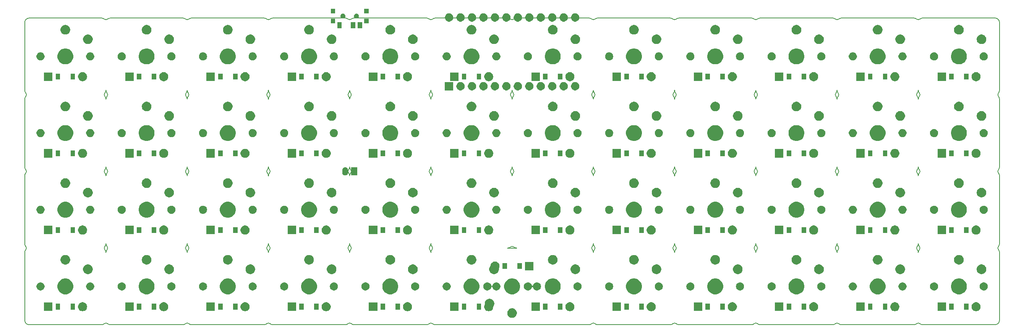
<source format=gbr>
G04 #@! TF.GenerationSoftware,KiCad,Pcbnew,5.1.5+dfsg1-2build2*
G04 #@! TF.CreationDate,2023-07-29T21:16:48+00:00*
G04 #@! TF.ProjectId,planck_routed,706c616e-636b-45f7-926f-757465642e6b,v1.0.0*
G04 #@! TF.SameCoordinates,Original*
G04 #@! TF.FileFunction,Soldermask,Bot*
G04 #@! TF.FilePolarity,Negative*
%FSLAX46Y46*%
G04 Gerber Fmt 4.6, Leading zero omitted, Abs format (unit mm)*
G04 Created by KiCad (PCBNEW 5.1.5+dfsg1-2build2) date 2023-07-29 21:16:48*
%MOMM*%
%LPD*%
G04 APERTURE LIST*
G04 #@! TA.AperFunction,Profile*
%ADD10C,0.150000*%
G04 #@! TD*
%ADD11C,0.350000*%
G04 APERTURE END LIST*
D10*
X-8000000Y8500000D02*
X8000000Y8500000D01*
X8666667Y8754644D02*
G75*
G02X8000000Y8500000I-666667J745356D01*
G01*
X8745356Y25166667D02*
G75*
G02X9000000Y24500000I-745356J-666667D01*
G01*
X-9000000Y24500000D02*
G75*
G02X-8745356Y25166667I1000000J0D01*
G01*
X-9000000Y24500000D02*
X-9000000Y9500000D01*
X-8000000Y8500000D02*
G75*
G02X-9000000Y9500000I0J1000000D01*
G01*
X9000000Y26500000D02*
G75*
G02X8745356Y25833333I-1000000J0D01*
G01*
X8745356Y42166667D02*
G75*
G02X9000000Y41500000I-745356J-666667D01*
G01*
X-9000000Y41500000D02*
G75*
G02X-8745356Y42166667I1000000J0D01*
G01*
X-9000000Y41500000D02*
X-9000000Y26500000D01*
X-8745356Y25833333D02*
G75*
G02X-9000000Y26500000I745356J666667D01*
G01*
X9000000Y43500000D02*
G75*
G02X8745356Y42833333I-1000000J0D01*
G01*
X8745356Y59166667D02*
G75*
G02X9000000Y58500000I-745356J-666667D01*
G01*
X-9000000Y58500000D02*
G75*
G02X-8745356Y59166667I1000000J0D01*
G01*
X-9000000Y58500000D02*
X-9000000Y43500000D01*
X-8745356Y42833333D02*
G75*
G02X-9000000Y43500000I745356J666667D01*
G01*
X9000000Y60500000D02*
G75*
G02X8745356Y59833333I-1000000J0D01*
G01*
X8000000Y76500000D02*
G75*
G02X8666667Y76245356I0J-1000000D01*
G01*
X8000000Y76500000D02*
X-8000000Y76500000D01*
X-9000000Y75500000D02*
G75*
G02X-8000000Y76500000I1000000J0D01*
G01*
X-9000000Y75500000D02*
X-9000000Y60500000D01*
X-8745356Y59833333D02*
G75*
G02X-9000000Y60500000I745356J666667D01*
G01*
X10000000Y8500000D02*
X26000000Y8500000D01*
X26666667Y8754644D02*
G75*
G02X26000000Y8500000I-666667J745356D01*
G01*
X26745356Y25166667D02*
G75*
G02X27000000Y24500000I-745356J-666667D01*
G01*
X9000000Y24500000D02*
G75*
G02X9254644Y25166667I1000000J0D01*
G01*
X10000000Y8500000D02*
G75*
G02X9333333Y8754644I0J1000000D01*
G01*
X27000000Y26500000D02*
G75*
G02X26745356Y25833333I-1000000J0D01*
G01*
X26745356Y42166667D02*
G75*
G02X27000000Y41500000I-745356J-666667D01*
G01*
X9000000Y41500000D02*
G75*
G02X9254644Y42166667I1000000J0D01*
G01*
X9254644Y25833333D02*
G75*
G02X9000000Y26500000I745356J666667D01*
G01*
X27000000Y43500000D02*
G75*
G02X26745356Y42833333I-1000000J0D01*
G01*
X26745356Y59166667D02*
G75*
G02X27000000Y58500000I-745356J-666667D01*
G01*
X9000000Y58500000D02*
G75*
G02X9254644Y59166667I1000000J0D01*
G01*
X9254644Y42833333D02*
G75*
G02X9000000Y43500000I745356J666667D01*
G01*
X27000000Y60500000D02*
G75*
G02X26745356Y59833333I-1000000J0D01*
G01*
X26000000Y76500000D02*
G75*
G02X26666667Y76245356I0J-1000000D01*
G01*
X26000000Y76500000D02*
X10000000Y76500000D01*
X9333333Y76245356D02*
G75*
G02X10000000Y76500000I666667J-745356D01*
G01*
X9254644Y59833333D02*
G75*
G02X9000000Y60500000I745356J666667D01*
G01*
X28000000Y8500000D02*
X44000000Y8500000D01*
X44666667Y8754644D02*
G75*
G02X44000000Y8500000I-666667J745356D01*
G01*
X44745356Y25166667D02*
G75*
G02X45000000Y24500000I-745356J-666667D01*
G01*
X27000000Y24500000D02*
G75*
G02X27254644Y25166667I1000000J0D01*
G01*
X28000000Y8500000D02*
G75*
G02X27333333Y8754644I0J1000000D01*
G01*
X45000000Y26500000D02*
G75*
G02X44745356Y25833333I-1000000J0D01*
G01*
X44745356Y42166667D02*
G75*
G02X45000000Y41500000I-745356J-666667D01*
G01*
X27000000Y41500000D02*
G75*
G02X27254644Y42166667I1000000J0D01*
G01*
X27254644Y25833333D02*
G75*
G02X27000000Y26500000I745356J666667D01*
G01*
X45000000Y43500000D02*
G75*
G02X44745356Y42833333I-1000000J0D01*
G01*
X44745356Y59166667D02*
G75*
G02X45000000Y58500000I-745356J-666667D01*
G01*
X27000000Y58500000D02*
G75*
G02X27254644Y59166667I1000000J0D01*
G01*
X27254644Y42833333D02*
G75*
G02X27000000Y43500000I745356J666667D01*
G01*
X45000000Y60500000D02*
G75*
G02X44745356Y59833333I-1000000J0D01*
G01*
X44000000Y76500000D02*
G75*
G02X44666667Y76245356I0J-1000000D01*
G01*
X44000000Y76500000D02*
X28000000Y76500000D01*
X27333333Y76245356D02*
G75*
G02X28000000Y76500000I666667J-745356D01*
G01*
X27254644Y59833333D02*
G75*
G02X27000000Y60500000I745356J666667D01*
G01*
X46000000Y8500000D02*
X62000000Y8500000D01*
X62666667Y8754644D02*
G75*
G02X62000000Y8500000I-666667J745356D01*
G01*
X62745356Y25166667D02*
G75*
G02X63000000Y24500000I-745356J-666667D01*
G01*
X45000000Y24500000D02*
G75*
G02X45254644Y25166667I1000000J0D01*
G01*
X46000000Y8500000D02*
G75*
G02X45333333Y8754644I0J1000000D01*
G01*
X63000000Y26500000D02*
G75*
G02X62745356Y25833333I-1000000J0D01*
G01*
X62745356Y42166667D02*
G75*
G02X63000000Y41500000I-745356J-666667D01*
G01*
X45000000Y41500000D02*
G75*
G02X45254644Y42166667I1000000J0D01*
G01*
X45254644Y25833333D02*
G75*
G02X45000000Y26500000I745356J666667D01*
G01*
X63000000Y43500000D02*
G75*
G02X62745356Y42833333I-1000000J0D01*
G01*
X62745356Y59166667D02*
G75*
G02X63000000Y58500000I-745356J-666667D01*
G01*
X45000000Y58500000D02*
G75*
G02X45254644Y59166667I1000000J0D01*
G01*
X45254644Y42833333D02*
G75*
G02X45000000Y43500000I745356J666667D01*
G01*
X63000000Y60500000D02*
G75*
G02X62745356Y59833333I-1000000J0D01*
G01*
X62000000Y76500000D02*
G75*
G02X62666667Y76245356I0J-1000000D01*
G01*
X62000000Y76500000D02*
X46000000Y76500000D01*
X45333333Y76245356D02*
G75*
G02X46000000Y76500000I666667J-745356D01*
G01*
X45254644Y59833333D02*
G75*
G02X45000000Y60500000I745356J666667D01*
G01*
X64000000Y8500000D02*
X80000000Y8500000D01*
X80666667Y8754644D02*
G75*
G02X80000000Y8500000I-666667J745356D01*
G01*
X80745356Y25166667D02*
G75*
G02X81000000Y24500000I-745356J-666667D01*
G01*
X63000000Y24500000D02*
G75*
G02X63254644Y25166667I1000000J0D01*
G01*
X64000000Y8500000D02*
G75*
G02X63333333Y8754644I0J1000000D01*
G01*
X81000000Y26500000D02*
G75*
G02X80745356Y25833333I-1000000J0D01*
G01*
X80745356Y42166667D02*
G75*
G02X81000000Y41500000I-745356J-666667D01*
G01*
X63000000Y41500000D02*
G75*
G02X63254644Y42166667I1000000J0D01*
G01*
X63254644Y25833333D02*
G75*
G02X63000000Y26500000I745356J666667D01*
G01*
X81000000Y43500000D02*
G75*
G02X80745356Y42833333I-1000000J0D01*
G01*
X80745356Y59166667D02*
G75*
G02X81000000Y58500000I-745356J-666667D01*
G01*
X63000000Y58500000D02*
G75*
G02X63254644Y59166667I1000000J0D01*
G01*
X63254644Y42833333D02*
G75*
G02X63000000Y43500000I745356J666667D01*
G01*
X81000000Y60500000D02*
G75*
G02X80745356Y59833333I-1000000J0D01*
G01*
X80000000Y76500000D02*
G75*
G02X80666667Y76245356I0J-1000000D01*
G01*
X80000000Y76500000D02*
X64000000Y76500000D01*
X63333333Y76245356D02*
G75*
G02X64000000Y76500000I666667J-745356D01*
G01*
X63254644Y59833333D02*
G75*
G02X63000000Y60500000I745356J666667D01*
G01*
X82000000Y8500000D02*
X116000000Y8500000D01*
X81000000Y24500000D02*
G75*
G02X81254644Y25166667I1000000J0D01*
G01*
X82000000Y8500000D02*
G75*
G02X81333333Y8754644I0J1000000D01*
G01*
X98666667Y25754644D02*
G75*
G02X98000000Y25500000I-666667J745356D01*
G01*
X98745356Y42166667D02*
G75*
G02X99000000Y41500000I-745356J-666667D01*
G01*
X81000000Y41500000D02*
G75*
G02X81254644Y42166667I1000000J0D01*
G01*
X81254644Y25833333D02*
G75*
G02X81000000Y26500000I745356J666667D01*
G01*
X99000000Y43500000D02*
G75*
G02X98745356Y42833333I-1000000J0D01*
G01*
X98745356Y59166667D02*
G75*
G02X99000000Y58500000I-745356J-666667D01*
G01*
X81000000Y58500000D02*
G75*
G02X81254644Y59166667I1000000J0D01*
G01*
X81254644Y42833333D02*
G75*
G02X81000000Y43500000I745356J666667D01*
G01*
X99000000Y60500000D02*
G75*
G02X98745356Y59833333I-1000000J0D01*
G01*
X98000000Y76500000D02*
G75*
G02X98666667Y76245356I0J-1000000D01*
G01*
X98000000Y76500000D02*
X82000000Y76500000D01*
X81333333Y76245356D02*
G75*
G02X82000000Y76500000I666667J-745356D01*
G01*
X81254644Y59833333D02*
G75*
G02X81000000Y60500000I745356J666667D01*
G01*
X100000000Y25500000D02*
X98000000Y25500000D01*
X116666667Y8754644D02*
G75*
G02X116000000Y8500000I-666667J745356D01*
G01*
X116745356Y25166667D02*
G75*
G02X117000000Y24500000I-745356J-666667D01*
G01*
X117000000Y26500000D02*
G75*
G02X116745356Y25833333I-1000000J0D01*
G01*
X116745356Y42166667D02*
G75*
G02X117000000Y41500000I-745356J-666667D01*
G01*
X99000000Y41500000D02*
G75*
G02X99254644Y42166667I1000000J0D01*
G01*
X100000000Y25500000D02*
G75*
G02X99333333Y25754644I0J1000000D01*
G01*
X117000000Y43500000D02*
G75*
G02X116745356Y42833333I-1000000J0D01*
G01*
X116745356Y59166667D02*
G75*
G02X117000000Y58500000I-745356J-666667D01*
G01*
X99000000Y58500000D02*
G75*
G02X99254644Y59166667I1000000J0D01*
G01*
X99254644Y42833333D02*
G75*
G02X99000000Y43500000I745356J666667D01*
G01*
X117000000Y60500000D02*
G75*
G02X116745356Y59833333I-1000000J0D01*
G01*
X116000000Y76500000D02*
G75*
G02X116666667Y76245356I0J-1000000D01*
G01*
X116000000Y76500000D02*
X100000000Y76500000D01*
X99333333Y76245356D02*
G75*
G02X100000000Y76500000I666667J-745356D01*
G01*
X99254644Y59833333D02*
G75*
G02X99000000Y60500000I745356J666667D01*
G01*
X118000000Y8500000D02*
X134000000Y8500000D01*
X134666667Y8754644D02*
G75*
G02X134000000Y8500000I-666667J745356D01*
G01*
X134745356Y25166667D02*
G75*
G02X135000000Y24500000I-745356J-666667D01*
G01*
X117000000Y24500000D02*
G75*
G02X117254644Y25166667I1000000J0D01*
G01*
X118000000Y8500000D02*
G75*
G02X117333333Y8754644I0J1000000D01*
G01*
X135000000Y26500000D02*
G75*
G02X134745356Y25833333I-1000000J0D01*
G01*
X134745356Y42166667D02*
G75*
G02X135000000Y41500000I-745356J-666667D01*
G01*
X117000000Y41500000D02*
G75*
G02X117254644Y42166667I1000000J0D01*
G01*
X117254644Y25833333D02*
G75*
G02X117000000Y26500000I745356J666667D01*
G01*
X135000000Y43500000D02*
G75*
G02X134745356Y42833333I-1000000J0D01*
G01*
X134745356Y59166667D02*
G75*
G02X135000000Y58500000I-745356J-666667D01*
G01*
X117000000Y58500000D02*
G75*
G02X117254644Y59166667I1000000J0D01*
G01*
X117254644Y42833333D02*
G75*
G02X117000000Y43500000I745356J666667D01*
G01*
X135000000Y60500000D02*
G75*
G02X134745356Y59833333I-1000000J0D01*
G01*
X134000000Y76500000D02*
G75*
G02X134666667Y76245356I0J-1000000D01*
G01*
X134000000Y76500000D02*
X118000000Y76500000D01*
X117333333Y76245356D02*
G75*
G02X118000000Y76500000I666667J-745356D01*
G01*
X117254644Y59833333D02*
G75*
G02X117000000Y60500000I745356J666667D01*
G01*
X136000000Y8500000D02*
X152000000Y8500000D01*
X152666667Y8754644D02*
G75*
G02X152000000Y8500000I-666667J745356D01*
G01*
X152745356Y25166667D02*
G75*
G02X153000000Y24500000I-745356J-666667D01*
G01*
X135000000Y24500000D02*
G75*
G02X135254644Y25166667I1000000J0D01*
G01*
X136000000Y8500000D02*
G75*
G02X135333333Y8754644I0J1000000D01*
G01*
X153000000Y26500000D02*
G75*
G02X152745356Y25833333I-1000000J0D01*
G01*
X152745356Y42166667D02*
G75*
G02X153000000Y41500000I-745356J-666667D01*
G01*
X135000000Y41500000D02*
G75*
G02X135254644Y42166667I1000000J0D01*
G01*
X135254644Y25833333D02*
G75*
G02X135000000Y26500000I745356J666667D01*
G01*
X153000000Y43500000D02*
G75*
G02X152745356Y42833333I-1000000J0D01*
G01*
X152745356Y59166667D02*
G75*
G02X153000000Y58500000I-745356J-666667D01*
G01*
X135000000Y58500000D02*
G75*
G02X135254644Y59166667I1000000J0D01*
G01*
X135254644Y42833333D02*
G75*
G02X135000000Y43500000I745356J666667D01*
G01*
X153000000Y60500000D02*
G75*
G02X152745356Y59833333I-1000000J0D01*
G01*
X152000000Y76500000D02*
G75*
G02X152666667Y76245356I0J-1000000D01*
G01*
X152000000Y76500000D02*
X136000000Y76500000D01*
X135333333Y76245356D02*
G75*
G02X136000000Y76500000I666667J-745356D01*
G01*
X135254644Y59833333D02*
G75*
G02X135000000Y60500000I745356J666667D01*
G01*
X154000000Y8500000D02*
X170000000Y8500000D01*
X170666667Y8754644D02*
G75*
G02X170000000Y8500000I-666667J745356D01*
G01*
X170745356Y25166667D02*
G75*
G02X171000000Y24500000I-745356J-666667D01*
G01*
X153000000Y24500000D02*
G75*
G02X153254644Y25166667I1000000J0D01*
G01*
X154000000Y8500000D02*
G75*
G02X153333333Y8754644I0J1000000D01*
G01*
X171000000Y26500000D02*
G75*
G02X170745356Y25833333I-1000000J0D01*
G01*
X170745356Y42166667D02*
G75*
G02X171000000Y41500000I-745356J-666667D01*
G01*
X153000000Y41500000D02*
G75*
G02X153254644Y42166667I1000000J0D01*
G01*
X153254644Y25833333D02*
G75*
G02X153000000Y26500000I745356J666667D01*
G01*
X171000000Y43500000D02*
G75*
G02X170745356Y42833333I-1000000J0D01*
G01*
X170745356Y59166667D02*
G75*
G02X171000000Y58500000I-745356J-666667D01*
G01*
X153000000Y58500000D02*
G75*
G02X153254644Y59166667I1000000J0D01*
G01*
X153254644Y42833333D02*
G75*
G02X153000000Y43500000I745356J666667D01*
G01*
X171000000Y60500000D02*
G75*
G02X170745356Y59833333I-1000000J0D01*
G01*
X170000000Y76500000D02*
G75*
G02X170666667Y76245356I0J-1000000D01*
G01*
X170000000Y76500000D02*
X154000000Y76500000D01*
X153333333Y76245356D02*
G75*
G02X154000000Y76500000I666667J-745356D01*
G01*
X153254644Y59833333D02*
G75*
G02X153000000Y60500000I745356J666667D01*
G01*
X172000000Y8500000D02*
X188000000Y8500000D01*
X188666667Y8754644D02*
G75*
G02X188000000Y8500000I-666667J745356D01*
G01*
X188745356Y25166667D02*
G75*
G02X189000000Y24500000I-745356J-666667D01*
G01*
X171000000Y24500000D02*
G75*
G02X171254644Y25166667I1000000J0D01*
G01*
X172000000Y8500000D02*
G75*
G02X171333333Y8754644I0J1000000D01*
G01*
X189000000Y26500000D02*
G75*
G02X188745356Y25833333I-1000000J0D01*
G01*
X188745356Y42166667D02*
G75*
G02X189000000Y41500000I-745356J-666667D01*
G01*
X171000000Y41500000D02*
G75*
G02X171254644Y42166667I1000000J0D01*
G01*
X171254644Y25833333D02*
G75*
G02X171000000Y26500000I745356J666667D01*
G01*
X189000000Y43500000D02*
G75*
G02X188745356Y42833333I-1000000J0D01*
G01*
X188745356Y59166667D02*
G75*
G02X189000000Y58500000I-745356J-666667D01*
G01*
X171000000Y58500000D02*
G75*
G02X171254644Y59166667I1000000J0D01*
G01*
X171254644Y42833333D02*
G75*
G02X171000000Y43500000I745356J666667D01*
G01*
X189000000Y60500000D02*
G75*
G02X188745356Y59833333I-1000000J0D01*
G01*
X188000000Y76500000D02*
G75*
G02X188666667Y76245356I0J-1000000D01*
G01*
X188000000Y76500000D02*
X172000000Y76500000D01*
X171333333Y76245356D02*
G75*
G02X172000000Y76500000I666667J-745356D01*
G01*
X171254644Y59833333D02*
G75*
G02X171000000Y60500000I745356J666667D01*
G01*
X190000000Y8500000D02*
X206000000Y8500000D01*
X207000000Y9500000D02*
G75*
G02X206000000Y8500000I-1000000J0D01*
G01*
X207000000Y9500000D02*
X207000000Y24500000D01*
X206745356Y25166667D02*
G75*
G02X207000000Y24500000I-745356J-666667D01*
G01*
X189000000Y24500000D02*
G75*
G02X189254644Y25166667I1000000J0D01*
G01*
X190000000Y8500000D02*
G75*
G02X189333333Y8754644I0J1000000D01*
G01*
X207000000Y26500000D02*
G75*
G02X206745356Y25833333I-1000000J0D01*
G01*
X207000000Y26500000D02*
X207000000Y41500000D01*
X206745356Y42166667D02*
G75*
G02X207000000Y41500000I-745356J-666667D01*
G01*
X189000000Y41500000D02*
G75*
G02X189254644Y42166667I1000000J0D01*
G01*
X189254644Y25833333D02*
G75*
G02X189000000Y26500000I745356J666667D01*
G01*
X207000000Y43500000D02*
G75*
G02X206745356Y42833333I-1000000J0D01*
G01*
X207000000Y43500000D02*
X207000000Y58500000D01*
X206745356Y59166667D02*
G75*
G02X207000000Y58500000I-745356J-666667D01*
G01*
X189000000Y58500000D02*
G75*
G02X189254644Y59166667I1000000J0D01*
G01*
X189254644Y42833333D02*
G75*
G02X189000000Y43500000I745356J666667D01*
G01*
X207000000Y60500000D02*
G75*
G02X206745356Y59833333I-1000000J0D01*
G01*
X207000000Y60500000D02*
X207000000Y75500000D01*
X206000000Y76500000D02*
G75*
G02X207000000Y75500000I0J-1000000D01*
G01*
X206000000Y76500000D02*
X190000000Y76500000D01*
X189333333Y76245356D02*
G75*
G02X190000000Y76500000I666667J-745356D01*
G01*
X189254644Y59833333D02*
G75*
G02X189000000Y60500000I745356J666667D01*
G01*
X8666666Y8754644D02*
G75*
G02X9333333Y8754644I333334J-372678D01*
G01*
X26666666Y8754644D02*
G75*
G02X27333333Y8754644I333334J-372678D01*
G01*
X44666666Y8754644D02*
G75*
G02X45333333Y8754644I333334J-372678D01*
G01*
X62666666Y8754644D02*
G75*
G02X63333333Y8754644I333334J-372678D01*
G01*
X80666666Y8754644D02*
G75*
G02X81333333Y8754644I333334J-372678D01*
G01*
X116666666Y8754644D02*
G75*
G02X117333333Y8754644I333334J-372678D01*
G01*
X134666666Y8754644D02*
G75*
G02X135333333Y8754644I333334J-372678D01*
G01*
X152666666Y8754644D02*
G75*
G02X153333333Y8754644I333334J-372678D01*
G01*
X170666666Y8754644D02*
G75*
G02X171333333Y8754644I333334J-372678D01*
G01*
X188666666Y8754644D02*
G75*
G02X189333333Y8754644I333334J-372678D01*
G01*
X206745356Y25166666D02*
G75*
G02X206745356Y25833333I372678J333334D01*
G01*
X206745356Y42166666D02*
G75*
G02X206745356Y42833333I372678J333334D01*
G01*
X206745356Y59166666D02*
G75*
G02X206745356Y59833333I372678J333334D01*
G01*
X189333334Y76245356D02*
G75*
G02X188666667Y76245356I-333334J372678D01*
G01*
X171333334Y76245356D02*
G75*
G02X170666667Y76245356I-333334J372678D01*
G01*
X153333334Y76245356D02*
G75*
G02X152666667Y76245356I-333334J372678D01*
G01*
X135333334Y76245356D02*
G75*
G02X134666667Y76245356I-333334J372678D01*
G01*
X117333334Y76245356D02*
G75*
G02X116666667Y76245356I-333334J372678D01*
G01*
X99333334Y76245356D02*
G75*
G02X98666667Y76245356I-333334J372678D01*
G01*
X81333334Y76245356D02*
G75*
G02X80666667Y76245356I-333334J372678D01*
G01*
X63333334Y76245356D02*
G75*
G02X62666667Y76245356I-333334J372678D01*
G01*
X45333334Y76245356D02*
G75*
G02X44666667Y76245356I-333334J372678D01*
G01*
X27333334Y76245356D02*
G75*
G02X26666667Y76245356I-333334J372678D01*
G01*
X9333334Y76245356D02*
G75*
G02X8666667Y76245356I-333334J372678D01*
G01*
X-8745356Y59833334D02*
G75*
G02X-8745356Y59166667I-372678J-333334D01*
G01*
X-8745356Y42833334D02*
G75*
G02X-8745356Y42166667I-372678J-333334D01*
G01*
X-8745356Y25833334D02*
G75*
G02X-8745356Y25166667I-372678J-333334D01*
G01*
X8745356Y25166666D02*
G75*
G02X8745356Y25833333I372678J333334D01*
G01*
X9254644Y25833334D02*
G75*
G02X9254644Y25166667I-372678J-333334D01*
G01*
X8745356Y42166666D02*
G75*
G02X8745356Y42833333I372678J333334D01*
G01*
X9254644Y42833334D02*
G75*
G02X9254644Y42166667I-372678J-333334D01*
G01*
X8745356Y59166666D02*
G75*
G02X8745356Y59833333I372678J333334D01*
G01*
X9254644Y59833334D02*
G75*
G02X9254644Y59166667I-372678J-333334D01*
G01*
X26745356Y25166666D02*
G75*
G02X26745356Y25833333I372678J333334D01*
G01*
X27254644Y25833334D02*
G75*
G02X27254644Y25166667I-372678J-333334D01*
G01*
X26745356Y42166666D02*
G75*
G02X26745356Y42833333I372678J333334D01*
G01*
X27254644Y42833334D02*
G75*
G02X27254644Y42166667I-372678J-333334D01*
G01*
X26745356Y59166666D02*
G75*
G02X26745356Y59833333I372678J333334D01*
G01*
X27254644Y59833334D02*
G75*
G02X27254644Y59166667I-372678J-333334D01*
G01*
X44745356Y25166666D02*
G75*
G02X44745356Y25833333I372678J333334D01*
G01*
X45254644Y25833334D02*
G75*
G02X45254644Y25166667I-372678J-333334D01*
G01*
X44745356Y42166666D02*
G75*
G02X44745356Y42833333I372678J333334D01*
G01*
X45254644Y42833334D02*
G75*
G02X45254644Y42166667I-372678J-333334D01*
G01*
X44745356Y59166666D02*
G75*
G02X44745356Y59833333I372678J333334D01*
G01*
X45254644Y59833334D02*
G75*
G02X45254644Y59166667I-372678J-333334D01*
G01*
X62745356Y25166666D02*
G75*
G02X62745356Y25833333I372678J333334D01*
G01*
X63254644Y25833334D02*
G75*
G02X63254644Y25166667I-372678J-333334D01*
G01*
X62745356Y42166666D02*
G75*
G02X62745356Y42833333I372678J333334D01*
G01*
X63254644Y42833334D02*
G75*
G02X63254644Y42166667I-372678J-333334D01*
G01*
X62745356Y59166666D02*
G75*
G02X62745356Y59833333I372678J333334D01*
G01*
X63254644Y59833334D02*
G75*
G02X63254644Y59166667I-372678J-333334D01*
G01*
X80745356Y25166666D02*
G75*
G02X80745356Y25833333I372678J333334D01*
G01*
X81254644Y25833334D02*
G75*
G02X81254644Y25166667I-372678J-333334D01*
G01*
X80745356Y42166666D02*
G75*
G02X80745356Y42833333I372678J333334D01*
G01*
X81254644Y42833334D02*
G75*
G02X81254644Y42166667I-372678J-333334D01*
G01*
X80745356Y59166666D02*
G75*
G02X80745356Y59833333I372678J333334D01*
G01*
X81254644Y59833334D02*
G75*
G02X81254644Y59166667I-372678J-333334D01*
G01*
X98745356Y42166666D02*
G75*
G02X98745356Y42833333I372678J333334D01*
G01*
X99254644Y42833334D02*
G75*
G02X99254644Y42166667I-372678J-333334D01*
G01*
X98745356Y59166666D02*
G75*
G02X98745356Y59833333I372678J333334D01*
G01*
X99254644Y59833334D02*
G75*
G02X99254644Y59166667I-372678J-333334D01*
G01*
X116745356Y25166666D02*
G75*
G02X116745356Y25833333I372678J333334D01*
G01*
X117254644Y25833334D02*
G75*
G02X117254644Y25166667I-372678J-333334D01*
G01*
X116745356Y42166666D02*
G75*
G02X116745356Y42833333I372678J333334D01*
G01*
X117254644Y42833334D02*
G75*
G02X117254644Y42166667I-372678J-333334D01*
G01*
X116745356Y59166666D02*
G75*
G02X116745356Y59833333I372678J333334D01*
G01*
X117254644Y59833334D02*
G75*
G02X117254644Y59166667I-372678J-333334D01*
G01*
X134745356Y25166666D02*
G75*
G02X134745356Y25833333I372678J333334D01*
G01*
X135254644Y25833334D02*
G75*
G02X135254644Y25166667I-372678J-333334D01*
G01*
X134745356Y42166666D02*
G75*
G02X134745356Y42833333I372678J333334D01*
G01*
X135254644Y42833334D02*
G75*
G02X135254644Y42166667I-372678J-333334D01*
G01*
X134745356Y59166666D02*
G75*
G02X134745356Y59833333I372678J333334D01*
G01*
X135254644Y59833334D02*
G75*
G02X135254644Y59166667I-372678J-333334D01*
G01*
X152745356Y25166666D02*
G75*
G02X152745356Y25833333I372678J333334D01*
G01*
X153254644Y25833334D02*
G75*
G02X153254644Y25166667I-372678J-333334D01*
G01*
X152745356Y42166666D02*
G75*
G02X152745356Y42833333I372678J333334D01*
G01*
X153254644Y42833334D02*
G75*
G02X153254644Y42166667I-372678J-333334D01*
G01*
X152745356Y59166666D02*
G75*
G02X152745356Y59833333I372678J333334D01*
G01*
X153254644Y59833334D02*
G75*
G02X153254644Y59166667I-372678J-333334D01*
G01*
X170745356Y25166666D02*
G75*
G02X170745356Y25833333I372678J333334D01*
G01*
X171254644Y25833334D02*
G75*
G02X171254644Y25166667I-372678J-333334D01*
G01*
X170745356Y42166666D02*
G75*
G02X170745356Y42833333I372678J333334D01*
G01*
X171254644Y42833334D02*
G75*
G02X171254644Y42166667I-372678J-333334D01*
G01*
X170745356Y59166666D02*
G75*
G02X170745356Y59833333I372678J333334D01*
G01*
X171254644Y59833334D02*
G75*
G02X171254644Y59166667I-372678J-333334D01*
G01*
X188745356Y25166666D02*
G75*
G02X188745356Y25833333I372678J333334D01*
G01*
X189254644Y25833334D02*
G75*
G02X189254644Y25166667I-372678J-333334D01*
G01*
X188745356Y42166666D02*
G75*
G02X188745356Y42833333I372678J333334D01*
G01*
X189254644Y42833334D02*
G75*
G02X189254644Y42166667I-372678J-333334D01*
G01*
X188745356Y59166666D02*
G75*
G02X188745356Y59833333I372678J333334D01*
G01*
X189254644Y59833334D02*
G75*
G02X189254644Y59166667I-372678J-333334D01*
G01*
X98666666Y25754644D02*
G75*
G02X99333333Y25754644I333334J-372678D01*
G01*
D11*
G36*
X99310941Y12125035D02*
G01*
X99504939Y12044678D01*
X99679535Y11928017D01*
X99828017Y11779535D01*
X99944678Y11604939D01*
X100025035Y11410941D01*
X100066000Y11204993D01*
X100066000Y10995007D01*
X100025035Y10789059D01*
X99944678Y10595061D01*
X99828017Y10420465D01*
X99679535Y10271983D01*
X99504939Y10155322D01*
X99310941Y10074965D01*
X99104993Y10034000D01*
X98895007Y10034000D01*
X98689059Y10074965D01*
X98495061Y10155322D01*
X98320465Y10271983D01*
X98171983Y10420465D01*
X98055322Y10595061D01*
X97974965Y10789059D01*
X97934000Y10995007D01*
X97934000Y11204993D01*
X97974965Y11410941D01*
X98055322Y11604939D01*
X98171983Y11779535D01*
X98320465Y11928017D01*
X98495061Y12044678D01*
X98689059Y12125035D01*
X98895007Y12166000D01*
X99104993Y12166000D01*
X99310941Y12125035D01*
G37*
G36*
X202102419Y13463975D02*
G01*
X202284862Y13388404D01*
X202449057Y13278693D01*
X202588693Y13139057D01*
X202698404Y12974862D01*
X202773975Y12792419D01*
X202812500Y12598738D01*
X202812500Y12401262D01*
X202773975Y12207581D01*
X202698404Y12025138D01*
X202588693Y11860943D01*
X202449057Y11721307D01*
X202284862Y11611596D01*
X202102419Y11536025D01*
X201908738Y11497500D01*
X201711262Y11497500D01*
X201517581Y11536025D01*
X201335138Y11611596D01*
X201170943Y11721307D01*
X201031307Y11860943D01*
X200921596Y12025138D01*
X200846025Y12207581D01*
X200807500Y12401262D01*
X200807500Y12598738D01*
X200846025Y12792419D01*
X200921596Y12974862D01*
X201031307Y13139057D01*
X201170943Y13278693D01*
X201335138Y13388404D01*
X201517581Y13463975D01*
X201711262Y13502500D01*
X201908738Y13502500D01*
X202102419Y13463975D01*
G37*
G36*
X184102419Y13463975D02*
G01*
X184284862Y13388404D01*
X184449057Y13278693D01*
X184588693Y13139057D01*
X184698404Y12974862D01*
X184773975Y12792419D01*
X184812500Y12598738D01*
X184812500Y12401262D01*
X184773975Y12207581D01*
X184698404Y12025138D01*
X184588693Y11860943D01*
X184449057Y11721307D01*
X184284862Y11611596D01*
X184102419Y11536025D01*
X183908738Y11497500D01*
X183711262Y11497500D01*
X183517581Y11536025D01*
X183335138Y11611596D01*
X183170943Y11721307D01*
X183031307Y11860943D01*
X182921596Y12025138D01*
X182846025Y12207581D01*
X182807500Y12401262D01*
X182807500Y12598738D01*
X182846025Y12792419D01*
X182921596Y12974862D01*
X183031307Y13139057D01*
X183170943Y13278693D01*
X183335138Y13388404D01*
X183517581Y13463975D01*
X183711262Y13502500D01*
X183908738Y13502500D01*
X184102419Y13463975D01*
G37*
G36*
X166102419Y13463975D02*
G01*
X166284862Y13388404D01*
X166449057Y13278693D01*
X166588693Y13139057D01*
X166698404Y12974862D01*
X166773975Y12792419D01*
X166812500Y12598738D01*
X166812500Y12401262D01*
X166773975Y12207581D01*
X166698404Y12025138D01*
X166588693Y11860943D01*
X166449057Y11721307D01*
X166284862Y11611596D01*
X166102419Y11536025D01*
X165908738Y11497500D01*
X165711262Y11497500D01*
X165517581Y11536025D01*
X165335138Y11611596D01*
X165170943Y11721307D01*
X165031307Y11860943D01*
X164921596Y12025138D01*
X164846025Y12207581D01*
X164807500Y12401262D01*
X164807500Y12598738D01*
X164846025Y12792419D01*
X164921596Y12974862D01*
X165031307Y13139057D01*
X165170943Y13278693D01*
X165335138Y13388404D01*
X165517581Y13463975D01*
X165711262Y13502500D01*
X165908738Y13502500D01*
X166102419Y13463975D01*
G37*
G36*
X148102419Y13463975D02*
G01*
X148284862Y13388404D01*
X148449057Y13278693D01*
X148588693Y13139057D01*
X148698404Y12974862D01*
X148773975Y12792419D01*
X148812500Y12598738D01*
X148812500Y12401262D01*
X148773975Y12207581D01*
X148698404Y12025138D01*
X148588693Y11860943D01*
X148449057Y11721307D01*
X148284862Y11611596D01*
X148102419Y11536025D01*
X147908738Y11497500D01*
X147711262Y11497500D01*
X147517581Y11536025D01*
X147335138Y11611596D01*
X147170943Y11721307D01*
X147031307Y11860943D01*
X146921596Y12025138D01*
X146846025Y12207581D01*
X146807500Y12401262D01*
X146807500Y12598738D01*
X146846025Y12792419D01*
X146921596Y12974862D01*
X147031307Y13139057D01*
X147170943Y13278693D01*
X147335138Y13388404D01*
X147517581Y13463975D01*
X147711262Y13502500D01*
X147908738Y13502500D01*
X148102419Y13463975D01*
G37*
G36*
X130102419Y13463975D02*
G01*
X130284862Y13388404D01*
X130449057Y13278693D01*
X130588693Y13139057D01*
X130698404Y12974862D01*
X130773975Y12792419D01*
X130812500Y12598738D01*
X130812500Y12401262D01*
X130773975Y12207581D01*
X130698404Y12025138D01*
X130588693Y11860943D01*
X130449057Y11721307D01*
X130284862Y11611596D01*
X130102419Y11536025D01*
X129908738Y11497500D01*
X129711262Y11497500D01*
X129517581Y11536025D01*
X129335138Y11611596D01*
X129170943Y11721307D01*
X129031307Y11860943D01*
X128921596Y12025138D01*
X128846025Y12207581D01*
X128807500Y12401262D01*
X128807500Y12598738D01*
X128846025Y12792419D01*
X128921596Y12974862D01*
X129031307Y13139057D01*
X129170943Y13278693D01*
X129335138Y13388404D01*
X129517581Y13463975D01*
X129711262Y13502500D01*
X129908738Y13502500D01*
X130102419Y13463975D01*
G37*
G36*
X112102419Y13463975D02*
G01*
X112284862Y13388404D01*
X112449057Y13278693D01*
X112588693Y13139057D01*
X112698404Y12974862D01*
X112773975Y12792419D01*
X112812500Y12598738D01*
X112812500Y12401262D01*
X112773975Y12207581D01*
X112698404Y12025138D01*
X112588693Y11860943D01*
X112449057Y11721307D01*
X112284862Y11611596D01*
X112102419Y11536025D01*
X111908738Y11497500D01*
X111711262Y11497500D01*
X111517581Y11536025D01*
X111335138Y11611596D01*
X111170943Y11721307D01*
X111031307Y11860943D01*
X110921596Y12025138D01*
X110846025Y12207581D01*
X110807500Y12401262D01*
X110807500Y12598738D01*
X110846025Y12792419D01*
X110921596Y12974862D01*
X111031307Y13139057D01*
X111170943Y13278693D01*
X111335138Y13388404D01*
X111517581Y13463975D01*
X111711262Y13502500D01*
X111908738Y13502500D01*
X112102419Y13463975D01*
G37*
G36*
X94310941Y14225035D02*
G01*
X94504939Y14144678D01*
X94679535Y14028017D01*
X94828017Y13879535D01*
X94944678Y13704939D01*
X95025035Y13510941D01*
X95066000Y13304993D01*
X95066000Y13095007D01*
X95025035Y12889059D01*
X94944677Y12695058D01*
X94833566Y12528768D01*
X94822015Y12507158D01*
X94814902Y12483709D01*
X94812500Y12459323D01*
X94812500Y12401262D01*
X94773975Y12207581D01*
X94698404Y12025138D01*
X94588693Y11860943D01*
X94449057Y11721307D01*
X94284862Y11611596D01*
X94102419Y11536025D01*
X93908738Y11497500D01*
X93711262Y11497500D01*
X93517581Y11536025D01*
X93335138Y11611596D01*
X93170943Y11721307D01*
X93031307Y11860943D01*
X92921596Y12025138D01*
X92846025Y12207581D01*
X92807500Y12401262D01*
X92807500Y12598738D01*
X92846025Y12792419D01*
X92921596Y12974862D01*
X92921597Y12974864D01*
X92922142Y12976179D01*
X92932355Y12995282D01*
X92939469Y13018731D01*
X92941872Y13043117D01*
X92939470Y13067510D01*
X92934000Y13095009D01*
X92934000Y13304993D01*
X92974965Y13510941D01*
X93055322Y13704939D01*
X93171983Y13879535D01*
X93320465Y14028017D01*
X93495061Y14144678D01*
X93689059Y14225035D01*
X93895007Y14266000D01*
X94104993Y14266000D01*
X94310941Y14225035D01*
G37*
G36*
X76102419Y13463975D02*
G01*
X76284862Y13388404D01*
X76449057Y13278693D01*
X76588693Y13139057D01*
X76698404Y12974862D01*
X76773975Y12792419D01*
X76812500Y12598738D01*
X76812500Y12401262D01*
X76773975Y12207581D01*
X76698404Y12025138D01*
X76588693Y11860943D01*
X76449057Y11721307D01*
X76284862Y11611596D01*
X76102419Y11536025D01*
X75908738Y11497500D01*
X75711262Y11497500D01*
X75517581Y11536025D01*
X75335138Y11611596D01*
X75170943Y11721307D01*
X75031307Y11860943D01*
X74921596Y12025138D01*
X74846025Y12207581D01*
X74807500Y12401262D01*
X74807500Y12598738D01*
X74846025Y12792419D01*
X74921596Y12974862D01*
X75031307Y13139057D01*
X75170943Y13278693D01*
X75335138Y13388404D01*
X75517581Y13463975D01*
X75711262Y13502500D01*
X75908738Y13502500D01*
X76102419Y13463975D01*
G37*
G36*
X58102419Y13463975D02*
G01*
X58284862Y13388404D01*
X58449057Y13278693D01*
X58588693Y13139057D01*
X58698404Y12974862D01*
X58773975Y12792419D01*
X58812500Y12598738D01*
X58812500Y12401262D01*
X58773975Y12207581D01*
X58698404Y12025138D01*
X58588693Y11860943D01*
X58449057Y11721307D01*
X58284862Y11611596D01*
X58102419Y11536025D01*
X57908738Y11497500D01*
X57711262Y11497500D01*
X57517581Y11536025D01*
X57335138Y11611596D01*
X57170943Y11721307D01*
X57031307Y11860943D01*
X56921596Y12025138D01*
X56846025Y12207581D01*
X56807500Y12401262D01*
X56807500Y12598738D01*
X56846025Y12792419D01*
X56921596Y12974862D01*
X57031307Y13139057D01*
X57170943Y13278693D01*
X57335138Y13388404D01*
X57517581Y13463975D01*
X57711262Y13502500D01*
X57908738Y13502500D01*
X58102419Y13463975D01*
G37*
G36*
X40102419Y13463975D02*
G01*
X40284862Y13388404D01*
X40449057Y13278693D01*
X40588693Y13139057D01*
X40698404Y12974862D01*
X40773975Y12792419D01*
X40812500Y12598738D01*
X40812500Y12401262D01*
X40773975Y12207581D01*
X40698404Y12025138D01*
X40588693Y11860943D01*
X40449057Y11721307D01*
X40284862Y11611596D01*
X40102419Y11536025D01*
X39908738Y11497500D01*
X39711262Y11497500D01*
X39517581Y11536025D01*
X39335138Y11611596D01*
X39170943Y11721307D01*
X39031307Y11860943D01*
X38921596Y12025138D01*
X38846025Y12207581D01*
X38807500Y12401262D01*
X38807500Y12598738D01*
X38846025Y12792419D01*
X38921596Y12974862D01*
X39031307Y13139057D01*
X39170943Y13278693D01*
X39335138Y13388404D01*
X39517581Y13463975D01*
X39711262Y13502500D01*
X39908738Y13502500D01*
X40102419Y13463975D01*
G37*
G36*
X22102419Y13463975D02*
G01*
X22284862Y13388404D01*
X22449057Y13278693D01*
X22588693Y13139057D01*
X22698404Y12974862D01*
X22773975Y12792419D01*
X22812500Y12598738D01*
X22812500Y12401262D01*
X22773975Y12207581D01*
X22698404Y12025138D01*
X22588693Y11860943D01*
X22449057Y11721307D01*
X22284862Y11611596D01*
X22102419Y11536025D01*
X21908738Y11497500D01*
X21711262Y11497500D01*
X21517581Y11536025D01*
X21335138Y11611596D01*
X21170943Y11721307D01*
X21031307Y11860943D01*
X20921596Y12025138D01*
X20846025Y12207581D01*
X20807500Y12401262D01*
X20807500Y12598738D01*
X20846025Y12792419D01*
X20921596Y12974862D01*
X21031307Y13139057D01*
X21170943Y13278693D01*
X21335138Y13388404D01*
X21517581Y13463975D01*
X21711262Y13502500D01*
X21908738Y13502500D01*
X22102419Y13463975D01*
G37*
G36*
X4102419Y13463975D02*
G01*
X4284862Y13388404D01*
X4449057Y13278693D01*
X4588693Y13139057D01*
X4698404Y12974862D01*
X4773975Y12792419D01*
X4812500Y12598738D01*
X4812500Y12401262D01*
X4773975Y12207581D01*
X4698404Y12025138D01*
X4588693Y11860943D01*
X4449057Y11721307D01*
X4284862Y11611596D01*
X4102419Y11536025D01*
X3908738Y11497500D01*
X3711262Y11497500D01*
X3517581Y11536025D01*
X3335138Y11611596D01*
X3170943Y11721307D01*
X3031307Y11860943D01*
X2921596Y12025138D01*
X2846025Y12207581D01*
X2807500Y12401262D01*
X2807500Y12598738D01*
X2846025Y12792419D01*
X2921596Y12974862D01*
X3031307Y13139057D01*
X3170943Y13278693D01*
X3335138Y13388404D01*
X3517581Y13463975D01*
X3711262Y13502500D01*
X3908738Y13502500D01*
X4102419Y13463975D01*
G37*
G36*
X141129000Y11561000D02*
G01*
X139251000Y11561000D01*
X139251000Y13439000D01*
X141129000Y13439000D01*
X141129000Y11561000D01*
G37*
G36*
X33129000Y11561000D02*
G01*
X31251000Y11561000D01*
X31251000Y13439000D01*
X33129000Y13439000D01*
X33129000Y11561000D01*
G37*
G36*
X15129000Y11561000D02*
G01*
X13251000Y11561000D01*
X13251000Y13439000D01*
X15129000Y13439000D01*
X15129000Y11561000D01*
G37*
G36*
X-2871000Y11561000D02*
G01*
X-4749000Y11561000D01*
X-4749000Y13439000D01*
X-2871000Y13439000D01*
X-2871000Y11561000D01*
G37*
G36*
X123129000Y11561000D02*
G01*
X121251000Y11561000D01*
X121251000Y13439000D01*
X123129000Y13439000D01*
X123129000Y11561000D01*
G37*
G36*
X51129000Y11561000D02*
G01*
X49251000Y11561000D01*
X49251000Y13439000D01*
X51129000Y13439000D01*
X51129000Y11561000D01*
G37*
G36*
X87129000Y11561000D02*
G01*
X85251000Y11561000D01*
X85251000Y13439000D01*
X87129000Y13439000D01*
X87129000Y11561000D01*
G37*
G36*
X159129000Y11561000D02*
G01*
X157251000Y11561000D01*
X157251000Y13439000D01*
X159129000Y13439000D01*
X159129000Y11561000D01*
G37*
G36*
X195129000Y11561000D02*
G01*
X193251000Y11561000D01*
X193251000Y13439000D01*
X195129000Y13439000D01*
X195129000Y11561000D01*
G37*
G36*
X177129000Y11561000D02*
G01*
X175251000Y11561000D01*
X175251000Y13439000D01*
X177129000Y13439000D01*
X177129000Y11561000D01*
G37*
G36*
X105129000Y11561000D02*
G01*
X103251000Y11561000D01*
X103251000Y13439000D01*
X105129000Y13439000D01*
X105129000Y11561000D01*
G37*
G36*
X69129000Y11561000D02*
G01*
X67251000Y11561000D01*
X67251000Y13439000D01*
X69129000Y13439000D01*
X69129000Y11561000D01*
G37*
G36*
X178850000Y11850000D02*
G01*
X177850000Y11850000D01*
X177850000Y13150000D01*
X178850000Y13150000D01*
X178850000Y11850000D01*
G37*
G36*
X70850000Y11850000D02*
G01*
X69850000Y11850000D01*
X69850000Y13150000D01*
X70850000Y13150000D01*
X70850000Y11850000D01*
G37*
G36*
X74150000Y11850000D02*
G01*
X73150000Y11850000D01*
X73150000Y13150000D01*
X74150000Y13150000D01*
X74150000Y11850000D01*
G37*
G36*
X34850000Y11850000D02*
G01*
X33850000Y11850000D01*
X33850000Y13150000D01*
X34850000Y13150000D01*
X34850000Y11850000D01*
G37*
G36*
X52850000Y11850000D02*
G01*
X51850000Y11850000D01*
X51850000Y13150000D01*
X52850000Y13150000D01*
X52850000Y11850000D01*
G37*
G36*
X164150000Y11850000D02*
G01*
X163150000Y11850000D01*
X163150000Y13150000D01*
X164150000Y13150000D01*
X164150000Y11850000D01*
G37*
G36*
X200150000Y11850000D02*
G01*
X199150000Y11850000D01*
X199150000Y13150000D01*
X200150000Y13150000D01*
X200150000Y11850000D01*
G37*
G36*
X196850000Y11850000D02*
G01*
X195850000Y11850000D01*
X195850000Y13150000D01*
X196850000Y13150000D01*
X196850000Y11850000D01*
G37*
G36*
X182150000Y11850000D02*
G01*
X181150000Y11850000D01*
X181150000Y13150000D01*
X182150000Y13150000D01*
X182150000Y11850000D01*
G37*
G36*
X160850000Y11850000D02*
G01*
X159850000Y11850000D01*
X159850000Y13150000D01*
X160850000Y13150000D01*
X160850000Y11850000D01*
G37*
G36*
X146150000Y11850000D02*
G01*
X145150000Y11850000D01*
X145150000Y13150000D01*
X146150000Y13150000D01*
X146150000Y11850000D01*
G37*
G36*
X106850000Y11850000D02*
G01*
X105850000Y11850000D01*
X105850000Y13150000D01*
X106850000Y13150000D01*
X106850000Y11850000D01*
G37*
G36*
X92150000Y11850000D02*
G01*
X91150000Y11850000D01*
X91150000Y13150000D01*
X92150000Y13150000D01*
X92150000Y11850000D01*
G37*
G36*
X88850000Y11850000D02*
G01*
X87850000Y11850000D01*
X87850000Y13150000D01*
X88850000Y13150000D01*
X88850000Y11850000D01*
G37*
G36*
X16850000Y11850000D02*
G01*
X15850000Y11850000D01*
X15850000Y13150000D01*
X16850000Y13150000D01*
X16850000Y11850000D01*
G37*
G36*
X20150000Y11850000D02*
G01*
X19150000Y11850000D01*
X19150000Y13150000D01*
X20150000Y13150000D01*
X20150000Y11850000D01*
G37*
G36*
X-1150000Y11850000D02*
G01*
X-2150000Y11850000D01*
X-2150000Y13150000D01*
X-1150000Y13150000D01*
X-1150000Y11850000D01*
G37*
G36*
X56150000Y11850000D02*
G01*
X55150000Y11850000D01*
X55150000Y13150000D01*
X56150000Y13150000D01*
X56150000Y11850000D01*
G37*
G36*
X2150000Y11850000D02*
G01*
X1150000Y11850000D01*
X1150000Y13150000D01*
X2150000Y13150000D01*
X2150000Y11850000D01*
G37*
G36*
X142850000Y11850000D02*
G01*
X141850000Y11850000D01*
X141850000Y13150000D01*
X142850000Y13150000D01*
X142850000Y11850000D01*
G37*
G36*
X38150000Y11850000D02*
G01*
X37150000Y11850000D01*
X37150000Y13150000D01*
X38150000Y13150000D01*
X38150000Y11850000D01*
G37*
G36*
X124850000Y11850000D02*
G01*
X123850000Y11850000D01*
X123850000Y13150000D01*
X124850000Y13150000D01*
X124850000Y11850000D01*
G37*
G36*
X128150000Y11850000D02*
G01*
X127150000Y11850000D01*
X127150000Y13150000D01*
X128150000Y13150000D01*
X128150000Y11850000D01*
G37*
G36*
X110150000Y11850000D02*
G01*
X109150000Y11850000D01*
X109150000Y13150000D01*
X110150000Y13150000D01*
X110150000Y11850000D01*
G37*
G36*
X108216255Y18756053D02*
G01*
X108514686Y18696692D01*
X108835804Y18563680D01*
X109124803Y18370577D01*
X109370577Y18124803D01*
X109563680Y17835804D01*
X109696692Y17514686D01*
X109764500Y17173788D01*
X109764500Y16826212D01*
X109696692Y16485314D01*
X109563680Y16164196D01*
X109370577Y15875197D01*
X109124803Y15629423D01*
X108835804Y15436320D01*
X108514686Y15303308D01*
X108216255Y15243947D01*
X108173789Y15235500D01*
X107826211Y15235500D01*
X107783745Y15243947D01*
X107485314Y15303308D01*
X107164196Y15436320D01*
X106875197Y15629423D01*
X106629423Y15875197D01*
X106436320Y16164196D01*
X106303308Y16485314D01*
X106235500Y16826212D01*
X106235500Y17173788D01*
X106303308Y17514686D01*
X106436320Y17835804D01*
X106629423Y18124803D01*
X106875197Y18370577D01*
X107164196Y18563680D01*
X107485314Y18696692D01*
X107783745Y18756053D01*
X107826211Y18764500D01*
X108173789Y18764500D01*
X108216255Y18756053D01*
G37*
G36*
X126216255Y18756053D02*
G01*
X126514686Y18696692D01*
X126835804Y18563680D01*
X127124803Y18370577D01*
X127370577Y18124803D01*
X127563680Y17835804D01*
X127696692Y17514686D01*
X127764500Y17173788D01*
X127764500Y16826212D01*
X127696692Y16485314D01*
X127563680Y16164196D01*
X127370577Y15875197D01*
X127124803Y15629423D01*
X126835804Y15436320D01*
X126514686Y15303308D01*
X126216255Y15243947D01*
X126173789Y15235500D01*
X125826211Y15235500D01*
X125783745Y15243947D01*
X125485314Y15303308D01*
X125164196Y15436320D01*
X124875197Y15629423D01*
X124629423Y15875197D01*
X124436320Y16164196D01*
X124303308Y16485314D01*
X124235500Y16826212D01*
X124235500Y17173788D01*
X124303308Y17514686D01*
X124436320Y17835804D01*
X124629423Y18124803D01*
X124875197Y18370577D01*
X125164196Y18563680D01*
X125485314Y18696692D01*
X125783745Y18756053D01*
X125826211Y18764500D01*
X126173789Y18764500D01*
X126216255Y18756053D01*
G37*
G36*
X144216255Y18756053D02*
G01*
X144514686Y18696692D01*
X144835804Y18563680D01*
X145124803Y18370577D01*
X145370577Y18124803D01*
X145563680Y17835804D01*
X145696692Y17514686D01*
X145764500Y17173788D01*
X145764500Y16826212D01*
X145696692Y16485314D01*
X145563680Y16164196D01*
X145370577Y15875197D01*
X145124803Y15629423D01*
X144835804Y15436320D01*
X144514686Y15303308D01*
X144216255Y15243947D01*
X144173789Y15235500D01*
X143826211Y15235500D01*
X143783745Y15243947D01*
X143485314Y15303308D01*
X143164196Y15436320D01*
X142875197Y15629423D01*
X142629423Y15875197D01*
X142436320Y16164196D01*
X142303308Y16485314D01*
X142235500Y16826212D01*
X142235500Y17173788D01*
X142303308Y17514686D01*
X142436320Y17835804D01*
X142629423Y18124803D01*
X142875197Y18370577D01*
X143164196Y18563680D01*
X143485314Y18696692D01*
X143783745Y18756053D01*
X143826211Y18764500D01*
X144173789Y18764500D01*
X144216255Y18756053D01*
G37*
G36*
X162216255Y18756053D02*
G01*
X162514686Y18696692D01*
X162835804Y18563680D01*
X163124803Y18370577D01*
X163370577Y18124803D01*
X163563680Y17835804D01*
X163696692Y17514686D01*
X163764500Y17173788D01*
X163764500Y16826212D01*
X163696692Y16485314D01*
X163563680Y16164196D01*
X163370577Y15875197D01*
X163124803Y15629423D01*
X162835804Y15436320D01*
X162514686Y15303308D01*
X162216255Y15243947D01*
X162173789Y15235500D01*
X161826211Y15235500D01*
X161783745Y15243947D01*
X161485314Y15303308D01*
X161164196Y15436320D01*
X160875197Y15629423D01*
X160629423Y15875197D01*
X160436320Y16164196D01*
X160303308Y16485314D01*
X160235500Y16826212D01*
X160235500Y17173788D01*
X160303308Y17514686D01*
X160436320Y17835804D01*
X160629423Y18124803D01*
X160875197Y18370577D01*
X161164196Y18563680D01*
X161485314Y18696692D01*
X161783745Y18756053D01*
X161826211Y18764500D01*
X162173789Y18764500D01*
X162216255Y18756053D01*
G37*
G36*
X180216255Y18756053D02*
G01*
X180514686Y18696692D01*
X180835804Y18563680D01*
X181124803Y18370577D01*
X181370577Y18124803D01*
X181563680Y17835804D01*
X181696692Y17514686D01*
X181764500Y17173788D01*
X181764500Y16826212D01*
X181696692Y16485314D01*
X181563680Y16164196D01*
X181370577Y15875197D01*
X181124803Y15629423D01*
X180835804Y15436320D01*
X180514686Y15303308D01*
X180216255Y15243947D01*
X180173789Y15235500D01*
X179826211Y15235500D01*
X179783745Y15243947D01*
X179485314Y15303308D01*
X179164196Y15436320D01*
X178875197Y15629423D01*
X178629423Y15875197D01*
X178436320Y16164196D01*
X178303308Y16485314D01*
X178235500Y16826212D01*
X178235500Y17173788D01*
X178303308Y17514686D01*
X178436320Y17835804D01*
X178629423Y18124803D01*
X178875197Y18370577D01*
X179164196Y18563680D01*
X179485314Y18696692D01*
X179783745Y18756053D01*
X179826211Y18764500D01*
X180173789Y18764500D01*
X180216255Y18756053D01*
G37*
G36*
X198216255Y18756053D02*
G01*
X198514686Y18696692D01*
X198835804Y18563680D01*
X199124803Y18370577D01*
X199370577Y18124803D01*
X199563680Y17835804D01*
X199696692Y17514686D01*
X199764500Y17173788D01*
X199764500Y16826212D01*
X199696692Y16485314D01*
X199563680Y16164196D01*
X199370577Y15875197D01*
X199124803Y15629423D01*
X198835804Y15436320D01*
X198514686Y15303308D01*
X198216255Y15243947D01*
X198173789Y15235500D01*
X197826211Y15235500D01*
X197783745Y15243947D01*
X197485314Y15303308D01*
X197164196Y15436320D01*
X196875197Y15629423D01*
X196629423Y15875197D01*
X196436320Y16164196D01*
X196303308Y16485314D01*
X196235500Y16826212D01*
X196235500Y17173788D01*
X196303308Y17514686D01*
X196436320Y17835804D01*
X196629423Y18124803D01*
X196875197Y18370577D01*
X197164196Y18563680D01*
X197485314Y18696692D01*
X197783745Y18756053D01*
X197826211Y18764500D01*
X198173789Y18764500D01*
X198216255Y18756053D01*
G37*
G36*
X99216255Y18756053D02*
G01*
X99514686Y18696692D01*
X99835804Y18563680D01*
X100124803Y18370577D01*
X100370577Y18124803D01*
X100563680Y17835804D01*
X100696692Y17514686D01*
X100764500Y17173788D01*
X100764500Y16826212D01*
X100696692Y16485314D01*
X100563680Y16164196D01*
X100370577Y15875197D01*
X100124803Y15629423D01*
X99835804Y15436320D01*
X99514686Y15303308D01*
X99216255Y15243947D01*
X99173789Y15235500D01*
X98826211Y15235500D01*
X98783745Y15243947D01*
X98485314Y15303308D01*
X98164196Y15436320D01*
X97875197Y15629423D01*
X97629423Y15875197D01*
X97436320Y16164196D01*
X97303308Y16485314D01*
X97235500Y16826212D01*
X97235500Y17173788D01*
X97303308Y17514686D01*
X97436320Y17835804D01*
X97629423Y18124803D01*
X97875197Y18370577D01*
X98164196Y18563680D01*
X98485314Y18696692D01*
X98783745Y18756053D01*
X98826211Y18764500D01*
X99173789Y18764500D01*
X99216255Y18756053D01*
G37*
G36*
X216255Y18756053D02*
G01*
X514686Y18696692D01*
X835804Y18563680D01*
X1124803Y18370577D01*
X1370577Y18124803D01*
X1563680Y17835804D01*
X1696692Y17514686D01*
X1764500Y17173788D01*
X1764500Y16826212D01*
X1696692Y16485314D01*
X1563680Y16164196D01*
X1370577Y15875197D01*
X1124803Y15629423D01*
X835804Y15436320D01*
X514686Y15303308D01*
X216255Y15243947D01*
X173789Y15235500D01*
X-173789Y15235500D01*
X-216255Y15243947D01*
X-514686Y15303308D01*
X-835804Y15436320D01*
X-1124803Y15629423D01*
X-1370577Y15875197D01*
X-1563680Y16164196D01*
X-1696692Y16485314D01*
X-1764500Y16826212D01*
X-1764500Y17173788D01*
X-1696692Y17514686D01*
X-1563680Y17835804D01*
X-1370577Y18124803D01*
X-1124803Y18370577D01*
X-835804Y18563680D01*
X-514686Y18696692D01*
X-216255Y18756053D01*
X-173789Y18764500D01*
X173789Y18764500D01*
X216255Y18756053D01*
G37*
G36*
X90216255Y18756053D02*
G01*
X90514686Y18696692D01*
X90835804Y18563680D01*
X91124803Y18370577D01*
X91370577Y18124803D01*
X91563680Y17835804D01*
X91696692Y17514686D01*
X91764500Y17173788D01*
X91764500Y16826212D01*
X91696692Y16485314D01*
X91563680Y16164196D01*
X91370577Y15875197D01*
X91124803Y15629423D01*
X90835804Y15436320D01*
X90514686Y15303308D01*
X90216255Y15243947D01*
X90173789Y15235500D01*
X89826211Y15235500D01*
X89783745Y15243947D01*
X89485314Y15303308D01*
X89164196Y15436320D01*
X88875197Y15629423D01*
X88629423Y15875197D01*
X88436320Y16164196D01*
X88303308Y16485314D01*
X88235500Y16826212D01*
X88235500Y17173788D01*
X88303308Y17514686D01*
X88436320Y17835804D01*
X88629423Y18124803D01*
X88875197Y18370577D01*
X89164196Y18563680D01*
X89485314Y18696692D01*
X89783745Y18756053D01*
X89826211Y18764500D01*
X90173789Y18764500D01*
X90216255Y18756053D01*
G37*
G36*
X72216255Y18756053D02*
G01*
X72514686Y18696692D01*
X72835804Y18563680D01*
X73124803Y18370577D01*
X73370577Y18124803D01*
X73563680Y17835804D01*
X73696692Y17514686D01*
X73764500Y17173788D01*
X73764500Y16826212D01*
X73696692Y16485314D01*
X73563680Y16164196D01*
X73370577Y15875197D01*
X73124803Y15629423D01*
X72835804Y15436320D01*
X72514686Y15303308D01*
X72216255Y15243947D01*
X72173789Y15235500D01*
X71826211Y15235500D01*
X71783745Y15243947D01*
X71485314Y15303308D01*
X71164196Y15436320D01*
X70875197Y15629423D01*
X70629423Y15875197D01*
X70436320Y16164196D01*
X70303308Y16485314D01*
X70235500Y16826212D01*
X70235500Y17173788D01*
X70303308Y17514686D01*
X70436320Y17835804D01*
X70629423Y18124803D01*
X70875197Y18370577D01*
X71164196Y18563680D01*
X71485314Y18696692D01*
X71783745Y18756053D01*
X71826211Y18764500D01*
X72173789Y18764500D01*
X72216255Y18756053D01*
G37*
G36*
X54216255Y18756053D02*
G01*
X54514686Y18696692D01*
X54835804Y18563680D01*
X55124803Y18370577D01*
X55370577Y18124803D01*
X55563680Y17835804D01*
X55696692Y17514686D01*
X55764500Y17173788D01*
X55764500Y16826212D01*
X55696692Y16485314D01*
X55563680Y16164196D01*
X55370577Y15875197D01*
X55124803Y15629423D01*
X54835804Y15436320D01*
X54514686Y15303308D01*
X54216255Y15243947D01*
X54173789Y15235500D01*
X53826211Y15235500D01*
X53783745Y15243947D01*
X53485314Y15303308D01*
X53164196Y15436320D01*
X52875197Y15629423D01*
X52629423Y15875197D01*
X52436320Y16164196D01*
X52303308Y16485314D01*
X52235500Y16826212D01*
X52235500Y17173788D01*
X52303308Y17514686D01*
X52436320Y17835804D01*
X52629423Y18124803D01*
X52875197Y18370577D01*
X53164196Y18563680D01*
X53485314Y18696692D01*
X53783745Y18756053D01*
X53826211Y18764500D01*
X54173789Y18764500D01*
X54216255Y18756053D01*
G37*
G36*
X36216255Y18756053D02*
G01*
X36514686Y18696692D01*
X36835804Y18563680D01*
X37124803Y18370577D01*
X37370577Y18124803D01*
X37563680Y17835804D01*
X37696692Y17514686D01*
X37764500Y17173788D01*
X37764500Y16826212D01*
X37696692Y16485314D01*
X37563680Y16164196D01*
X37370577Y15875197D01*
X37124803Y15629423D01*
X36835804Y15436320D01*
X36514686Y15303308D01*
X36216255Y15243947D01*
X36173789Y15235500D01*
X35826211Y15235500D01*
X35783745Y15243947D01*
X35485314Y15303308D01*
X35164196Y15436320D01*
X34875197Y15629423D01*
X34629423Y15875197D01*
X34436320Y16164196D01*
X34303308Y16485314D01*
X34235500Y16826212D01*
X34235500Y17173788D01*
X34303308Y17514686D01*
X34436320Y17835804D01*
X34629423Y18124803D01*
X34875197Y18370577D01*
X35164196Y18563680D01*
X35485314Y18696692D01*
X35783745Y18756053D01*
X35826211Y18764500D01*
X36173789Y18764500D01*
X36216255Y18756053D01*
G37*
G36*
X18216255Y18756053D02*
G01*
X18514686Y18696692D01*
X18835804Y18563680D01*
X19124803Y18370577D01*
X19370577Y18124803D01*
X19563680Y17835804D01*
X19696692Y17514686D01*
X19764500Y17173788D01*
X19764500Y16826212D01*
X19696692Y16485314D01*
X19563680Y16164196D01*
X19370577Y15875197D01*
X19124803Y15629423D01*
X18835804Y15436320D01*
X18514686Y15303308D01*
X18216255Y15243947D01*
X18173789Y15235500D01*
X17826211Y15235500D01*
X17783745Y15243947D01*
X17485314Y15303308D01*
X17164196Y15436320D01*
X16875197Y15629423D01*
X16629423Y15875197D01*
X16436320Y16164196D01*
X16303308Y16485314D01*
X16235500Y16826212D01*
X16235500Y17173788D01*
X16303308Y17514686D01*
X16436320Y17835804D01*
X16629423Y18124803D01*
X16875197Y18370577D01*
X17164196Y18563680D01*
X17485314Y18696692D01*
X17783745Y18756053D01*
X17826211Y18764500D01*
X18173789Y18764500D01*
X18216255Y18756053D01*
G37*
G36*
X131675757Y17883590D02*
G01*
X131762783Y17866279D01*
X131844759Y17832323D01*
X131926737Y17798367D01*
X132074288Y17699777D01*
X132199777Y17574288D01*
X132298367Y17426737D01*
X132366279Y17262782D01*
X132400900Y17088732D01*
X132400900Y16911268D01*
X132366279Y16737218D01*
X132298367Y16573263D01*
X132199777Y16425712D01*
X132074288Y16300223D01*
X131926737Y16201633D01*
X131762783Y16133721D01*
X131675757Y16116410D01*
X131588732Y16099100D01*
X131411268Y16099100D01*
X131324243Y16116411D01*
X131237217Y16133721D01*
X131155241Y16167677D01*
X131073263Y16201633D01*
X130925712Y16300223D01*
X130800223Y16425712D01*
X130701633Y16573263D01*
X130633721Y16737218D01*
X130599100Y16911268D01*
X130599100Y17088732D01*
X130633721Y17262782D01*
X130701633Y17426737D01*
X130800223Y17574288D01*
X130925712Y17699777D01*
X131073263Y17798367D01*
X131155241Y17832323D01*
X131237217Y17866279D01*
X131324243Y17883590D01*
X131411268Y17900900D01*
X131588732Y17900900D01*
X131675757Y17883590D01*
G37*
G36*
X5675757Y17883590D02*
G01*
X5762783Y17866279D01*
X5844759Y17832323D01*
X5926737Y17798367D01*
X6074288Y17699777D01*
X6199777Y17574288D01*
X6298367Y17426737D01*
X6366279Y17262782D01*
X6400900Y17088732D01*
X6400900Y16911268D01*
X6366279Y16737218D01*
X6298367Y16573263D01*
X6199777Y16425712D01*
X6074288Y16300223D01*
X5926737Y16201633D01*
X5762783Y16133721D01*
X5675757Y16116410D01*
X5588732Y16099100D01*
X5411268Y16099100D01*
X5324243Y16116410D01*
X5237217Y16133721D01*
X5073263Y16201633D01*
X4925712Y16300223D01*
X4800223Y16425712D01*
X4701633Y16573263D01*
X4633721Y16737218D01*
X4599100Y16911268D01*
X4599100Y17088732D01*
X4633721Y17262782D01*
X4701633Y17426737D01*
X4800223Y17574288D01*
X4925712Y17699777D01*
X5073263Y17798367D01*
X5155241Y17832323D01*
X5237217Y17866279D01*
X5324243Y17883590D01*
X5411268Y17900900D01*
X5588732Y17900900D01*
X5675757Y17883590D01*
G37*
G36*
X113675757Y17883590D02*
G01*
X113762783Y17866279D01*
X113844759Y17832323D01*
X113926737Y17798367D01*
X114074288Y17699777D01*
X114199777Y17574288D01*
X114298367Y17426737D01*
X114366279Y17262782D01*
X114400900Y17088732D01*
X114400900Y16911268D01*
X114366279Y16737218D01*
X114298367Y16573263D01*
X114199777Y16425712D01*
X114074288Y16300223D01*
X113926737Y16201633D01*
X113762783Y16133721D01*
X113675757Y16116410D01*
X113588732Y16099100D01*
X113411268Y16099100D01*
X113324243Y16116411D01*
X113237217Y16133721D01*
X113155241Y16167677D01*
X113073263Y16201633D01*
X112925712Y16300223D01*
X112800223Y16425712D01*
X112701633Y16573263D01*
X112633721Y16737218D01*
X112599100Y16911268D01*
X112599100Y17088732D01*
X112633721Y17262782D01*
X112701633Y17426737D01*
X112800223Y17574288D01*
X112925712Y17699777D01*
X113073263Y17798367D01*
X113155241Y17832323D01*
X113237217Y17866279D01*
X113324243Y17883590D01*
X113411268Y17900900D01*
X113588732Y17900900D01*
X113675757Y17883590D01*
G37*
G36*
X66675757Y17883590D02*
G01*
X66762783Y17866279D01*
X66844759Y17832323D01*
X66926737Y17798367D01*
X67074288Y17699777D01*
X67199777Y17574288D01*
X67298367Y17426737D01*
X67366279Y17262782D01*
X67400900Y17088732D01*
X67400900Y16911268D01*
X67366279Y16737218D01*
X67298367Y16573263D01*
X67199777Y16425712D01*
X67074288Y16300223D01*
X66926737Y16201633D01*
X66762783Y16133721D01*
X66675757Y16116410D01*
X66588732Y16099100D01*
X66411268Y16099100D01*
X66324243Y16116411D01*
X66237217Y16133721D01*
X66073263Y16201633D01*
X65925712Y16300223D01*
X65800223Y16425712D01*
X65701633Y16573263D01*
X65633721Y16737218D01*
X65599100Y16911268D01*
X65599100Y17088732D01*
X65633721Y17262782D01*
X65701633Y17426737D01*
X65800223Y17574288D01*
X65925712Y17699777D01*
X66073263Y17798367D01*
X66155241Y17832323D01*
X66237217Y17866279D01*
X66324243Y17883590D01*
X66411268Y17900900D01*
X66588732Y17900900D01*
X66675757Y17883590D01*
G37*
G36*
X59675757Y17883590D02*
G01*
X59762783Y17866279D01*
X59844759Y17832323D01*
X59926737Y17798367D01*
X60074288Y17699777D01*
X60199777Y17574288D01*
X60298367Y17426737D01*
X60366279Y17262782D01*
X60400900Y17088732D01*
X60400900Y16911268D01*
X60366279Y16737218D01*
X60298367Y16573263D01*
X60199777Y16425712D01*
X60074288Y16300223D01*
X59926737Y16201633D01*
X59762783Y16133721D01*
X59675757Y16116410D01*
X59588732Y16099100D01*
X59411268Y16099100D01*
X59324243Y16116411D01*
X59237217Y16133721D01*
X59073263Y16201633D01*
X58925712Y16300223D01*
X58800223Y16425712D01*
X58701633Y16573263D01*
X58633721Y16737218D01*
X58599100Y16911268D01*
X58599100Y17088732D01*
X58633721Y17262782D01*
X58701633Y17426737D01*
X58800223Y17574288D01*
X58925712Y17699777D01*
X59073263Y17798367D01*
X59155241Y17832323D01*
X59237217Y17866279D01*
X59324243Y17883590D01*
X59411268Y17900900D01*
X59588732Y17900900D01*
X59675757Y17883590D01*
G37*
G36*
X174675757Y17883590D02*
G01*
X174762783Y17866279D01*
X174844759Y17832323D01*
X174926737Y17798367D01*
X175074288Y17699777D01*
X175199777Y17574288D01*
X175298367Y17426737D01*
X175366279Y17262782D01*
X175400900Y17088732D01*
X175400900Y16911268D01*
X175366279Y16737218D01*
X175298367Y16573263D01*
X175199777Y16425712D01*
X175074288Y16300223D01*
X174926737Y16201633D01*
X174844759Y16167677D01*
X174762783Y16133721D01*
X174675757Y16116410D01*
X174588732Y16099100D01*
X174411268Y16099100D01*
X174324243Y16116411D01*
X174237217Y16133721D01*
X174155241Y16167677D01*
X174073263Y16201633D01*
X173925712Y16300223D01*
X173800223Y16425712D01*
X173701633Y16573263D01*
X173633721Y16737218D01*
X173599100Y16911268D01*
X173599100Y17088732D01*
X173633721Y17262782D01*
X173701633Y17426737D01*
X173800223Y17574288D01*
X173925712Y17699777D01*
X174073263Y17798367D01*
X174155241Y17832323D01*
X174237217Y17866279D01*
X174324243Y17883590D01*
X174411268Y17900900D01*
X174588732Y17900900D01*
X174675757Y17883590D01*
G37*
G36*
X48675757Y17883590D02*
G01*
X48762783Y17866279D01*
X48844759Y17832323D01*
X48926737Y17798367D01*
X49074288Y17699777D01*
X49199777Y17574288D01*
X49298367Y17426737D01*
X49366279Y17262782D01*
X49400900Y17088732D01*
X49400900Y16911268D01*
X49366279Y16737218D01*
X49298367Y16573263D01*
X49199777Y16425712D01*
X49074288Y16300223D01*
X48926737Y16201633D01*
X48762783Y16133721D01*
X48675757Y16116410D01*
X48588732Y16099100D01*
X48411268Y16099100D01*
X48324243Y16116410D01*
X48237217Y16133721D01*
X48073263Y16201633D01*
X47925712Y16300223D01*
X47800223Y16425712D01*
X47701633Y16573263D01*
X47633721Y16737218D01*
X47599100Y16911268D01*
X47599100Y17088732D01*
X47633721Y17262782D01*
X47701633Y17426737D01*
X47800223Y17574288D01*
X47925712Y17699777D01*
X48073263Y17798367D01*
X48155241Y17832323D01*
X48237217Y17866279D01*
X48324243Y17883590D01*
X48411268Y17900900D01*
X48588732Y17900900D01*
X48675757Y17883590D01*
G37*
G36*
X-5324243Y17883590D02*
G01*
X-5237217Y17866279D01*
X-5155241Y17832323D01*
X-5073263Y17798367D01*
X-4925712Y17699777D01*
X-4800223Y17574288D01*
X-4701633Y17426737D01*
X-4633721Y17262782D01*
X-4599100Y17088732D01*
X-4599100Y16911268D01*
X-4633721Y16737218D01*
X-4701633Y16573263D01*
X-4800223Y16425712D01*
X-4925712Y16300223D01*
X-5073263Y16201633D01*
X-5237217Y16133721D01*
X-5324243Y16116410D01*
X-5411268Y16099100D01*
X-5588732Y16099100D01*
X-5675757Y16116410D01*
X-5762783Y16133721D01*
X-5926737Y16201633D01*
X-6074288Y16300223D01*
X-6199777Y16425712D01*
X-6298367Y16573263D01*
X-6366279Y16737218D01*
X-6400900Y16911268D01*
X-6400900Y17088732D01*
X-6366279Y17262782D01*
X-6298367Y17426737D01*
X-6199777Y17574288D01*
X-6074288Y17699777D01*
X-5926737Y17798367D01*
X-5844759Y17832323D01*
X-5762783Y17866279D01*
X-5675757Y17883590D01*
X-5588732Y17900900D01*
X-5411268Y17900900D01*
X-5324243Y17883590D01*
G37*
G36*
X41675757Y17883590D02*
G01*
X41762783Y17866279D01*
X41844759Y17832323D01*
X41926737Y17798367D01*
X42074288Y17699777D01*
X42199777Y17574288D01*
X42298367Y17426737D01*
X42366279Y17262782D01*
X42400900Y17088732D01*
X42400900Y16911268D01*
X42366279Y16737218D01*
X42298367Y16573263D01*
X42199777Y16425712D01*
X42074288Y16300223D01*
X41926737Y16201633D01*
X41762783Y16133721D01*
X41675757Y16116410D01*
X41588732Y16099100D01*
X41411268Y16099100D01*
X41324243Y16116410D01*
X41237217Y16133721D01*
X41073263Y16201633D01*
X40925712Y16300223D01*
X40800223Y16425712D01*
X40701633Y16573263D01*
X40633721Y16737218D01*
X40599100Y16911268D01*
X40599100Y17088732D01*
X40633721Y17262782D01*
X40701633Y17426737D01*
X40800223Y17574288D01*
X40925712Y17699777D01*
X41073263Y17798367D01*
X41155241Y17832323D01*
X41237217Y17866279D01*
X41324243Y17883590D01*
X41411268Y17900900D01*
X41588732Y17900900D01*
X41675757Y17883590D01*
G37*
G36*
X30675757Y17883590D02*
G01*
X30762783Y17866279D01*
X30844759Y17832323D01*
X30926737Y17798367D01*
X31074288Y17699777D01*
X31199777Y17574288D01*
X31298367Y17426737D01*
X31366279Y17262782D01*
X31400900Y17088732D01*
X31400900Y16911268D01*
X31366279Y16737218D01*
X31298367Y16573263D01*
X31199777Y16425712D01*
X31074288Y16300223D01*
X30926737Y16201633D01*
X30762783Y16133721D01*
X30675757Y16116410D01*
X30588732Y16099100D01*
X30411268Y16099100D01*
X30324243Y16116410D01*
X30237217Y16133721D01*
X30073263Y16201633D01*
X29925712Y16300223D01*
X29800223Y16425712D01*
X29701633Y16573263D01*
X29633721Y16737218D01*
X29599100Y16911268D01*
X29599100Y17088732D01*
X29633721Y17262782D01*
X29701633Y17426737D01*
X29800223Y17574288D01*
X29925712Y17699777D01*
X30073263Y17798367D01*
X30155241Y17832323D01*
X30237217Y17866279D01*
X30324243Y17883590D01*
X30411268Y17900900D01*
X30588732Y17900900D01*
X30675757Y17883590D01*
G37*
G36*
X203675757Y17883590D02*
G01*
X203762783Y17866279D01*
X203844759Y17832323D01*
X203926737Y17798367D01*
X204074288Y17699777D01*
X204199777Y17574288D01*
X204298367Y17426737D01*
X204366279Y17262782D01*
X204400900Y17088732D01*
X204400900Y16911268D01*
X204366279Y16737218D01*
X204298367Y16573263D01*
X204199777Y16425712D01*
X204074288Y16300223D01*
X203926737Y16201633D01*
X203844759Y16167677D01*
X203762783Y16133721D01*
X203675757Y16116410D01*
X203588732Y16099100D01*
X203411268Y16099100D01*
X203324243Y16116411D01*
X203237217Y16133721D01*
X203155241Y16167677D01*
X203073263Y16201633D01*
X202925712Y16300223D01*
X202800223Y16425712D01*
X202701633Y16573263D01*
X202633721Y16737218D01*
X202599100Y16911268D01*
X202599100Y17088732D01*
X202633721Y17262782D01*
X202701633Y17426737D01*
X202800223Y17574288D01*
X202925712Y17699777D01*
X203073263Y17798367D01*
X203155241Y17832323D01*
X203237217Y17866279D01*
X203324243Y17883590D01*
X203411268Y17900900D01*
X203588732Y17900900D01*
X203675757Y17883590D01*
G37*
G36*
X192675757Y17883590D02*
G01*
X192762783Y17866279D01*
X192844759Y17832323D01*
X192926737Y17798367D01*
X193074288Y17699777D01*
X193199777Y17574288D01*
X193298367Y17426737D01*
X193366279Y17262782D01*
X193400900Y17088732D01*
X193400900Y16911268D01*
X193366279Y16737218D01*
X193298367Y16573263D01*
X193199777Y16425712D01*
X193074288Y16300223D01*
X192926737Y16201633D01*
X192844759Y16167677D01*
X192762783Y16133721D01*
X192675757Y16116410D01*
X192588732Y16099100D01*
X192411268Y16099100D01*
X192324243Y16116411D01*
X192237217Y16133721D01*
X192155241Y16167677D01*
X192073263Y16201633D01*
X191925712Y16300223D01*
X191800223Y16425712D01*
X191701633Y16573263D01*
X191633721Y16737218D01*
X191599100Y16911268D01*
X191599100Y17088732D01*
X191633721Y17262782D01*
X191701633Y17426737D01*
X191800223Y17574288D01*
X191925712Y17699777D01*
X192073263Y17798367D01*
X192155241Y17832323D01*
X192237217Y17866279D01*
X192324243Y17883590D01*
X192411268Y17900900D01*
X192588732Y17900900D01*
X192675757Y17883590D01*
G37*
G36*
X12675757Y17883590D02*
G01*
X12762783Y17866279D01*
X12844759Y17832323D01*
X12926737Y17798367D01*
X13074288Y17699777D01*
X13199777Y17574288D01*
X13298367Y17426737D01*
X13366279Y17262782D01*
X13400900Y17088732D01*
X13400900Y16911268D01*
X13366279Y16737218D01*
X13298367Y16573263D01*
X13199777Y16425712D01*
X13074288Y16300223D01*
X12926737Y16201633D01*
X12762783Y16133721D01*
X12675757Y16116410D01*
X12588732Y16099100D01*
X12411268Y16099100D01*
X12324243Y16116410D01*
X12237217Y16133721D01*
X12073263Y16201633D01*
X11925712Y16300223D01*
X11800223Y16425712D01*
X11701633Y16573263D01*
X11633721Y16737218D01*
X11599100Y16911268D01*
X11599100Y17088732D01*
X11633721Y17262782D01*
X11701633Y17426737D01*
X11800223Y17574288D01*
X11925712Y17699777D01*
X12073263Y17798367D01*
X12155241Y17832323D01*
X12237217Y17866279D01*
X12324243Y17883590D01*
X12411268Y17900900D01*
X12588732Y17900900D01*
X12675757Y17883590D01*
G37*
G36*
X23675757Y17883590D02*
G01*
X23762783Y17866279D01*
X23844759Y17832323D01*
X23926737Y17798367D01*
X24074288Y17699777D01*
X24199777Y17574288D01*
X24298367Y17426737D01*
X24366279Y17262782D01*
X24400900Y17088732D01*
X24400900Y16911268D01*
X24366279Y16737218D01*
X24298367Y16573263D01*
X24199777Y16425712D01*
X24074288Y16300223D01*
X23926737Y16201633D01*
X23762783Y16133721D01*
X23675757Y16116410D01*
X23588732Y16099100D01*
X23411268Y16099100D01*
X23324243Y16116410D01*
X23237217Y16133721D01*
X23073263Y16201633D01*
X22925712Y16300223D01*
X22800223Y16425712D01*
X22701633Y16573263D01*
X22633721Y16737218D01*
X22599100Y16911268D01*
X22599100Y17088732D01*
X22633721Y17262782D01*
X22701633Y17426737D01*
X22800223Y17574288D01*
X22925712Y17699777D01*
X23073263Y17798367D01*
X23155241Y17832323D01*
X23237217Y17866279D01*
X23324243Y17883590D01*
X23411268Y17900900D01*
X23588732Y17900900D01*
X23675757Y17883590D01*
G37*
G36*
X120675757Y17883590D02*
G01*
X120762783Y17866279D01*
X120844759Y17832323D01*
X120926737Y17798367D01*
X121074288Y17699777D01*
X121199777Y17574288D01*
X121298367Y17426737D01*
X121366279Y17262782D01*
X121400900Y17088732D01*
X121400900Y16911268D01*
X121366279Y16737218D01*
X121298367Y16573263D01*
X121199777Y16425712D01*
X121074288Y16300223D01*
X120926737Y16201633D01*
X120762783Y16133721D01*
X120675757Y16116410D01*
X120588732Y16099100D01*
X120411268Y16099100D01*
X120324243Y16116411D01*
X120237217Y16133721D01*
X120155241Y16167677D01*
X120073263Y16201633D01*
X119925712Y16300223D01*
X119800223Y16425712D01*
X119701633Y16573263D01*
X119633721Y16737218D01*
X119599100Y16911268D01*
X119599100Y17088732D01*
X119633721Y17262782D01*
X119701633Y17426737D01*
X119800223Y17574288D01*
X119925712Y17699777D01*
X120073263Y17798367D01*
X120155241Y17832323D01*
X120237217Y17866279D01*
X120324243Y17883590D01*
X120411268Y17900900D01*
X120588732Y17900900D01*
X120675757Y17883590D01*
G37*
G36*
X102675757Y17883590D02*
G01*
X102762783Y17866279D01*
X102844759Y17832323D01*
X102926737Y17798367D01*
X103074288Y17699777D01*
X103199777Y17574288D01*
X103298367Y17426737D01*
X103366279Y17262782D01*
X103377403Y17206859D01*
X103384516Y17183410D01*
X103396067Y17161799D01*
X103411613Y17142857D01*
X103430555Y17127312D01*
X103452165Y17115761D01*
X103475614Y17108648D01*
X103500000Y17106246D01*
X103524386Y17108648D01*
X103547835Y17115761D01*
X103569446Y17127312D01*
X103588388Y17142858D01*
X103603933Y17161800D01*
X103615484Y17183410D01*
X103622597Y17206859D01*
X103633721Y17262782D01*
X103701633Y17426737D01*
X103800223Y17574288D01*
X103925712Y17699777D01*
X104073263Y17798367D01*
X104155241Y17832323D01*
X104237217Y17866279D01*
X104324243Y17883590D01*
X104411268Y17900900D01*
X104588732Y17900900D01*
X104675757Y17883590D01*
X104762783Y17866279D01*
X104844759Y17832323D01*
X104926737Y17798367D01*
X105074288Y17699777D01*
X105199777Y17574288D01*
X105298367Y17426737D01*
X105366279Y17262782D01*
X105400900Y17088732D01*
X105400900Y16911268D01*
X105366279Y16737218D01*
X105298367Y16573263D01*
X105199777Y16425712D01*
X105074288Y16300223D01*
X104926737Y16201633D01*
X104762783Y16133721D01*
X104675757Y16116410D01*
X104588732Y16099100D01*
X104411268Y16099100D01*
X104324243Y16116411D01*
X104237217Y16133721D01*
X104155241Y16167677D01*
X104073263Y16201633D01*
X103925712Y16300223D01*
X103800223Y16425712D01*
X103701633Y16573263D01*
X103633721Y16737218D01*
X103622597Y16793141D01*
X103615484Y16816590D01*
X103603933Y16838201D01*
X103588387Y16857143D01*
X103569445Y16872688D01*
X103547835Y16884239D01*
X103524386Y16891352D01*
X103500000Y16893754D01*
X103475614Y16891352D01*
X103452165Y16884239D01*
X103430554Y16872688D01*
X103411612Y16857142D01*
X103396067Y16838200D01*
X103384516Y16816590D01*
X103377403Y16793141D01*
X103366279Y16737218D01*
X103298367Y16573263D01*
X103199777Y16425712D01*
X103074288Y16300223D01*
X102926737Y16201633D01*
X102762783Y16133721D01*
X102675757Y16116410D01*
X102588732Y16099100D01*
X102411268Y16099100D01*
X102324243Y16116411D01*
X102237217Y16133721D01*
X102155241Y16167677D01*
X102073263Y16201633D01*
X101925712Y16300223D01*
X101800223Y16425712D01*
X101701633Y16573263D01*
X101633721Y16737218D01*
X101599100Y16911268D01*
X101599100Y17088732D01*
X101633721Y17262782D01*
X101701633Y17426737D01*
X101800223Y17574288D01*
X101925712Y17699777D01*
X102073263Y17798367D01*
X102155241Y17832323D01*
X102237217Y17866279D01*
X102324243Y17883590D01*
X102411268Y17900900D01*
X102588732Y17900900D01*
X102675757Y17883590D01*
G37*
G36*
X185675757Y17883590D02*
G01*
X185762783Y17866279D01*
X185844759Y17832323D01*
X185926737Y17798367D01*
X186074288Y17699777D01*
X186199777Y17574288D01*
X186298367Y17426737D01*
X186366279Y17262782D01*
X186400900Y17088732D01*
X186400900Y16911268D01*
X186366279Y16737218D01*
X186298367Y16573263D01*
X186199777Y16425712D01*
X186074288Y16300223D01*
X185926737Y16201633D01*
X185844759Y16167677D01*
X185762783Y16133721D01*
X185675757Y16116410D01*
X185588732Y16099100D01*
X185411268Y16099100D01*
X185324243Y16116411D01*
X185237217Y16133721D01*
X185155241Y16167677D01*
X185073263Y16201633D01*
X184925712Y16300223D01*
X184800223Y16425712D01*
X184701633Y16573263D01*
X184633721Y16737218D01*
X184599100Y16911268D01*
X184599100Y17088732D01*
X184633721Y17262782D01*
X184701633Y17426737D01*
X184800223Y17574288D01*
X184925712Y17699777D01*
X185073263Y17798367D01*
X185155241Y17832323D01*
X185237217Y17866279D01*
X185324243Y17883590D01*
X185411268Y17900900D01*
X185588732Y17900900D01*
X185675757Y17883590D01*
G37*
G36*
X149675757Y17883590D02*
G01*
X149762783Y17866279D01*
X149844759Y17832323D01*
X149926737Y17798367D01*
X150074288Y17699777D01*
X150199777Y17574288D01*
X150298367Y17426737D01*
X150366279Y17262782D01*
X150400900Y17088732D01*
X150400900Y16911268D01*
X150366279Y16737218D01*
X150298367Y16573263D01*
X150199777Y16425712D01*
X150074288Y16300223D01*
X149926737Y16201633D01*
X149762783Y16133721D01*
X149675757Y16116410D01*
X149588732Y16099100D01*
X149411268Y16099100D01*
X149324243Y16116411D01*
X149237217Y16133721D01*
X149155241Y16167677D01*
X149073263Y16201633D01*
X148925712Y16300223D01*
X148800223Y16425712D01*
X148701633Y16573263D01*
X148633721Y16737218D01*
X148599100Y16911268D01*
X148599100Y17088732D01*
X148633721Y17262782D01*
X148701633Y17426737D01*
X148800223Y17574288D01*
X148925712Y17699777D01*
X149073263Y17798367D01*
X149155241Y17832323D01*
X149237217Y17866279D01*
X149324243Y17883590D01*
X149411268Y17900900D01*
X149588732Y17900900D01*
X149675757Y17883590D01*
G37*
G36*
X138675757Y17883590D02*
G01*
X138762783Y17866279D01*
X138844759Y17832323D01*
X138926737Y17798367D01*
X139074288Y17699777D01*
X139199777Y17574288D01*
X139298367Y17426737D01*
X139366279Y17262782D01*
X139400900Y17088732D01*
X139400900Y16911268D01*
X139366279Y16737218D01*
X139298367Y16573263D01*
X139199777Y16425712D01*
X139074288Y16300223D01*
X138926737Y16201633D01*
X138762783Y16133721D01*
X138675757Y16116410D01*
X138588732Y16099100D01*
X138411268Y16099100D01*
X138324243Y16116411D01*
X138237217Y16133721D01*
X138155241Y16167677D01*
X138073263Y16201633D01*
X137925712Y16300223D01*
X137800223Y16425712D01*
X137701633Y16573263D01*
X137633721Y16737218D01*
X137599100Y16911268D01*
X137599100Y17088732D01*
X137633721Y17262782D01*
X137701633Y17426737D01*
X137800223Y17574288D01*
X137925712Y17699777D01*
X138073263Y17798367D01*
X138155241Y17832323D01*
X138237217Y17866279D01*
X138324243Y17883590D01*
X138411268Y17900900D01*
X138588732Y17900900D01*
X138675757Y17883590D01*
G37*
G36*
X93675757Y17883590D02*
G01*
X93762783Y17866279D01*
X93844759Y17832323D01*
X93926737Y17798367D01*
X94074288Y17699777D01*
X94199777Y17574288D01*
X94298367Y17426737D01*
X94366279Y17262782D01*
X94377403Y17206859D01*
X94384516Y17183410D01*
X94396067Y17161799D01*
X94411613Y17142857D01*
X94430555Y17127312D01*
X94452165Y17115761D01*
X94475614Y17108648D01*
X94500000Y17106246D01*
X94524386Y17108648D01*
X94547835Y17115761D01*
X94569446Y17127312D01*
X94588388Y17142858D01*
X94603933Y17161800D01*
X94615484Y17183410D01*
X94622597Y17206859D01*
X94633721Y17262782D01*
X94701633Y17426737D01*
X94800223Y17574288D01*
X94925712Y17699777D01*
X95073263Y17798367D01*
X95155241Y17832323D01*
X95237217Y17866279D01*
X95324243Y17883590D01*
X95411268Y17900900D01*
X95588732Y17900900D01*
X95675757Y17883590D01*
X95762783Y17866279D01*
X95844759Y17832323D01*
X95926737Y17798367D01*
X96074288Y17699777D01*
X96199777Y17574288D01*
X96298367Y17426737D01*
X96366279Y17262782D01*
X96400900Y17088732D01*
X96400900Y16911268D01*
X96366279Y16737218D01*
X96298367Y16573263D01*
X96199777Y16425712D01*
X96074288Y16300223D01*
X95926737Y16201633D01*
X95762783Y16133721D01*
X95675757Y16116410D01*
X95588732Y16099100D01*
X95411268Y16099100D01*
X95324243Y16116411D01*
X95237217Y16133721D01*
X95073263Y16201633D01*
X94925712Y16300223D01*
X94800223Y16425712D01*
X94701633Y16573263D01*
X94633721Y16737218D01*
X94622597Y16793141D01*
X94615484Y16816590D01*
X94603933Y16838201D01*
X94588387Y16857143D01*
X94569445Y16872688D01*
X94547835Y16884239D01*
X94524386Y16891352D01*
X94500000Y16893754D01*
X94475614Y16891352D01*
X94452165Y16884239D01*
X94430554Y16872688D01*
X94411612Y16857142D01*
X94396067Y16838200D01*
X94384516Y16816590D01*
X94377403Y16793141D01*
X94366279Y16737218D01*
X94298367Y16573263D01*
X94199777Y16425712D01*
X94074288Y16300223D01*
X93926737Y16201633D01*
X93762783Y16133721D01*
X93675757Y16116410D01*
X93588732Y16099100D01*
X93411268Y16099100D01*
X93324243Y16116411D01*
X93237217Y16133721D01*
X93073263Y16201633D01*
X92925712Y16300223D01*
X92800223Y16425712D01*
X92701633Y16573263D01*
X92633721Y16737218D01*
X92599100Y16911268D01*
X92599100Y17088732D01*
X92633721Y17262782D01*
X92701633Y17426737D01*
X92800223Y17574288D01*
X92925712Y17699777D01*
X93073263Y17798367D01*
X93155241Y17832323D01*
X93237217Y17866279D01*
X93324243Y17883590D01*
X93411268Y17900900D01*
X93588732Y17900900D01*
X93675757Y17883590D01*
G37*
G36*
X84675757Y17883590D02*
G01*
X84762783Y17866279D01*
X84844759Y17832323D01*
X84926737Y17798367D01*
X85074288Y17699777D01*
X85199777Y17574288D01*
X85298367Y17426737D01*
X85366279Y17262782D01*
X85400900Y17088732D01*
X85400900Y16911268D01*
X85366279Y16737218D01*
X85298367Y16573263D01*
X85199777Y16425712D01*
X85074288Y16300223D01*
X84926737Y16201633D01*
X84762783Y16133721D01*
X84675757Y16116410D01*
X84588732Y16099100D01*
X84411268Y16099100D01*
X84324243Y16116411D01*
X84237217Y16133721D01*
X84073263Y16201633D01*
X83925712Y16300223D01*
X83800223Y16425712D01*
X83701633Y16573263D01*
X83633721Y16737218D01*
X83599100Y16911268D01*
X83599100Y17088732D01*
X83633721Y17262782D01*
X83701633Y17426737D01*
X83800223Y17574288D01*
X83925712Y17699777D01*
X84073263Y17798367D01*
X84155241Y17832323D01*
X84237217Y17866279D01*
X84324243Y17883590D01*
X84411268Y17900900D01*
X84588732Y17900900D01*
X84675757Y17883590D01*
G37*
G36*
X167675757Y17883590D02*
G01*
X167762783Y17866279D01*
X167844759Y17832323D01*
X167926737Y17798367D01*
X168074288Y17699777D01*
X168199777Y17574288D01*
X168298367Y17426737D01*
X168366279Y17262782D01*
X168400900Y17088732D01*
X168400900Y16911268D01*
X168366279Y16737218D01*
X168298367Y16573263D01*
X168199777Y16425712D01*
X168074288Y16300223D01*
X167926737Y16201633D01*
X167762783Y16133721D01*
X167675757Y16116410D01*
X167588732Y16099100D01*
X167411268Y16099100D01*
X167324243Y16116411D01*
X167237217Y16133721D01*
X167155241Y16167677D01*
X167073263Y16201633D01*
X166925712Y16300223D01*
X166800223Y16425712D01*
X166701633Y16573263D01*
X166633721Y16737218D01*
X166599100Y16911268D01*
X166599100Y17088732D01*
X166633721Y17262782D01*
X166701633Y17426737D01*
X166800223Y17574288D01*
X166925712Y17699777D01*
X167073263Y17798367D01*
X167155241Y17832323D01*
X167237217Y17866279D01*
X167324243Y17883590D01*
X167411268Y17900900D01*
X167588732Y17900900D01*
X167675757Y17883590D01*
G37*
G36*
X156675757Y17883590D02*
G01*
X156762783Y17866279D01*
X156844759Y17832323D01*
X156926737Y17798367D01*
X157074288Y17699777D01*
X157199777Y17574288D01*
X157298367Y17426737D01*
X157366279Y17262782D01*
X157400900Y17088732D01*
X157400900Y16911268D01*
X157366279Y16737218D01*
X157298367Y16573263D01*
X157199777Y16425712D01*
X157074288Y16300223D01*
X156926737Y16201633D01*
X156762783Y16133721D01*
X156675757Y16116410D01*
X156588732Y16099100D01*
X156411268Y16099100D01*
X156324243Y16116411D01*
X156237217Y16133721D01*
X156155241Y16167677D01*
X156073263Y16201633D01*
X155925712Y16300223D01*
X155800223Y16425712D01*
X155701633Y16573263D01*
X155633721Y16737218D01*
X155599100Y16911268D01*
X155599100Y17088732D01*
X155633721Y17262782D01*
X155701633Y17426737D01*
X155800223Y17574288D01*
X155925712Y17699777D01*
X156073263Y17798367D01*
X156155241Y17832323D01*
X156237217Y17866279D01*
X156324243Y17883590D01*
X156411268Y17900900D01*
X156588732Y17900900D01*
X156675757Y17883590D01*
G37*
G36*
X77675757Y17883590D02*
G01*
X77762783Y17866279D01*
X77844759Y17832323D01*
X77926737Y17798367D01*
X78074288Y17699777D01*
X78199777Y17574288D01*
X78298367Y17426737D01*
X78366279Y17262782D01*
X78400900Y17088732D01*
X78400900Y16911268D01*
X78366279Y16737218D01*
X78298367Y16573263D01*
X78199777Y16425712D01*
X78074288Y16300223D01*
X77926737Y16201633D01*
X77762783Y16133721D01*
X77675757Y16116410D01*
X77588732Y16099100D01*
X77411268Y16099100D01*
X77324243Y16116411D01*
X77237217Y16133721D01*
X77073263Y16201633D01*
X76925712Y16300223D01*
X76800223Y16425712D01*
X76701633Y16573263D01*
X76633721Y16737218D01*
X76599100Y16911268D01*
X76599100Y17088732D01*
X76633721Y17262782D01*
X76701633Y17426737D01*
X76800223Y17574288D01*
X76925712Y17699777D01*
X77073263Y17798367D01*
X77155241Y17832323D01*
X77237217Y17866279D01*
X77324243Y17883590D01*
X77411268Y17900900D01*
X77588732Y17900900D01*
X77675757Y17883590D01*
G37*
G36*
X167310941Y21825035D02*
G01*
X167504939Y21744678D01*
X167679535Y21628017D01*
X167828017Y21479535D01*
X167944678Y21304939D01*
X168025035Y21110941D01*
X168066000Y20904993D01*
X168066000Y20695007D01*
X168025035Y20489059D01*
X167944678Y20295061D01*
X167828017Y20120465D01*
X167679535Y19971983D01*
X167504939Y19855322D01*
X167310941Y19774965D01*
X167104993Y19734000D01*
X166895007Y19734000D01*
X166689059Y19774965D01*
X166495061Y19855322D01*
X166320465Y19971983D01*
X166171983Y20120465D01*
X166055322Y20295061D01*
X165974965Y20489059D01*
X165934000Y20695007D01*
X165934000Y20904993D01*
X165974965Y21110941D01*
X166055322Y21304939D01*
X166171983Y21479535D01*
X166320465Y21628017D01*
X166495061Y21744678D01*
X166689059Y21825035D01*
X166895007Y21866000D01*
X167104993Y21866000D01*
X167310941Y21825035D01*
G37*
G36*
X23310941Y21825035D02*
G01*
X23504939Y21744678D01*
X23679535Y21628017D01*
X23828017Y21479535D01*
X23944678Y21304939D01*
X24025035Y21110941D01*
X24066000Y20904993D01*
X24066000Y20695007D01*
X24025035Y20489059D01*
X23944678Y20295061D01*
X23828017Y20120465D01*
X23679535Y19971983D01*
X23504939Y19855322D01*
X23310941Y19774965D01*
X23104993Y19734000D01*
X22895007Y19734000D01*
X22689059Y19774965D01*
X22495061Y19855322D01*
X22320465Y19971983D01*
X22171983Y20120465D01*
X22055322Y20295061D01*
X21974965Y20489059D01*
X21934000Y20695007D01*
X21934000Y20904993D01*
X21974965Y21110941D01*
X22055322Y21304939D01*
X22171983Y21479535D01*
X22320465Y21628017D01*
X22495061Y21744678D01*
X22689059Y21825035D01*
X22895007Y21866000D01*
X23104993Y21866000D01*
X23310941Y21825035D01*
G37*
G36*
X131310941Y21825035D02*
G01*
X131504939Y21744678D01*
X131679535Y21628017D01*
X131828017Y21479535D01*
X131944678Y21304939D01*
X132025035Y21110941D01*
X132066000Y20904993D01*
X132066000Y20695007D01*
X132025035Y20489059D01*
X131944678Y20295061D01*
X131828017Y20120465D01*
X131679535Y19971983D01*
X131504939Y19855322D01*
X131310941Y19774965D01*
X131104993Y19734000D01*
X130895007Y19734000D01*
X130689059Y19774965D01*
X130495061Y19855322D01*
X130320465Y19971983D01*
X130171983Y20120465D01*
X130055322Y20295061D01*
X129974965Y20489059D01*
X129934000Y20695007D01*
X129934000Y20904993D01*
X129974965Y21110941D01*
X130055322Y21304939D01*
X130171983Y21479535D01*
X130320465Y21628017D01*
X130495061Y21744678D01*
X130689059Y21825035D01*
X130895007Y21866000D01*
X131104993Y21866000D01*
X131310941Y21825035D01*
G37*
G36*
X77310941Y21825035D02*
G01*
X77504939Y21744678D01*
X77679535Y21628017D01*
X77828017Y21479535D01*
X77944678Y21304939D01*
X78025035Y21110941D01*
X78066000Y20904993D01*
X78066000Y20695007D01*
X78025035Y20489059D01*
X77944678Y20295061D01*
X77828017Y20120465D01*
X77679535Y19971983D01*
X77504939Y19855322D01*
X77310941Y19774965D01*
X77104993Y19734000D01*
X76895007Y19734000D01*
X76689059Y19774965D01*
X76495061Y19855322D01*
X76320465Y19971983D01*
X76171983Y20120465D01*
X76055322Y20295061D01*
X75974965Y20489059D01*
X75934000Y20695007D01*
X75934000Y20904993D01*
X75974965Y21110941D01*
X76055322Y21304939D01*
X76171983Y21479535D01*
X76320465Y21628017D01*
X76495061Y21744678D01*
X76689059Y21825035D01*
X76895007Y21866000D01*
X77104993Y21866000D01*
X77310941Y21825035D01*
G37*
G36*
X5310941Y21825035D02*
G01*
X5504939Y21744678D01*
X5679535Y21628017D01*
X5828017Y21479535D01*
X5944678Y21304939D01*
X6025035Y21110941D01*
X6066000Y20904993D01*
X6066000Y20695007D01*
X6025035Y20489059D01*
X5944678Y20295061D01*
X5828017Y20120465D01*
X5679535Y19971983D01*
X5504939Y19855322D01*
X5310941Y19774965D01*
X5104993Y19734000D01*
X4895007Y19734000D01*
X4689059Y19774965D01*
X4495061Y19855322D01*
X4320465Y19971983D01*
X4171983Y20120465D01*
X4055322Y20295061D01*
X3974965Y20489059D01*
X3934000Y20695007D01*
X3934000Y20904993D01*
X3974965Y21110941D01*
X4055322Y21304939D01*
X4171983Y21479535D01*
X4320465Y21628017D01*
X4495061Y21744678D01*
X4689059Y21825035D01*
X4895007Y21866000D01*
X5104993Y21866000D01*
X5310941Y21825035D01*
G37*
G36*
X113310941Y21825035D02*
G01*
X113504939Y21744678D01*
X113679535Y21628017D01*
X113828017Y21479535D01*
X113944678Y21304939D01*
X114025035Y21110941D01*
X114066000Y20904993D01*
X114066000Y20695007D01*
X114025035Y20489059D01*
X113944678Y20295061D01*
X113828017Y20120465D01*
X113679535Y19971983D01*
X113504939Y19855322D01*
X113310941Y19774965D01*
X113104993Y19734000D01*
X112895007Y19734000D01*
X112689059Y19774965D01*
X112495061Y19855322D01*
X112320465Y19971983D01*
X112171983Y20120465D01*
X112055322Y20295061D01*
X111974965Y20489059D01*
X111934000Y20695007D01*
X111934000Y20904993D01*
X111974965Y21110941D01*
X112055322Y21304939D01*
X112171983Y21479535D01*
X112320465Y21628017D01*
X112495061Y21744678D01*
X112689059Y21825035D01*
X112895007Y21866000D01*
X113104993Y21866000D01*
X113310941Y21825035D01*
G37*
G36*
X41310941Y21825035D02*
G01*
X41504939Y21744678D01*
X41679535Y21628017D01*
X41828017Y21479535D01*
X41944678Y21304939D01*
X42025035Y21110941D01*
X42066000Y20904993D01*
X42066000Y20695007D01*
X42025035Y20489059D01*
X41944678Y20295061D01*
X41828017Y20120465D01*
X41679535Y19971983D01*
X41504939Y19855322D01*
X41310941Y19774965D01*
X41104993Y19734000D01*
X40895007Y19734000D01*
X40689059Y19774965D01*
X40495061Y19855322D01*
X40320465Y19971983D01*
X40171983Y20120465D01*
X40055322Y20295061D01*
X39974965Y20489059D01*
X39934000Y20695007D01*
X39934000Y20904993D01*
X39974965Y21110941D01*
X40055322Y21304939D01*
X40171983Y21479535D01*
X40320465Y21628017D01*
X40495061Y21744678D01*
X40689059Y21825035D01*
X40895007Y21866000D01*
X41104993Y21866000D01*
X41310941Y21825035D01*
G37*
G36*
X95482419Y22463975D02*
G01*
X95664862Y22388404D01*
X95829057Y22278693D01*
X95968693Y22139057D01*
X96078404Y21974862D01*
X96153975Y21792419D01*
X96192500Y21598738D01*
X96192500Y21401262D01*
X96153975Y21207581D01*
X96078404Y21025138D01*
X96077858Y21023821D01*
X96067645Y21004718D01*
X96060531Y20981269D01*
X96058128Y20956883D01*
X96060530Y20932490D01*
X96066000Y20904991D01*
X96066000Y20695007D01*
X96025035Y20489059D01*
X95944678Y20295061D01*
X95828017Y20120465D01*
X95679535Y19971983D01*
X95504939Y19855322D01*
X95310941Y19774965D01*
X95104993Y19734000D01*
X94895007Y19734000D01*
X94689059Y19774965D01*
X94495061Y19855322D01*
X94320465Y19971983D01*
X94171983Y20120465D01*
X94055322Y20295061D01*
X93974965Y20489059D01*
X93934000Y20695007D01*
X93934000Y20904993D01*
X93974965Y21110941D01*
X94055323Y21304942D01*
X94166434Y21471232D01*
X94177985Y21492842D01*
X94185098Y21516291D01*
X94187500Y21540677D01*
X94187500Y21598737D01*
X94193324Y21628017D01*
X94226025Y21792419D01*
X94301596Y21974862D01*
X94411307Y22139057D01*
X94550943Y22278693D01*
X94715138Y22388404D01*
X94897581Y22463975D01*
X95091262Y22502500D01*
X95288738Y22502500D01*
X95482419Y22463975D01*
G37*
G36*
X59310941Y21825035D02*
G01*
X59504939Y21744678D01*
X59679535Y21628017D01*
X59828017Y21479535D01*
X59944678Y21304939D01*
X60025035Y21110941D01*
X60066000Y20904993D01*
X60066000Y20695007D01*
X60025035Y20489059D01*
X59944678Y20295061D01*
X59828017Y20120465D01*
X59679535Y19971983D01*
X59504939Y19855322D01*
X59310941Y19774965D01*
X59104993Y19734000D01*
X58895007Y19734000D01*
X58689059Y19774965D01*
X58495061Y19855322D01*
X58320465Y19971983D01*
X58171983Y20120465D01*
X58055322Y20295061D01*
X57974965Y20489059D01*
X57934000Y20695007D01*
X57934000Y20904993D01*
X57974965Y21110941D01*
X58055322Y21304939D01*
X58171983Y21479535D01*
X58320465Y21628017D01*
X58495061Y21744678D01*
X58689059Y21825035D01*
X58895007Y21866000D01*
X59104993Y21866000D01*
X59310941Y21825035D01*
G37*
G36*
X149310941Y21825035D02*
G01*
X149504939Y21744678D01*
X149679535Y21628017D01*
X149828017Y21479535D01*
X149944678Y21304939D01*
X150025035Y21110941D01*
X150066000Y20904993D01*
X150066000Y20695007D01*
X150025035Y20489059D01*
X149944678Y20295061D01*
X149828017Y20120465D01*
X149679535Y19971983D01*
X149504939Y19855322D01*
X149310941Y19774965D01*
X149104993Y19734000D01*
X148895007Y19734000D01*
X148689059Y19774965D01*
X148495061Y19855322D01*
X148320465Y19971983D01*
X148171983Y20120465D01*
X148055322Y20295061D01*
X147974965Y20489059D01*
X147934000Y20695007D01*
X147934000Y20904993D01*
X147974965Y21110941D01*
X148055322Y21304939D01*
X148171983Y21479535D01*
X148320465Y21628017D01*
X148495061Y21744678D01*
X148689059Y21825035D01*
X148895007Y21866000D01*
X149104993Y21866000D01*
X149310941Y21825035D01*
G37*
G36*
X203310941Y21825035D02*
G01*
X203504939Y21744678D01*
X203679535Y21628017D01*
X203828017Y21479535D01*
X203944678Y21304939D01*
X204025035Y21110941D01*
X204066000Y20904993D01*
X204066000Y20695007D01*
X204025035Y20489059D01*
X203944678Y20295061D01*
X203828017Y20120465D01*
X203679535Y19971983D01*
X203504939Y19855322D01*
X203310941Y19774965D01*
X203104993Y19734000D01*
X202895007Y19734000D01*
X202689059Y19774965D01*
X202495061Y19855322D01*
X202320465Y19971983D01*
X202171983Y20120465D01*
X202055322Y20295061D01*
X201974965Y20489059D01*
X201934000Y20695007D01*
X201934000Y20904993D01*
X201974965Y21110941D01*
X202055322Y21304939D01*
X202171983Y21479535D01*
X202320465Y21628017D01*
X202495061Y21744678D01*
X202689059Y21825035D01*
X202895007Y21866000D01*
X203104993Y21866000D01*
X203310941Y21825035D01*
G37*
G36*
X185310941Y21825035D02*
G01*
X185504939Y21744678D01*
X185679535Y21628017D01*
X185828017Y21479535D01*
X185944678Y21304939D01*
X186025035Y21110941D01*
X186066000Y20904993D01*
X186066000Y20695007D01*
X186025035Y20489059D01*
X185944678Y20295061D01*
X185828017Y20120465D01*
X185679535Y19971983D01*
X185504939Y19855322D01*
X185310941Y19774965D01*
X185104993Y19734000D01*
X184895007Y19734000D01*
X184689059Y19774965D01*
X184495061Y19855322D01*
X184320465Y19971983D01*
X184171983Y20120465D01*
X184055322Y20295061D01*
X183974965Y20489059D01*
X183934000Y20695007D01*
X183934000Y20904993D01*
X183974965Y21110941D01*
X184055322Y21304939D01*
X184171983Y21479535D01*
X184320465Y21628017D01*
X184495061Y21744678D01*
X184689059Y21825035D01*
X184895007Y21866000D01*
X185104993Y21866000D01*
X185310941Y21825035D01*
G37*
G36*
X103749000Y20561000D02*
G01*
X101871000Y20561000D01*
X101871000Y22439000D01*
X103749000Y22439000D01*
X103749000Y20561000D01*
G37*
G36*
X101150000Y20850000D02*
G01*
X100150000Y20850000D01*
X100150000Y22150000D01*
X101150000Y22150000D01*
X101150000Y20850000D01*
G37*
G36*
X97850000Y20850000D02*
G01*
X96850000Y20850000D01*
X96850000Y22150000D01*
X97850000Y22150000D01*
X97850000Y20850000D01*
G37*
G36*
X198310941Y23925035D02*
G01*
X198504939Y23844678D01*
X198679535Y23728017D01*
X198828017Y23579535D01*
X198944678Y23404939D01*
X199025035Y23210941D01*
X199066000Y23004993D01*
X199066000Y22795007D01*
X199025035Y22589059D01*
X198944678Y22395061D01*
X198828017Y22220465D01*
X198679535Y22071983D01*
X198504939Y21955322D01*
X198310941Y21874965D01*
X198104993Y21834000D01*
X197895007Y21834000D01*
X197689059Y21874965D01*
X197495061Y21955322D01*
X197320465Y22071983D01*
X197171983Y22220465D01*
X197055322Y22395061D01*
X196974965Y22589059D01*
X196934000Y22795007D01*
X196934000Y23004993D01*
X196974965Y23210941D01*
X197055322Y23404939D01*
X197171983Y23579535D01*
X197320465Y23728017D01*
X197495061Y23844678D01*
X197689059Y23925035D01*
X197895007Y23966000D01*
X198104993Y23966000D01*
X198310941Y23925035D01*
G37*
G36*
X180310941Y23925035D02*
G01*
X180504939Y23844678D01*
X180679535Y23728017D01*
X180828017Y23579535D01*
X180944678Y23404939D01*
X181025035Y23210941D01*
X181066000Y23004993D01*
X181066000Y22795007D01*
X181025035Y22589059D01*
X180944678Y22395061D01*
X180828017Y22220465D01*
X180679535Y22071983D01*
X180504939Y21955322D01*
X180310941Y21874965D01*
X180104993Y21834000D01*
X179895007Y21834000D01*
X179689059Y21874965D01*
X179495061Y21955322D01*
X179320465Y22071983D01*
X179171983Y22220465D01*
X179055322Y22395061D01*
X178974965Y22589059D01*
X178934000Y22795007D01*
X178934000Y23004993D01*
X178974965Y23210941D01*
X179055322Y23404939D01*
X179171983Y23579535D01*
X179320465Y23728017D01*
X179495061Y23844678D01*
X179689059Y23925035D01*
X179895007Y23966000D01*
X180104993Y23966000D01*
X180310941Y23925035D01*
G37*
G36*
X72310941Y23925035D02*
G01*
X72504939Y23844678D01*
X72679535Y23728017D01*
X72828017Y23579535D01*
X72944678Y23404939D01*
X73025035Y23210941D01*
X73066000Y23004993D01*
X73066000Y22795007D01*
X73025035Y22589059D01*
X72944678Y22395061D01*
X72828017Y22220465D01*
X72679535Y22071983D01*
X72504939Y21955322D01*
X72310941Y21874965D01*
X72104993Y21834000D01*
X71895007Y21834000D01*
X71689059Y21874965D01*
X71495061Y21955322D01*
X71320465Y22071983D01*
X71171983Y22220465D01*
X71055322Y22395061D01*
X70974965Y22589059D01*
X70934000Y22795007D01*
X70934000Y23004993D01*
X70974965Y23210941D01*
X71055322Y23404939D01*
X71171983Y23579535D01*
X71320465Y23728017D01*
X71495061Y23844678D01*
X71689059Y23925035D01*
X71895007Y23966000D01*
X72104993Y23966000D01*
X72310941Y23925035D01*
G37*
G36*
X162310941Y23925035D02*
G01*
X162504939Y23844678D01*
X162679535Y23728017D01*
X162828017Y23579535D01*
X162944678Y23404939D01*
X163025035Y23210941D01*
X163066000Y23004993D01*
X163066000Y22795007D01*
X163025035Y22589059D01*
X162944678Y22395061D01*
X162828017Y22220465D01*
X162679535Y22071983D01*
X162504939Y21955322D01*
X162310941Y21874965D01*
X162104993Y21834000D01*
X161895007Y21834000D01*
X161689059Y21874965D01*
X161495061Y21955322D01*
X161320465Y22071983D01*
X161171983Y22220465D01*
X161055322Y22395061D01*
X160974965Y22589059D01*
X160934000Y22795007D01*
X160934000Y23004993D01*
X160974965Y23210941D01*
X161055322Y23404939D01*
X161171983Y23579535D01*
X161320465Y23728017D01*
X161495061Y23844678D01*
X161689059Y23925035D01*
X161895007Y23966000D01*
X162104993Y23966000D01*
X162310941Y23925035D01*
G37*
G36*
X108310941Y23925035D02*
G01*
X108504939Y23844678D01*
X108679535Y23728017D01*
X108828017Y23579535D01*
X108944678Y23404939D01*
X109025035Y23210941D01*
X109066000Y23004993D01*
X109066000Y22795007D01*
X109025035Y22589059D01*
X108944678Y22395061D01*
X108828017Y22220465D01*
X108679535Y22071983D01*
X108504939Y21955322D01*
X108310941Y21874965D01*
X108104993Y21834000D01*
X107895007Y21834000D01*
X107689059Y21874965D01*
X107495061Y21955322D01*
X107320465Y22071983D01*
X107171983Y22220465D01*
X107055322Y22395061D01*
X106974965Y22589059D01*
X106934000Y22795007D01*
X106934000Y23004993D01*
X106974965Y23210941D01*
X107055322Y23404939D01*
X107171983Y23579535D01*
X107320465Y23728017D01*
X107495061Y23844678D01*
X107689059Y23925035D01*
X107895007Y23966000D01*
X108104993Y23966000D01*
X108310941Y23925035D01*
G37*
G36*
X310941Y23925035D02*
G01*
X504939Y23844678D01*
X679535Y23728017D01*
X828017Y23579535D01*
X944678Y23404939D01*
X1025035Y23210941D01*
X1066000Y23004993D01*
X1066000Y22795007D01*
X1025035Y22589059D01*
X944678Y22395061D01*
X828017Y22220465D01*
X679535Y22071983D01*
X504939Y21955322D01*
X310941Y21874965D01*
X104993Y21834000D01*
X-104993Y21834000D01*
X-310941Y21874965D01*
X-504939Y21955322D01*
X-679535Y22071983D01*
X-828017Y22220465D01*
X-944678Y22395061D01*
X-1025035Y22589059D01*
X-1066000Y22795007D01*
X-1066000Y23004993D01*
X-1025035Y23210941D01*
X-944678Y23404939D01*
X-828017Y23579535D01*
X-679535Y23728017D01*
X-504939Y23844678D01*
X-310941Y23925035D01*
X-104993Y23966000D01*
X104993Y23966000D01*
X310941Y23925035D01*
G37*
G36*
X36310941Y23925035D02*
G01*
X36504939Y23844678D01*
X36679535Y23728017D01*
X36828017Y23579535D01*
X36944678Y23404939D01*
X37025035Y23210941D01*
X37066000Y23004993D01*
X37066000Y22795007D01*
X37025035Y22589059D01*
X36944678Y22395061D01*
X36828017Y22220465D01*
X36679535Y22071983D01*
X36504939Y21955322D01*
X36310941Y21874965D01*
X36104993Y21834000D01*
X35895007Y21834000D01*
X35689059Y21874965D01*
X35495061Y21955322D01*
X35320465Y22071983D01*
X35171983Y22220465D01*
X35055322Y22395061D01*
X34974965Y22589059D01*
X34934000Y22795007D01*
X34934000Y23004993D01*
X34974965Y23210941D01*
X35055322Y23404939D01*
X35171983Y23579535D01*
X35320465Y23728017D01*
X35495061Y23844678D01*
X35689059Y23925035D01*
X35895007Y23966000D01*
X36104993Y23966000D01*
X36310941Y23925035D01*
G37*
G36*
X54310941Y23925035D02*
G01*
X54504939Y23844678D01*
X54679535Y23728017D01*
X54828017Y23579535D01*
X54944678Y23404939D01*
X55025035Y23210941D01*
X55066000Y23004993D01*
X55066000Y22795007D01*
X55025035Y22589059D01*
X54944678Y22395061D01*
X54828017Y22220465D01*
X54679535Y22071983D01*
X54504939Y21955322D01*
X54310941Y21874965D01*
X54104993Y21834000D01*
X53895007Y21834000D01*
X53689059Y21874965D01*
X53495061Y21955322D01*
X53320465Y22071983D01*
X53171983Y22220465D01*
X53055322Y22395061D01*
X52974965Y22589059D01*
X52934000Y22795007D01*
X52934000Y23004993D01*
X52974965Y23210941D01*
X53055322Y23404939D01*
X53171983Y23579535D01*
X53320465Y23728017D01*
X53495061Y23844678D01*
X53689059Y23925035D01*
X53895007Y23966000D01*
X54104993Y23966000D01*
X54310941Y23925035D01*
G37*
G36*
X144310941Y23925035D02*
G01*
X144504939Y23844678D01*
X144679535Y23728017D01*
X144828017Y23579535D01*
X144944678Y23404939D01*
X145025035Y23210941D01*
X145066000Y23004993D01*
X145066000Y22795007D01*
X145025035Y22589059D01*
X144944678Y22395061D01*
X144828017Y22220465D01*
X144679535Y22071983D01*
X144504939Y21955322D01*
X144310941Y21874965D01*
X144104993Y21834000D01*
X143895007Y21834000D01*
X143689059Y21874965D01*
X143495061Y21955322D01*
X143320465Y22071983D01*
X143171983Y22220465D01*
X143055322Y22395061D01*
X142974965Y22589059D01*
X142934000Y22795007D01*
X142934000Y23004993D01*
X142974965Y23210941D01*
X143055322Y23404939D01*
X143171983Y23579535D01*
X143320465Y23728017D01*
X143495061Y23844678D01*
X143689059Y23925035D01*
X143895007Y23966000D01*
X144104993Y23966000D01*
X144310941Y23925035D01*
G37*
G36*
X90310941Y23925035D02*
G01*
X90504939Y23844678D01*
X90679535Y23728017D01*
X90828017Y23579535D01*
X90944678Y23404939D01*
X91025035Y23210941D01*
X91066000Y23004993D01*
X91066000Y22795007D01*
X91025035Y22589059D01*
X90944678Y22395061D01*
X90828017Y22220465D01*
X90679535Y22071983D01*
X90504939Y21955322D01*
X90310941Y21874965D01*
X90104993Y21834000D01*
X89895007Y21834000D01*
X89689059Y21874965D01*
X89495061Y21955322D01*
X89320465Y22071983D01*
X89171983Y22220465D01*
X89055322Y22395061D01*
X88974965Y22589059D01*
X88934000Y22795007D01*
X88934000Y23004993D01*
X88974965Y23210941D01*
X89055322Y23404939D01*
X89171983Y23579535D01*
X89320465Y23728017D01*
X89495061Y23844678D01*
X89689059Y23925035D01*
X89895007Y23966000D01*
X90104993Y23966000D01*
X90310941Y23925035D01*
G37*
G36*
X126310941Y23925035D02*
G01*
X126504939Y23844678D01*
X126679535Y23728017D01*
X126828017Y23579535D01*
X126944678Y23404939D01*
X127025035Y23210941D01*
X127066000Y23004993D01*
X127066000Y22795007D01*
X127025035Y22589059D01*
X126944678Y22395061D01*
X126828017Y22220465D01*
X126679535Y22071983D01*
X126504939Y21955322D01*
X126310941Y21874965D01*
X126104993Y21834000D01*
X125895007Y21834000D01*
X125689059Y21874965D01*
X125495061Y21955322D01*
X125320465Y22071983D01*
X125171983Y22220465D01*
X125055322Y22395061D01*
X124974965Y22589059D01*
X124934000Y22795007D01*
X124934000Y23004993D01*
X124974965Y23210941D01*
X125055322Y23404939D01*
X125171983Y23579535D01*
X125320465Y23728017D01*
X125495061Y23844678D01*
X125689059Y23925035D01*
X125895007Y23966000D01*
X126104993Y23966000D01*
X126310941Y23925035D01*
G37*
G36*
X18310941Y23925035D02*
G01*
X18504939Y23844678D01*
X18679535Y23728017D01*
X18828017Y23579535D01*
X18944678Y23404939D01*
X19025035Y23210941D01*
X19066000Y23004993D01*
X19066000Y22795007D01*
X19025035Y22589059D01*
X18944678Y22395061D01*
X18828017Y22220465D01*
X18679535Y22071983D01*
X18504939Y21955322D01*
X18310941Y21874965D01*
X18104993Y21834000D01*
X17895007Y21834000D01*
X17689059Y21874965D01*
X17495061Y21955322D01*
X17320465Y22071983D01*
X17171983Y22220465D01*
X17055322Y22395061D01*
X16974965Y22589059D01*
X16934000Y22795007D01*
X16934000Y23004993D01*
X16974965Y23210941D01*
X17055322Y23404939D01*
X17171983Y23579535D01*
X17320465Y23728017D01*
X17495061Y23844678D01*
X17689059Y23925035D01*
X17895007Y23966000D01*
X18104993Y23966000D01*
X18310941Y23925035D01*
G37*
G36*
X130102419Y30463975D02*
G01*
X130284862Y30388404D01*
X130449057Y30278693D01*
X130588693Y30139057D01*
X130698404Y29974862D01*
X130773975Y29792419D01*
X130812500Y29598738D01*
X130812500Y29401262D01*
X130773975Y29207581D01*
X130698404Y29025138D01*
X130588693Y28860943D01*
X130449057Y28721307D01*
X130284862Y28611596D01*
X130102419Y28536025D01*
X129908738Y28497500D01*
X129711262Y28497500D01*
X129517581Y28536025D01*
X129335138Y28611596D01*
X129170943Y28721307D01*
X129031307Y28860943D01*
X128921596Y29025138D01*
X128846025Y29207581D01*
X128807500Y29401262D01*
X128807500Y29598738D01*
X128846025Y29792419D01*
X128921596Y29974862D01*
X129031307Y30139057D01*
X129170943Y30278693D01*
X129335138Y30388404D01*
X129517581Y30463975D01*
X129711262Y30502500D01*
X129908738Y30502500D01*
X130102419Y30463975D01*
G37*
G36*
X4102419Y30463975D02*
G01*
X4284862Y30388404D01*
X4449057Y30278693D01*
X4588693Y30139057D01*
X4698404Y29974862D01*
X4773975Y29792419D01*
X4812500Y29598738D01*
X4812500Y29401262D01*
X4773975Y29207581D01*
X4698404Y29025138D01*
X4588693Y28860943D01*
X4449057Y28721307D01*
X4284862Y28611596D01*
X4102419Y28536025D01*
X3908738Y28497500D01*
X3711262Y28497500D01*
X3517581Y28536025D01*
X3335138Y28611596D01*
X3170943Y28721307D01*
X3031307Y28860943D01*
X2921596Y29025138D01*
X2846025Y29207581D01*
X2807500Y29401262D01*
X2807500Y29598738D01*
X2846025Y29792419D01*
X2921596Y29974862D01*
X3031307Y30139057D01*
X3170943Y30278693D01*
X3335138Y30388404D01*
X3517581Y30463975D01*
X3711262Y30502500D01*
X3908738Y30502500D01*
X4102419Y30463975D01*
G37*
G36*
X22102419Y30463975D02*
G01*
X22284862Y30388404D01*
X22449057Y30278693D01*
X22588693Y30139057D01*
X22698404Y29974862D01*
X22773975Y29792419D01*
X22812500Y29598738D01*
X22812500Y29401262D01*
X22773975Y29207581D01*
X22698404Y29025138D01*
X22588693Y28860943D01*
X22449057Y28721307D01*
X22284862Y28611596D01*
X22102419Y28536025D01*
X21908738Y28497500D01*
X21711262Y28497500D01*
X21517581Y28536025D01*
X21335138Y28611596D01*
X21170943Y28721307D01*
X21031307Y28860943D01*
X20921596Y29025138D01*
X20846025Y29207581D01*
X20807500Y29401262D01*
X20807500Y29598738D01*
X20846025Y29792419D01*
X20921596Y29974862D01*
X21031307Y30139057D01*
X21170943Y30278693D01*
X21335138Y30388404D01*
X21517581Y30463975D01*
X21711262Y30502500D01*
X21908738Y30502500D01*
X22102419Y30463975D01*
G37*
G36*
X76102419Y30463975D02*
G01*
X76284862Y30388404D01*
X76449057Y30278693D01*
X76588693Y30139057D01*
X76698404Y29974862D01*
X76773975Y29792419D01*
X76812500Y29598738D01*
X76812500Y29401262D01*
X76773975Y29207581D01*
X76698404Y29025138D01*
X76588693Y28860943D01*
X76449057Y28721307D01*
X76284862Y28611596D01*
X76102419Y28536025D01*
X75908738Y28497500D01*
X75711262Y28497500D01*
X75517581Y28536025D01*
X75335138Y28611596D01*
X75170943Y28721307D01*
X75031307Y28860943D01*
X74921596Y29025138D01*
X74846025Y29207581D01*
X74807500Y29401262D01*
X74807500Y29598738D01*
X74846025Y29792419D01*
X74921596Y29974862D01*
X75031307Y30139057D01*
X75170943Y30278693D01*
X75335138Y30388404D01*
X75517581Y30463975D01*
X75711262Y30502500D01*
X75908738Y30502500D01*
X76102419Y30463975D01*
G37*
G36*
X94102419Y30463975D02*
G01*
X94284862Y30388404D01*
X94449057Y30278693D01*
X94588693Y30139057D01*
X94698404Y29974862D01*
X94773975Y29792419D01*
X94812500Y29598738D01*
X94812500Y29401262D01*
X94773975Y29207581D01*
X94698404Y29025138D01*
X94588693Y28860943D01*
X94449057Y28721307D01*
X94284862Y28611596D01*
X94102419Y28536025D01*
X93908738Y28497500D01*
X93711262Y28497500D01*
X93517581Y28536025D01*
X93335138Y28611596D01*
X93170943Y28721307D01*
X93031307Y28860943D01*
X92921596Y29025138D01*
X92846025Y29207581D01*
X92807500Y29401262D01*
X92807500Y29598738D01*
X92846025Y29792419D01*
X92921596Y29974862D01*
X93031307Y30139057D01*
X93170943Y30278693D01*
X93335138Y30388404D01*
X93517581Y30463975D01*
X93711262Y30502500D01*
X93908738Y30502500D01*
X94102419Y30463975D01*
G37*
G36*
X58102419Y30463975D02*
G01*
X58284862Y30388404D01*
X58449057Y30278693D01*
X58588693Y30139057D01*
X58698404Y29974862D01*
X58773975Y29792419D01*
X58812500Y29598738D01*
X58812500Y29401262D01*
X58773975Y29207581D01*
X58698404Y29025138D01*
X58588693Y28860943D01*
X58449057Y28721307D01*
X58284862Y28611596D01*
X58102419Y28536025D01*
X57908738Y28497500D01*
X57711262Y28497500D01*
X57517581Y28536025D01*
X57335138Y28611596D01*
X57170943Y28721307D01*
X57031307Y28860943D01*
X56921596Y29025138D01*
X56846025Y29207581D01*
X56807500Y29401262D01*
X56807500Y29598738D01*
X56846025Y29792419D01*
X56921596Y29974862D01*
X57031307Y30139057D01*
X57170943Y30278693D01*
X57335138Y30388404D01*
X57517581Y30463975D01*
X57711262Y30502500D01*
X57908738Y30502500D01*
X58102419Y30463975D01*
G37*
G36*
X40102419Y30463975D02*
G01*
X40284862Y30388404D01*
X40449057Y30278693D01*
X40588693Y30139057D01*
X40698404Y29974862D01*
X40773975Y29792419D01*
X40812500Y29598738D01*
X40812500Y29401262D01*
X40773975Y29207581D01*
X40698404Y29025138D01*
X40588693Y28860943D01*
X40449057Y28721307D01*
X40284862Y28611596D01*
X40102419Y28536025D01*
X39908738Y28497500D01*
X39711262Y28497500D01*
X39517581Y28536025D01*
X39335138Y28611596D01*
X39170943Y28721307D01*
X39031307Y28860943D01*
X38921596Y29025138D01*
X38846025Y29207581D01*
X38807500Y29401262D01*
X38807500Y29598738D01*
X38846025Y29792419D01*
X38921596Y29974862D01*
X39031307Y30139057D01*
X39170943Y30278693D01*
X39335138Y30388404D01*
X39517581Y30463975D01*
X39711262Y30502500D01*
X39908738Y30502500D01*
X40102419Y30463975D01*
G37*
G36*
X112102419Y30463975D02*
G01*
X112284862Y30388404D01*
X112449057Y30278693D01*
X112588693Y30139057D01*
X112698404Y29974862D01*
X112773975Y29792419D01*
X112812500Y29598738D01*
X112812500Y29401262D01*
X112773975Y29207581D01*
X112698404Y29025138D01*
X112588693Y28860943D01*
X112449057Y28721307D01*
X112284862Y28611596D01*
X112102419Y28536025D01*
X111908738Y28497500D01*
X111711262Y28497500D01*
X111517581Y28536025D01*
X111335138Y28611596D01*
X111170943Y28721307D01*
X111031307Y28860943D01*
X110921596Y29025138D01*
X110846025Y29207581D01*
X110807500Y29401262D01*
X110807500Y29598738D01*
X110846025Y29792419D01*
X110921596Y29974862D01*
X111031307Y30139057D01*
X111170943Y30278693D01*
X111335138Y30388404D01*
X111517581Y30463975D01*
X111711262Y30502500D01*
X111908738Y30502500D01*
X112102419Y30463975D01*
G37*
G36*
X148102419Y30463975D02*
G01*
X148284862Y30388404D01*
X148449057Y30278693D01*
X148588693Y30139057D01*
X148698404Y29974862D01*
X148773975Y29792419D01*
X148812500Y29598738D01*
X148812500Y29401262D01*
X148773975Y29207581D01*
X148698404Y29025138D01*
X148588693Y28860943D01*
X148449057Y28721307D01*
X148284862Y28611596D01*
X148102419Y28536025D01*
X147908738Y28497500D01*
X147711262Y28497500D01*
X147517581Y28536025D01*
X147335138Y28611596D01*
X147170943Y28721307D01*
X147031307Y28860943D01*
X146921596Y29025138D01*
X146846025Y29207581D01*
X146807500Y29401262D01*
X146807500Y29598738D01*
X146846025Y29792419D01*
X146921596Y29974862D01*
X147031307Y30139057D01*
X147170943Y30278693D01*
X147335138Y30388404D01*
X147517581Y30463975D01*
X147711262Y30502500D01*
X147908738Y30502500D01*
X148102419Y30463975D01*
G37*
G36*
X166102419Y30463975D02*
G01*
X166284862Y30388404D01*
X166449057Y30278693D01*
X166588693Y30139057D01*
X166698404Y29974862D01*
X166773975Y29792419D01*
X166812500Y29598738D01*
X166812500Y29401262D01*
X166773975Y29207581D01*
X166698404Y29025138D01*
X166588693Y28860943D01*
X166449057Y28721307D01*
X166284862Y28611596D01*
X166102419Y28536025D01*
X165908738Y28497500D01*
X165711262Y28497500D01*
X165517581Y28536025D01*
X165335138Y28611596D01*
X165170943Y28721307D01*
X165031307Y28860943D01*
X164921596Y29025138D01*
X164846025Y29207581D01*
X164807500Y29401262D01*
X164807500Y29598738D01*
X164846025Y29792419D01*
X164921596Y29974862D01*
X165031307Y30139057D01*
X165170943Y30278693D01*
X165335138Y30388404D01*
X165517581Y30463975D01*
X165711262Y30502500D01*
X165908738Y30502500D01*
X166102419Y30463975D01*
G37*
G36*
X202102419Y30463975D02*
G01*
X202284862Y30388404D01*
X202449057Y30278693D01*
X202588693Y30139057D01*
X202698404Y29974862D01*
X202773975Y29792419D01*
X202812500Y29598738D01*
X202812500Y29401262D01*
X202773975Y29207581D01*
X202698404Y29025138D01*
X202588693Y28860943D01*
X202449057Y28721307D01*
X202284862Y28611596D01*
X202102419Y28536025D01*
X201908738Y28497500D01*
X201711262Y28497500D01*
X201517581Y28536025D01*
X201335138Y28611596D01*
X201170943Y28721307D01*
X201031307Y28860943D01*
X200921596Y29025138D01*
X200846025Y29207581D01*
X200807500Y29401262D01*
X200807500Y29598738D01*
X200846025Y29792419D01*
X200921596Y29974862D01*
X201031307Y30139057D01*
X201170943Y30278693D01*
X201335138Y30388404D01*
X201517581Y30463975D01*
X201711262Y30502500D01*
X201908738Y30502500D01*
X202102419Y30463975D01*
G37*
G36*
X184102419Y30463975D02*
G01*
X184284862Y30388404D01*
X184449057Y30278693D01*
X184588693Y30139057D01*
X184698404Y29974862D01*
X184773975Y29792419D01*
X184812500Y29598738D01*
X184812500Y29401262D01*
X184773975Y29207581D01*
X184698404Y29025138D01*
X184588693Y28860943D01*
X184449057Y28721307D01*
X184284862Y28611596D01*
X184102419Y28536025D01*
X183908738Y28497500D01*
X183711262Y28497500D01*
X183517581Y28536025D01*
X183335138Y28611596D01*
X183170943Y28721307D01*
X183031307Y28860943D01*
X182921596Y29025138D01*
X182846025Y29207581D01*
X182807500Y29401262D01*
X182807500Y29598738D01*
X182846025Y29792419D01*
X182921596Y29974862D01*
X183031307Y30139057D01*
X183170943Y30278693D01*
X183335138Y30388404D01*
X183517581Y30463975D01*
X183711262Y30502500D01*
X183908738Y30502500D01*
X184102419Y30463975D01*
G37*
G36*
X195129000Y28561000D02*
G01*
X193251000Y28561000D01*
X193251000Y30439000D01*
X195129000Y30439000D01*
X195129000Y28561000D01*
G37*
G36*
X51129000Y28561000D02*
G01*
X49251000Y28561000D01*
X49251000Y30439000D01*
X51129000Y30439000D01*
X51129000Y28561000D01*
G37*
G36*
X69129000Y28561000D02*
G01*
X67251000Y28561000D01*
X67251000Y30439000D01*
X69129000Y30439000D01*
X69129000Y28561000D01*
G37*
G36*
X-2871000Y28561000D02*
G01*
X-4749000Y28561000D01*
X-4749000Y30439000D01*
X-2871000Y30439000D01*
X-2871000Y28561000D01*
G37*
G36*
X123129000Y28561000D02*
G01*
X121251000Y28561000D01*
X121251000Y30439000D01*
X123129000Y30439000D01*
X123129000Y28561000D01*
G37*
G36*
X33129000Y28561000D02*
G01*
X31251000Y28561000D01*
X31251000Y30439000D01*
X33129000Y30439000D01*
X33129000Y28561000D01*
G37*
G36*
X15129000Y28561000D02*
G01*
X13251000Y28561000D01*
X13251000Y30439000D01*
X15129000Y30439000D01*
X15129000Y28561000D01*
G37*
G36*
X141129000Y28561000D02*
G01*
X139251000Y28561000D01*
X139251000Y30439000D01*
X141129000Y30439000D01*
X141129000Y28561000D01*
G37*
G36*
X87129000Y28561000D02*
G01*
X85251000Y28561000D01*
X85251000Y30439000D01*
X87129000Y30439000D01*
X87129000Y28561000D01*
G37*
G36*
X159129000Y28561000D02*
G01*
X157251000Y28561000D01*
X157251000Y30439000D01*
X159129000Y30439000D01*
X159129000Y28561000D01*
G37*
G36*
X177129000Y28561000D02*
G01*
X175251000Y28561000D01*
X175251000Y30439000D01*
X177129000Y30439000D01*
X177129000Y28561000D01*
G37*
G36*
X105129000Y28561000D02*
G01*
X103251000Y28561000D01*
X103251000Y30439000D01*
X105129000Y30439000D01*
X105129000Y28561000D01*
G37*
G36*
X34850000Y28850000D02*
G01*
X33850000Y28850000D01*
X33850000Y30150000D01*
X34850000Y30150000D01*
X34850000Y28850000D01*
G37*
G36*
X38150000Y28850000D02*
G01*
X37150000Y28850000D01*
X37150000Y30150000D01*
X38150000Y30150000D01*
X38150000Y28850000D01*
G37*
G36*
X52850000Y28850000D02*
G01*
X51850000Y28850000D01*
X51850000Y30150000D01*
X52850000Y30150000D01*
X52850000Y28850000D01*
G37*
G36*
X70850000Y28850000D02*
G01*
X69850000Y28850000D01*
X69850000Y30150000D01*
X70850000Y30150000D01*
X70850000Y28850000D01*
G37*
G36*
X74150000Y28850000D02*
G01*
X73150000Y28850000D01*
X73150000Y30150000D01*
X74150000Y30150000D01*
X74150000Y28850000D01*
G37*
G36*
X88850000Y28850000D02*
G01*
X87850000Y28850000D01*
X87850000Y30150000D01*
X88850000Y30150000D01*
X88850000Y28850000D01*
G37*
G36*
X196850000Y28850000D02*
G01*
X195850000Y28850000D01*
X195850000Y30150000D01*
X196850000Y30150000D01*
X196850000Y28850000D01*
G37*
G36*
X106850000Y28850000D02*
G01*
X105850000Y28850000D01*
X105850000Y30150000D01*
X106850000Y30150000D01*
X106850000Y28850000D01*
G37*
G36*
X110150000Y28850000D02*
G01*
X109150000Y28850000D01*
X109150000Y30150000D01*
X110150000Y30150000D01*
X110150000Y28850000D01*
G37*
G36*
X182150000Y28850000D02*
G01*
X181150000Y28850000D01*
X181150000Y30150000D01*
X182150000Y30150000D01*
X182150000Y28850000D01*
G37*
G36*
X178850000Y28850000D02*
G01*
X177850000Y28850000D01*
X177850000Y30150000D01*
X178850000Y30150000D01*
X178850000Y28850000D01*
G37*
G36*
X16850000Y28850000D02*
G01*
X15850000Y28850000D01*
X15850000Y30150000D01*
X16850000Y30150000D01*
X16850000Y28850000D01*
G37*
G36*
X-1150000Y28850000D02*
G01*
X-2150000Y28850000D01*
X-2150000Y30150000D01*
X-1150000Y30150000D01*
X-1150000Y28850000D01*
G37*
G36*
X164150000Y28850000D02*
G01*
X163150000Y28850000D01*
X163150000Y30150000D01*
X164150000Y30150000D01*
X164150000Y28850000D01*
G37*
G36*
X160850000Y28850000D02*
G01*
X159850000Y28850000D01*
X159850000Y30150000D01*
X160850000Y30150000D01*
X160850000Y28850000D01*
G37*
G36*
X124850000Y28850000D02*
G01*
X123850000Y28850000D01*
X123850000Y30150000D01*
X124850000Y30150000D01*
X124850000Y28850000D01*
G37*
G36*
X20150000Y28850000D02*
G01*
X19150000Y28850000D01*
X19150000Y30150000D01*
X20150000Y30150000D01*
X20150000Y28850000D01*
G37*
G36*
X146150000Y28850000D02*
G01*
X145150000Y28850000D01*
X145150000Y30150000D01*
X146150000Y30150000D01*
X146150000Y28850000D01*
G37*
G36*
X92150000Y28850000D02*
G01*
X91150000Y28850000D01*
X91150000Y30150000D01*
X92150000Y30150000D01*
X92150000Y28850000D01*
G37*
G36*
X142850000Y28850000D02*
G01*
X141850000Y28850000D01*
X141850000Y30150000D01*
X142850000Y30150000D01*
X142850000Y28850000D01*
G37*
G36*
X128150000Y28850000D02*
G01*
X127150000Y28850000D01*
X127150000Y30150000D01*
X128150000Y30150000D01*
X128150000Y28850000D01*
G37*
G36*
X56150000Y28850000D02*
G01*
X55150000Y28850000D01*
X55150000Y30150000D01*
X56150000Y30150000D01*
X56150000Y28850000D01*
G37*
G36*
X200150000Y28850000D02*
G01*
X199150000Y28850000D01*
X199150000Y30150000D01*
X200150000Y30150000D01*
X200150000Y28850000D01*
G37*
G36*
X2150000Y28850000D02*
G01*
X1150000Y28850000D01*
X1150000Y30150000D01*
X2150000Y30150000D01*
X2150000Y28850000D01*
G37*
G36*
X72216255Y35756053D02*
G01*
X72514686Y35696692D01*
X72835804Y35563680D01*
X73124803Y35370577D01*
X73370577Y35124803D01*
X73563680Y34835804D01*
X73696692Y34514686D01*
X73764500Y34173788D01*
X73764500Y33826212D01*
X73696692Y33485314D01*
X73563680Y33164196D01*
X73370577Y32875197D01*
X73124803Y32629423D01*
X72835804Y32436320D01*
X72514686Y32303308D01*
X72216255Y32243947D01*
X72173789Y32235500D01*
X71826211Y32235500D01*
X71783745Y32243947D01*
X71485314Y32303308D01*
X71164196Y32436320D01*
X70875197Y32629423D01*
X70629423Y32875197D01*
X70436320Y33164196D01*
X70303308Y33485314D01*
X70235500Y33826212D01*
X70235500Y34173788D01*
X70303308Y34514686D01*
X70436320Y34835804D01*
X70629423Y35124803D01*
X70875197Y35370577D01*
X71164196Y35563680D01*
X71485314Y35696692D01*
X71783745Y35756053D01*
X71826211Y35764500D01*
X72173789Y35764500D01*
X72216255Y35756053D01*
G37*
G36*
X18216255Y35756053D02*
G01*
X18514686Y35696692D01*
X18835804Y35563680D01*
X19124803Y35370577D01*
X19370577Y35124803D01*
X19563680Y34835804D01*
X19696692Y34514686D01*
X19764500Y34173788D01*
X19764500Y33826212D01*
X19696692Y33485314D01*
X19563680Y33164196D01*
X19370577Y32875197D01*
X19124803Y32629423D01*
X18835804Y32436320D01*
X18514686Y32303308D01*
X18216255Y32243947D01*
X18173789Y32235500D01*
X17826211Y32235500D01*
X17783745Y32243947D01*
X17485314Y32303308D01*
X17164196Y32436320D01*
X16875197Y32629423D01*
X16629423Y32875197D01*
X16436320Y33164196D01*
X16303308Y33485314D01*
X16235500Y33826212D01*
X16235500Y34173788D01*
X16303308Y34514686D01*
X16436320Y34835804D01*
X16629423Y35124803D01*
X16875197Y35370577D01*
X17164196Y35563680D01*
X17485314Y35696692D01*
X17783745Y35756053D01*
X17826211Y35764500D01*
X18173789Y35764500D01*
X18216255Y35756053D01*
G37*
G36*
X126216255Y35756053D02*
G01*
X126514686Y35696692D01*
X126835804Y35563680D01*
X127124803Y35370577D01*
X127370577Y35124803D01*
X127563680Y34835804D01*
X127696692Y34514686D01*
X127764500Y34173788D01*
X127764500Y33826212D01*
X127696692Y33485314D01*
X127563680Y33164196D01*
X127370577Y32875197D01*
X127124803Y32629423D01*
X126835804Y32436320D01*
X126514686Y32303308D01*
X126216255Y32243947D01*
X126173789Y32235500D01*
X125826211Y32235500D01*
X125783745Y32243947D01*
X125485314Y32303308D01*
X125164196Y32436320D01*
X124875197Y32629423D01*
X124629423Y32875197D01*
X124436320Y33164196D01*
X124303308Y33485314D01*
X124235500Y33826212D01*
X124235500Y34173788D01*
X124303308Y34514686D01*
X124436320Y34835804D01*
X124629423Y35124803D01*
X124875197Y35370577D01*
X125164196Y35563680D01*
X125485314Y35696692D01*
X125783745Y35756053D01*
X125826211Y35764500D01*
X126173789Y35764500D01*
X126216255Y35756053D01*
G37*
G36*
X108216255Y35756053D02*
G01*
X108514686Y35696692D01*
X108835804Y35563680D01*
X109124803Y35370577D01*
X109370577Y35124803D01*
X109563680Y34835804D01*
X109696692Y34514686D01*
X109764500Y34173788D01*
X109764500Y33826212D01*
X109696692Y33485314D01*
X109563680Y33164196D01*
X109370577Y32875197D01*
X109124803Y32629423D01*
X108835804Y32436320D01*
X108514686Y32303308D01*
X108216255Y32243947D01*
X108173789Y32235500D01*
X107826211Y32235500D01*
X107783745Y32243947D01*
X107485314Y32303308D01*
X107164196Y32436320D01*
X106875197Y32629423D01*
X106629423Y32875197D01*
X106436320Y33164196D01*
X106303308Y33485314D01*
X106235500Y33826212D01*
X106235500Y34173788D01*
X106303308Y34514686D01*
X106436320Y34835804D01*
X106629423Y35124803D01*
X106875197Y35370577D01*
X107164196Y35563680D01*
X107485314Y35696692D01*
X107783745Y35756053D01*
X107826211Y35764500D01*
X108173789Y35764500D01*
X108216255Y35756053D01*
G37*
G36*
X216255Y35756053D02*
G01*
X514686Y35696692D01*
X835804Y35563680D01*
X1124803Y35370577D01*
X1370577Y35124803D01*
X1563680Y34835804D01*
X1696692Y34514686D01*
X1764500Y34173788D01*
X1764500Y33826212D01*
X1696692Y33485314D01*
X1563680Y33164196D01*
X1370577Y32875197D01*
X1124803Y32629423D01*
X835804Y32436320D01*
X514686Y32303308D01*
X216255Y32243947D01*
X173789Y32235500D01*
X-173789Y32235500D01*
X-216255Y32243947D01*
X-514686Y32303308D01*
X-835804Y32436320D01*
X-1124803Y32629423D01*
X-1370577Y32875197D01*
X-1563680Y33164196D01*
X-1696692Y33485314D01*
X-1764500Y33826212D01*
X-1764500Y34173788D01*
X-1696692Y34514686D01*
X-1563680Y34835804D01*
X-1370577Y35124803D01*
X-1124803Y35370577D01*
X-835804Y35563680D01*
X-514686Y35696692D01*
X-216255Y35756053D01*
X-173789Y35764500D01*
X173789Y35764500D01*
X216255Y35756053D01*
G37*
G36*
X90216255Y35756053D02*
G01*
X90514686Y35696692D01*
X90835804Y35563680D01*
X91124803Y35370577D01*
X91370577Y35124803D01*
X91563680Y34835804D01*
X91696692Y34514686D01*
X91764500Y34173788D01*
X91764500Y33826212D01*
X91696692Y33485314D01*
X91563680Y33164196D01*
X91370577Y32875197D01*
X91124803Y32629423D01*
X90835804Y32436320D01*
X90514686Y32303308D01*
X90216255Y32243947D01*
X90173789Y32235500D01*
X89826211Y32235500D01*
X89783745Y32243947D01*
X89485314Y32303308D01*
X89164196Y32436320D01*
X88875197Y32629423D01*
X88629423Y32875197D01*
X88436320Y33164196D01*
X88303308Y33485314D01*
X88235500Y33826212D01*
X88235500Y34173788D01*
X88303308Y34514686D01*
X88436320Y34835804D01*
X88629423Y35124803D01*
X88875197Y35370577D01*
X89164196Y35563680D01*
X89485314Y35696692D01*
X89783745Y35756053D01*
X89826211Y35764500D01*
X90173789Y35764500D01*
X90216255Y35756053D01*
G37*
G36*
X54216255Y35756053D02*
G01*
X54514686Y35696692D01*
X54835804Y35563680D01*
X55124803Y35370577D01*
X55370577Y35124803D01*
X55563680Y34835804D01*
X55696692Y34514686D01*
X55764500Y34173788D01*
X55764500Y33826212D01*
X55696692Y33485314D01*
X55563680Y33164196D01*
X55370577Y32875197D01*
X55124803Y32629423D01*
X54835804Y32436320D01*
X54514686Y32303308D01*
X54216255Y32243947D01*
X54173789Y32235500D01*
X53826211Y32235500D01*
X53783745Y32243947D01*
X53485314Y32303308D01*
X53164196Y32436320D01*
X52875197Y32629423D01*
X52629423Y32875197D01*
X52436320Y33164196D01*
X52303308Y33485314D01*
X52235500Y33826212D01*
X52235500Y34173788D01*
X52303308Y34514686D01*
X52436320Y34835804D01*
X52629423Y35124803D01*
X52875197Y35370577D01*
X53164196Y35563680D01*
X53485314Y35696692D01*
X53783745Y35756053D01*
X53826211Y35764500D01*
X54173789Y35764500D01*
X54216255Y35756053D01*
G37*
G36*
X198216255Y35756053D02*
G01*
X198514686Y35696692D01*
X198835804Y35563680D01*
X199124803Y35370577D01*
X199370577Y35124803D01*
X199563680Y34835804D01*
X199696692Y34514686D01*
X199764500Y34173788D01*
X199764500Y33826212D01*
X199696692Y33485314D01*
X199563680Y33164196D01*
X199370577Y32875197D01*
X199124803Y32629423D01*
X198835804Y32436320D01*
X198514686Y32303308D01*
X198216255Y32243947D01*
X198173789Y32235500D01*
X197826211Y32235500D01*
X197783745Y32243947D01*
X197485314Y32303308D01*
X197164196Y32436320D01*
X196875197Y32629423D01*
X196629423Y32875197D01*
X196436320Y33164196D01*
X196303308Y33485314D01*
X196235500Y33826212D01*
X196235500Y34173788D01*
X196303308Y34514686D01*
X196436320Y34835804D01*
X196629423Y35124803D01*
X196875197Y35370577D01*
X197164196Y35563680D01*
X197485314Y35696692D01*
X197783745Y35756053D01*
X197826211Y35764500D01*
X198173789Y35764500D01*
X198216255Y35756053D01*
G37*
G36*
X180216255Y35756053D02*
G01*
X180514686Y35696692D01*
X180835804Y35563680D01*
X181124803Y35370577D01*
X181370577Y35124803D01*
X181563680Y34835804D01*
X181696692Y34514686D01*
X181764500Y34173788D01*
X181764500Y33826212D01*
X181696692Y33485314D01*
X181563680Y33164196D01*
X181370577Y32875197D01*
X181124803Y32629423D01*
X180835804Y32436320D01*
X180514686Y32303308D01*
X180216255Y32243947D01*
X180173789Y32235500D01*
X179826211Y32235500D01*
X179783745Y32243947D01*
X179485314Y32303308D01*
X179164196Y32436320D01*
X178875197Y32629423D01*
X178629423Y32875197D01*
X178436320Y33164196D01*
X178303308Y33485314D01*
X178235500Y33826212D01*
X178235500Y34173788D01*
X178303308Y34514686D01*
X178436320Y34835804D01*
X178629423Y35124803D01*
X178875197Y35370577D01*
X179164196Y35563680D01*
X179485314Y35696692D01*
X179783745Y35756053D01*
X179826211Y35764500D01*
X180173789Y35764500D01*
X180216255Y35756053D01*
G37*
G36*
X162216255Y35756053D02*
G01*
X162514686Y35696692D01*
X162835804Y35563680D01*
X163124803Y35370577D01*
X163370577Y35124803D01*
X163563680Y34835804D01*
X163696692Y34514686D01*
X163764500Y34173788D01*
X163764500Y33826212D01*
X163696692Y33485314D01*
X163563680Y33164196D01*
X163370577Y32875197D01*
X163124803Y32629423D01*
X162835804Y32436320D01*
X162514686Y32303308D01*
X162216255Y32243947D01*
X162173789Y32235500D01*
X161826211Y32235500D01*
X161783745Y32243947D01*
X161485314Y32303308D01*
X161164196Y32436320D01*
X160875197Y32629423D01*
X160629423Y32875197D01*
X160436320Y33164196D01*
X160303308Y33485314D01*
X160235500Y33826212D01*
X160235500Y34173788D01*
X160303308Y34514686D01*
X160436320Y34835804D01*
X160629423Y35124803D01*
X160875197Y35370577D01*
X161164196Y35563680D01*
X161485314Y35696692D01*
X161783745Y35756053D01*
X161826211Y35764500D01*
X162173789Y35764500D01*
X162216255Y35756053D01*
G37*
G36*
X144216255Y35756053D02*
G01*
X144514686Y35696692D01*
X144835804Y35563680D01*
X145124803Y35370577D01*
X145370577Y35124803D01*
X145563680Y34835804D01*
X145696692Y34514686D01*
X145764500Y34173788D01*
X145764500Y33826212D01*
X145696692Y33485314D01*
X145563680Y33164196D01*
X145370577Y32875197D01*
X145124803Y32629423D01*
X144835804Y32436320D01*
X144514686Y32303308D01*
X144216255Y32243947D01*
X144173789Y32235500D01*
X143826211Y32235500D01*
X143783745Y32243947D01*
X143485314Y32303308D01*
X143164196Y32436320D01*
X142875197Y32629423D01*
X142629423Y32875197D01*
X142436320Y33164196D01*
X142303308Y33485314D01*
X142235500Y33826212D01*
X142235500Y34173788D01*
X142303308Y34514686D01*
X142436320Y34835804D01*
X142629423Y35124803D01*
X142875197Y35370577D01*
X143164196Y35563680D01*
X143485314Y35696692D01*
X143783745Y35756053D01*
X143826211Y35764500D01*
X144173789Y35764500D01*
X144216255Y35756053D01*
G37*
G36*
X36216255Y35756053D02*
G01*
X36514686Y35696692D01*
X36835804Y35563680D01*
X37124803Y35370577D01*
X37370577Y35124803D01*
X37563680Y34835804D01*
X37696692Y34514686D01*
X37764500Y34173788D01*
X37764500Y33826212D01*
X37696692Y33485314D01*
X37563680Y33164196D01*
X37370577Y32875197D01*
X37124803Y32629423D01*
X36835804Y32436320D01*
X36514686Y32303308D01*
X36216255Y32243947D01*
X36173789Y32235500D01*
X35826211Y32235500D01*
X35783745Y32243947D01*
X35485314Y32303308D01*
X35164196Y32436320D01*
X34875197Y32629423D01*
X34629423Y32875197D01*
X34436320Y33164196D01*
X34303308Y33485314D01*
X34235500Y33826212D01*
X34235500Y34173788D01*
X34303308Y34514686D01*
X34436320Y34835804D01*
X34629423Y35124803D01*
X34875197Y35370577D01*
X35164196Y35563680D01*
X35485314Y35696692D01*
X35783745Y35756053D01*
X35826211Y35764500D01*
X36173789Y35764500D01*
X36216255Y35756053D01*
G37*
G36*
X48675757Y34883590D02*
G01*
X48762783Y34866279D01*
X48926737Y34798367D01*
X49074288Y34699777D01*
X49199777Y34574288D01*
X49298367Y34426737D01*
X49366279Y34262782D01*
X49400900Y34088732D01*
X49400900Y33911268D01*
X49366279Y33737218D01*
X49298367Y33573263D01*
X49199777Y33425712D01*
X49074288Y33300223D01*
X48926737Y33201633D01*
X48844759Y33167677D01*
X48762783Y33133721D01*
X48675757Y33116410D01*
X48588732Y33099100D01*
X48411268Y33099100D01*
X48324243Y33116410D01*
X48237217Y33133721D01*
X48155241Y33167677D01*
X48073263Y33201633D01*
X47925712Y33300223D01*
X47800223Y33425712D01*
X47701633Y33573263D01*
X47633721Y33737218D01*
X47599100Y33911268D01*
X47599100Y34088732D01*
X47633721Y34262782D01*
X47701633Y34426737D01*
X47800223Y34574288D01*
X47925712Y34699777D01*
X48073263Y34798367D01*
X48237217Y34866279D01*
X48324243Y34883590D01*
X48411268Y34900900D01*
X48588732Y34900900D01*
X48675757Y34883590D01*
G37*
G36*
X149675757Y34883590D02*
G01*
X149762783Y34866279D01*
X149926737Y34798367D01*
X150074288Y34699777D01*
X150199777Y34574288D01*
X150298367Y34426737D01*
X150366279Y34262782D01*
X150400900Y34088732D01*
X150400900Y33911268D01*
X150366279Y33737218D01*
X150298367Y33573263D01*
X150199777Y33425712D01*
X150074288Y33300223D01*
X149926737Y33201633D01*
X149844759Y33167677D01*
X149762783Y33133721D01*
X149675757Y33116410D01*
X149588732Y33099100D01*
X149411268Y33099100D01*
X149324243Y33116411D01*
X149237217Y33133721D01*
X149073263Y33201633D01*
X148925712Y33300223D01*
X148800223Y33425712D01*
X148701633Y33573263D01*
X148633721Y33737218D01*
X148599100Y33911268D01*
X148599100Y34088732D01*
X148633721Y34262782D01*
X148701633Y34426737D01*
X148800223Y34574288D01*
X148925712Y34699777D01*
X149073263Y34798367D01*
X149237217Y34866279D01*
X149324243Y34883590D01*
X149411268Y34900900D01*
X149588732Y34900900D01*
X149675757Y34883590D01*
G37*
G36*
X-5324243Y34883590D02*
G01*
X-5237217Y34866279D01*
X-5073263Y34798367D01*
X-4925712Y34699777D01*
X-4800223Y34574288D01*
X-4701633Y34426737D01*
X-4633721Y34262782D01*
X-4599100Y34088732D01*
X-4599100Y33911268D01*
X-4633721Y33737218D01*
X-4701633Y33573263D01*
X-4800223Y33425712D01*
X-4925712Y33300223D01*
X-5073263Y33201633D01*
X-5155241Y33167677D01*
X-5237217Y33133721D01*
X-5324243Y33116410D01*
X-5411268Y33099100D01*
X-5588732Y33099100D01*
X-5675757Y33116410D01*
X-5762783Y33133721D01*
X-5844759Y33167677D01*
X-5926737Y33201633D01*
X-6074288Y33300223D01*
X-6199777Y33425712D01*
X-6298367Y33573263D01*
X-6366279Y33737218D01*
X-6400900Y33911268D01*
X-6400900Y34088732D01*
X-6366279Y34262782D01*
X-6298367Y34426737D01*
X-6199777Y34574288D01*
X-6074288Y34699777D01*
X-5926737Y34798367D01*
X-5762783Y34866279D01*
X-5675757Y34883590D01*
X-5588732Y34900900D01*
X-5411268Y34900900D01*
X-5324243Y34883590D01*
G37*
G36*
X23675757Y34883590D02*
G01*
X23762783Y34866279D01*
X23926737Y34798367D01*
X24074288Y34699777D01*
X24199777Y34574288D01*
X24298367Y34426737D01*
X24366279Y34262782D01*
X24400900Y34088732D01*
X24400900Y33911268D01*
X24366279Y33737218D01*
X24298367Y33573263D01*
X24199777Y33425712D01*
X24074288Y33300223D01*
X23926737Y33201633D01*
X23844759Y33167677D01*
X23762783Y33133721D01*
X23675757Y33116410D01*
X23588732Y33099100D01*
X23411268Y33099100D01*
X23324243Y33116410D01*
X23237217Y33133721D01*
X23155241Y33167677D01*
X23073263Y33201633D01*
X22925712Y33300223D01*
X22800223Y33425712D01*
X22701633Y33573263D01*
X22633721Y33737218D01*
X22599100Y33911268D01*
X22599100Y34088732D01*
X22633721Y34262782D01*
X22701633Y34426737D01*
X22800223Y34574288D01*
X22925712Y34699777D01*
X23073263Y34798367D01*
X23237217Y34866279D01*
X23324243Y34883590D01*
X23411268Y34900900D01*
X23588732Y34900900D01*
X23675757Y34883590D01*
G37*
G36*
X12675757Y34883590D02*
G01*
X12762783Y34866279D01*
X12926737Y34798367D01*
X13074288Y34699777D01*
X13199777Y34574288D01*
X13298367Y34426737D01*
X13366279Y34262782D01*
X13400900Y34088732D01*
X13400900Y33911268D01*
X13366279Y33737218D01*
X13298367Y33573263D01*
X13199777Y33425712D01*
X13074288Y33300223D01*
X12926737Y33201633D01*
X12844759Y33167677D01*
X12762783Y33133721D01*
X12675757Y33116410D01*
X12588732Y33099100D01*
X12411268Y33099100D01*
X12324243Y33116410D01*
X12237217Y33133721D01*
X12155241Y33167677D01*
X12073263Y33201633D01*
X11925712Y33300223D01*
X11800223Y33425712D01*
X11701633Y33573263D01*
X11633721Y33737218D01*
X11599100Y33911268D01*
X11599100Y34088732D01*
X11633721Y34262782D01*
X11701633Y34426737D01*
X11800223Y34574288D01*
X11925712Y34699777D01*
X12073263Y34798367D01*
X12237217Y34866279D01*
X12324243Y34883590D01*
X12411268Y34900900D01*
X12588732Y34900900D01*
X12675757Y34883590D01*
G37*
G36*
X30675757Y34883590D02*
G01*
X30762783Y34866279D01*
X30926737Y34798367D01*
X31074288Y34699777D01*
X31199777Y34574288D01*
X31298367Y34426737D01*
X31366279Y34262782D01*
X31400900Y34088732D01*
X31400900Y33911268D01*
X31366279Y33737218D01*
X31298367Y33573263D01*
X31199777Y33425712D01*
X31074288Y33300223D01*
X30926737Y33201633D01*
X30844759Y33167677D01*
X30762783Y33133721D01*
X30675757Y33116410D01*
X30588732Y33099100D01*
X30411268Y33099100D01*
X30324243Y33116410D01*
X30237217Y33133721D01*
X30155241Y33167677D01*
X30073263Y33201633D01*
X29925712Y33300223D01*
X29800223Y33425712D01*
X29701633Y33573263D01*
X29633721Y33737218D01*
X29599100Y33911268D01*
X29599100Y34088732D01*
X29633721Y34262782D01*
X29701633Y34426737D01*
X29800223Y34574288D01*
X29925712Y34699777D01*
X30073263Y34798367D01*
X30237217Y34866279D01*
X30324243Y34883590D01*
X30411268Y34900900D01*
X30588732Y34900900D01*
X30675757Y34883590D01*
G37*
G36*
X167675757Y34883590D02*
G01*
X167762783Y34866279D01*
X167926737Y34798367D01*
X168074288Y34699777D01*
X168199777Y34574288D01*
X168298367Y34426737D01*
X168366279Y34262782D01*
X168400900Y34088732D01*
X168400900Y33911268D01*
X168366279Y33737218D01*
X168298367Y33573263D01*
X168199777Y33425712D01*
X168074288Y33300223D01*
X167926737Y33201633D01*
X167844759Y33167677D01*
X167762783Y33133721D01*
X167675757Y33116410D01*
X167588732Y33099100D01*
X167411268Y33099100D01*
X167324243Y33116411D01*
X167237217Y33133721D01*
X167073263Y33201633D01*
X166925712Y33300223D01*
X166800223Y33425712D01*
X166701633Y33573263D01*
X166633721Y33737218D01*
X166599100Y33911268D01*
X166599100Y34088732D01*
X166633721Y34262782D01*
X166701633Y34426737D01*
X166800223Y34574288D01*
X166925712Y34699777D01*
X167073263Y34798367D01*
X167237217Y34866279D01*
X167324243Y34883590D01*
X167411268Y34900900D01*
X167588732Y34900900D01*
X167675757Y34883590D01*
G37*
G36*
X174675757Y34883590D02*
G01*
X174762783Y34866279D01*
X174926737Y34798367D01*
X175074288Y34699777D01*
X175199777Y34574288D01*
X175298367Y34426737D01*
X175366279Y34262782D01*
X175400900Y34088732D01*
X175400900Y33911268D01*
X175366279Y33737218D01*
X175298367Y33573263D01*
X175199777Y33425712D01*
X175074288Y33300223D01*
X174926737Y33201633D01*
X174844759Y33167677D01*
X174762783Y33133721D01*
X174675757Y33116410D01*
X174588732Y33099100D01*
X174411268Y33099100D01*
X174324243Y33116411D01*
X174237217Y33133721D01*
X174073263Y33201633D01*
X173925712Y33300223D01*
X173800223Y33425712D01*
X173701633Y33573263D01*
X173633721Y33737218D01*
X173599100Y33911268D01*
X173599100Y34088732D01*
X173633721Y34262782D01*
X173701633Y34426737D01*
X173800223Y34574288D01*
X173925712Y34699777D01*
X174073263Y34798367D01*
X174237217Y34866279D01*
X174324243Y34883590D01*
X174411268Y34900900D01*
X174588732Y34900900D01*
X174675757Y34883590D01*
G37*
G36*
X156675757Y34883590D02*
G01*
X156762783Y34866279D01*
X156926737Y34798367D01*
X157074288Y34699777D01*
X157199777Y34574288D01*
X157298367Y34426737D01*
X157366279Y34262782D01*
X157400900Y34088732D01*
X157400900Y33911268D01*
X157366279Y33737218D01*
X157298367Y33573263D01*
X157199777Y33425712D01*
X157074288Y33300223D01*
X156926737Y33201633D01*
X156844759Y33167677D01*
X156762783Y33133721D01*
X156675757Y33116410D01*
X156588732Y33099100D01*
X156411268Y33099100D01*
X156324243Y33116411D01*
X156237217Y33133721D01*
X156073263Y33201633D01*
X155925712Y33300223D01*
X155800223Y33425712D01*
X155701633Y33573263D01*
X155633721Y33737218D01*
X155599100Y33911268D01*
X155599100Y34088732D01*
X155633721Y34262782D01*
X155701633Y34426737D01*
X155800223Y34574288D01*
X155925712Y34699777D01*
X156073263Y34798367D01*
X156237217Y34866279D01*
X156324243Y34883590D01*
X156411268Y34900900D01*
X156588732Y34900900D01*
X156675757Y34883590D01*
G37*
G36*
X185675757Y34883590D02*
G01*
X185762783Y34866279D01*
X185926737Y34798367D01*
X186074288Y34699777D01*
X186199777Y34574288D01*
X186298367Y34426737D01*
X186366279Y34262782D01*
X186400900Y34088732D01*
X186400900Y33911268D01*
X186366279Y33737218D01*
X186298367Y33573263D01*
X186199777Y33425712D01*
X186074288Y33300223D01*
X185926737Y33201633D01*
X185844759Y33167677D01*
X185762783Y33133721D01*
X185675757Y33116410D01*
X185588732Y33099100D01*
X185411268Y33099100D01*
X185324243Y33116411D01*
X185237217Y33133721D01*
X185073263Y33201633D01*
X184925712Y33300223D01*
X184800223Y33425712D01*
X184701633Y33573263D01*
X184633721Y33737218D01*
X184599100Y33911268D01*
X184599100Y34088732D01*
X184633721Y34262782D01*
X184701633Y34426737D01*
X184800223Y34574288D01*
X184925712Y34699777D01*
X185073263Y34798367D01*
X185237217Y34866279D01*
X185324243Y34883590D01*
X185411268Y34900900D01*
X185588732Y34900900D01*
X185675757Y34883590D01*
G37*
G36*
X203675757Y34883590D02*
G01*
X203762783Y34866279D01*
X203926737Y34798367D01*
X204074288Y34699777D01*
X204199777Y34574288D01*
X204298367Y34426737D01*
X204366279Y34262782D01*
X204400900Y34088732D01*
X204400900Y33911268D01*
X204366279Y33737218D01*
X204298367Y33573263D01*
X204199777Y33425712D01*
X204074288Y33300223D01*
X203926737Y33201633D01*
X203844759Y33167677D01*
X203762783Y33133721D01*
X203675757Y33116410D01*
X203588732Y33099100D01*
X203411268Y33099100D01*
X203324243Y33116411D01*
X203237217Y33133721D01*
X203155241Y33167677D01*
X203073263Y33201633D01*
X202925712Y33300223D01*
X202800223Y33425712D01*
X202701633Y33573263D01*
X202633721Y33737218D01*
X202599100Y33911268D01*
X202599100Y34088732D01*
X202633721Y34262782D01*
X202701633Y34426737D01*
X202800223Y34574288D01*
X202925712Y34699777D01*
X203073263Y34798367D01*
X203237217Y34866279D01*
X203324243Y34883590D01*
X203411268Y34900900D01*
X203588732Y34900900D01*
X203675757Y34883590D01*
G37*
G36*
X192675757Y34883590D02*
G01*
X192762783Y34866279D01*
X192926737Y34798367D01*
X193074288Y34699777D01*
X193199777Y34574288D01*
X193298367Y34426737D01*
X193366279Y34262782D01*
X193400900Y34088732D01*
X193400900Y33911268D01*
X193366279Y33737218D01*
X193298367Y33573263D01*
X193199777Y33425712D01*
X193074288Y33300223D01*
X192926737Y33201633D01*
X192844759Y33167677D01*
X192762783Y33133721D01*
X192675757Y33116410D01*
X192588732Y33099100D01*
X192411268Y33099100D01*
X192324243Y33116411D01*
X192237217Y33133721D01*
X192155241Y33167677D01*
X192073263Y33201633D01*
X191925712Y33300223D01*
X191800223Y33425712D01*
X191701633Y33573263D01*
X191633721Y33737218D01*
X191599100Y33911268D01*
X191599100Y34088732D01*
X191633721Y34262782D01*
X191701633Y34426737D01*
X191800223Y34574288D01*
X191925712Y34699777D01*
X192073263Y34798367D01*
X192237217Y34866279D01*
X192324243Y34883590D01*
X192411268Y34900900D01*
X192588732Y34900900D01*
X192675757Y34883590D01*
G37*
G36*
X138675757Y34883590D02*
G01*
X138762783Y34866279D01*
X138926737Y34798367D01*
X139074288Y34699777D01*
X139199777Y34574288D01*
X139298367Y34426737D01*
X139366279Y34262782D01*
X139400900Y34088732D01*
X139400900Y33911268D01*
X139366279Y33737218D01*
X139298367Y33573263D01*
X139199777Y33425712D01*
X139074288Y33300223D01*
X138926737Y33201633D01*
X138844759Y33167677D01*
X138762783Y33133721D01*
X138675757Y33116410D01*
X138588732Y33099100D01*
X138411268Y33099100D01*
X138324243Y33116411D01*
X138237217Y33133721D01*
X138073263Y33201633D01*
X137925712Y33300223D01*
X137800223Y33425712D01*
X137701633Y33573263D01*
X137633721Y33737218D01*
X137599100Y33911268D01*
X137599100Y34088732D01*
X137633721Y34262782D01*
X137701633Y34426737D01*
X137800223Y34574288D01*
X137925712Y34699777D01*
X138073263Y34798367D01*
X138237217Y34866279D01*
X138324243Y34883590D01*
X138411268Y34900900D01*
X138588732Y34900900D01*
X138675757Y34883590D01*
G37*
G36*
X84675757Y34883590D02*
G01*
X84762783Y34866279D01*
X84926737Y34798367D01*
X85074288Y34699777D01*
X85199777Y34574288D01*
X85298367Y34426737D01*
X85366279Y34262782D01*
X85400900Y34088732D01*
X85400900Y33911268D01*
X85366279Y33737218D01*
X85298367Y33573263D01*
X85199777Y33425712D01*
X85074288Y33300223D01*
X84926737Y33201633D01*
X84844759Y33167677D01*
X84762783Y33133721D01*
X84675757Y33116410D01*
X84588732Y33099100D01*
X84411268Y33099100D01*
X84324243Y33116410D01*
X84237217Y33133721D01*
X84073263Y33201633D01*
X83925712Y33300223D01*
X83800223Y33425712D01*
X83701633Y33573263D01*
X83633721Y33737218D01*
X83599100Y33911268D01*
X83599100Y34088732D01*
X83633721Y34262782D01*
X83701633Y34426737D01*
X83800223Y34574288D01*
X83925712Y34699777D01*
X84073263Y34798367D01*
X84237217Y34866279D01*
X84324243Y34883590D01*
X84411268Y34900900D01*
X84588732Y34900900D01*
X84675757Y34883590D01*
G37*
G36*
X5675757Y34883590D02*
G01*
X5762783Y34866279D01*
X5926737Y34798367D01*
X6074288Y34699777D01*
X6199777Y34574288D01*
X6298367Y34426737D01*
X6366279Y34262782D01*
X6400900Y34088732D01*
X6400900Y33911268D01*
X6366279Y33737218D01*
X6298367Y33573263D01*
X6199777Y33425712D01*
X6074288Y33300223D01*
X5926737Y33201633D01*
X5844759Y33167677D01*
X5762783Y33133721D01*
X5675757Y33116410D01*
X5588732Y33099100D01*
X5411268Y33099100D01*
X5324243Y33116410D01*
X5237217Y33133721D01*
X5155241Y33167677D01*
X5073263Y33201633D01*
X4925712Y33300223D01*
X4800223Y33425712D01*
X4701633Y33573263D01*
X4633721Y33737218D01*
X4599100Y33911268D01*
X4599100Y34088732D01*
X4633721Y34262782D01*
X4701633Y34426737D01*
X4800223Y34574288D01*
X4925712Y34699777D01*
X5073263Y34798367D01*
X5237217Y34866279D01*
X5324243Y34883590D01*
X5411268Y34900900D01*
X5588732Y34900900D01*
X5675757Y34883590D01*
G37*
G36*
X59675757Y34883590D02*
G01*
X59762783Y34866279D01*
X59926737Y34798367D01*
X60074288Y34699777D01*
X60199777Y34574288D01*
X60298367Y34426737D01*
X60366279Y34262782D01*
X60400900Y34088732D01*
X60400900Y33911268D01*
X60366279Y33737218D01*
X60298367Y33573263D01*
X60199777Y33425712D01*
X60074288Y33300223D01*
X59926737Y33201633D01*
X59844759Y33167677D01*
X59762783Y33133721D01*
X59675757Y33116410D01*
X59588732Y33099100D01*
X59411268Y33099100D01*
X59324243Y33116410D01*
X59237217Y33133721D01*
X59073263Y33201633D01*
X58925712Y33300223D01*
X58800223Y33425712D01*
X58701633Y33573263D01*
X58633721Y33737218D01*
X58599100Y33911268D01*
X58599100Y34088732D01*
X58633721Y34262782D01*
X58701633Y34426737D01*
X58800223Y34574288D01*
X58925712Y34699777D01*
X59073263Y34798367D01*
X59237217Y34866279D01*
X59324243Y34883590D01*
X59411268Y34900900D01*
X59588732Y34900900D01*
X59675757Y34883590D01*
G37*
G36*
X66675757Y34883590D02*
G01*
X66762783Y34866279D01*
X66926737Y34798367D01*
X67074288Y34699777D01*
X67199777Y34574288D01*
X67298367Y34426737D01*
X67366279Y34262782D01*
X67400900Y34088732D01*
X67400900Y33911268D01*
X67366279Y33737218D01*
X67298367Y33573263D01*
X67199777Y33425712D01*
X67074288Y33300223D01*
X66926737Y33201633D01*
X66844759Y33167677D01*
X66762783Y33133721D01*
X66675757Y33116410D01*
X66588732Y33099100D01*
X66411268Y33099100D01*
X66324243Y33116410D01*
X66237217Y33133721D01*
X66073263Y33201633D01*
X65925712Y33300223D01*
X65800223Y33425712D01*
X65701633Y33573263D01*
X65633721Y33737218D01*
X65599100Y33911268D01*
X65599100Y34088732D01*
X65633721Y34262782D01*
X65701633Y34426737D01*
X65800223Y34574288D01*
X65925712Y34699777D01*
X66073263Y34798367D01*
X66237217Y34866279D01*
X66324243Y34883590D01*
X66411268Y34900900D01*
X66588732Y34900900D01*
X66675757Y34883590D01*
G37*
G36*
X77675757Y34883590D02*
G01*
X77762783Y34866279D01*
X77926737Y34798367D01*
X78074288Y34699777D01*
X78199777Y34574288D01*
X78298367Y34426737D01*
X78366279Y34262782D01*
X78400900Y34088732D01*
X78400900Y33911268D01*
X78366279Y33737218D01*
X78298367Y33573263D01*
X78199777Y33425712D01*
X78074288Y33300223D01*
X77926737Y33201633D01*
X77844759Y33167677D01*
X77762783Y33133721D01*
X77675757Y33116410D01*
X77588732Y33099100D01*
X77411268Y33099100D01*
X77324243Y33116410D01*
X77237217Y33133721D01*
X77073263Y33201633D01*
X76925712Y33300223D01*
X76800223Y33425712D01*
X76701633Y33573263D01*
X76633721Y33737218D01*
X76599100Y33911268D01*
X76599100Y34088732D01*
X76633721Y34262782D01*
X76701633Y34426737D01*
X76800223Y34574288D01*
X76925712Y34699777D01*
X77073263Y34798367D01*
X77237217Y34866279D01*
X77324243Y34883590D01*
X77411268Y34900900D01*
X77588732Y34900900D01*
X77675757Y34883590D01*
G37*
G36*
X95675757Y34883590D02*
G01*
X95762783Y34866279D01*
X95926737Y34798367D01*
X96074288Y34699777D01*
X96199777Y34574288D01*
X96298367Y34426737D01*
X96366279Y34262782D01*
X96400900Y34088732D01*
X96400900Y33911268D01*
X96366279Y33737218D01*
X96298367Y33573263D01*
X96199777Y33425712D01*
X96074288Y33300223D01*
X95926737Y33201633D01*
X95844759Y33167677D01*
X95762783Y33133721D01*
X95675757Y33116410D01*
X95588732Y33099100D01*
X95411268Y33099100D01*
X95324243Y33116410D01*
X95237217Y33133721D01*
X95073263Y33201633D01*
X94925712Y33300223D01*
X94800223Y33425712D01*
X94701633Y33573263D01*
X94633721Y33737218D01*
X94599100Y33911268D01*
X94599100Y34088732D01*
X94633721Y34262782D01*
X94701633Y34426737D01*
X94800223Y34574288D01*
X94925712Y34699777D01*
X95073263Y34798367D01*
X95237217Y34866279D01*
X95324243Y34883590D01*
X95411268Y34900900D01*
X95588732Y34900900D01*
X95675757Y34883590D01*
G37*
G36*
X41675757Y34883590D02*
G01*
X41762783Y34866279D01*
X41926737Y34798367D01*
X42074288Y34699777D01*
X42199777Y34574288D01*
X42298367Y34426737D01*
X42366279Y34262782D01*
X42400900Y34088732D01*
X42400900Y33911268D01*
X42366279Y33737218D01*
X42298367Y33573263D01*
X42199777Y33425712D01*
X42074288Y33300223D01*
X41926737Y33201633D01*
X41844759Y33167677D01*
X41762783Y33133721D01*
X41675757Y33116410D01*
X41588732Y33099100D01*
X41411268Y33099100D01*
X41324243Y33116410D01*
X41237217Y33133721D01*
X41155241Y33167677D01*
X41073263Y33201633D01*
X40925712Y33300223D01*
X40800223Y33425712D01*
X40701633Y33573263D01*
X40633721Y33737218D01*
X40599100Y33911268D01*
X40599100Y34088732D01*
X40633721Y34262782D01*
X40701633Y34426737D01*
X40800223Y34574288D01*
X40925712Y34699777D01*
X41073263Y34798367D01*
X41237217Y34866279D01*
X41324243Y34883590D01*
X41411268Y34900900D01*
X41588732Y34900900D01*
X41675757Y34883590D01*
G37*
G36*
X102675757Y34883590D02*
G01*
X102762783Y34866279D01*
X102926737Y34798367D01*
X103074288Y34699777D01*
X103199777Y34574288D01*
X103298367Y34426737D01*
X103366279Y34262782D01*
X103400900Y34088732D01*
X103400900Y33911268D01*
X103366279Y33737218D01*
X103298367Y33573263D01*
X103199777Y33425712D01*
X103074288Y33300223D01*
X102926737Y33201633D01*
X102844759Y33167677D01*
X102762783Y33133721D01*
X102675757Y33116410D01*
X102588732Y33099100D01*
X102411268Y33099100D01*
X102324243Y33116411D01*
X102237217Y33133721D01*
X102073263Y33201633D01*
X101925712Y33300223D01*
X101800223Y33425712D01*
X101701633Y33573263D01*
X101633721Y33737218D01*
X101599100Y33911268D01*
X101599100Y34088732D01*
X101633721Y34262782D01*
X101701633Y34426737D01*
X101800223Y34574288D01*
X101925712Y34699777D01*
X102073263Y34798367D01*
X102237217Y34866279D01*
X102324243Y34883590D01*
X102411268Y34900900D01*
X102588732Y34900900D01*
X102675757Y34883590D01*
G37*
G36*
X113675757Y34883590D02*
G01*
X113762783Y34866279D01*
X113926737Y34798367D01*
X114074288Y34699777D01*
X114199777Y34574288D01*
X114298367Y34426737D01*
X114366279Y34262782D01*
X114400900Y34088732D01*
X114400900Y33911268D01*
X114366279Y33737218D01*
X114298367Y33573263D01*
X114199777Y33425712D01*
X114074288Y33300223D01*
X113926737Y33201633D01*
X113844759Y33167677D01*
X113762783Y33133721D01*
X113675757Y33116410D01*
X113588732Y33099100D01*
X113411268Y33099100D01*
X113324243Y33116411D01*
X113237217Y33133721D01*
X113073263Y33201633D01*
X112925712Y33300223D01*
X112800223Y33425712D01*
X112701633Y33573263D01*
X112633721Y33737218D01*
X112599100Y33911268D01*
X112599100Y34088732D01*
X112633721Y34262782D01*
X112701633Y34426737D01*
X112800223Y34574288D01*
X112925712Y34699777D01*
X113073263Y34798367D01*
X113237217Y34866279D01*
X113324243Y34883590D01*
X113411268Y34900900D01*
X113588732Y34900900D01*
X113675757Y34883590D01*
G37*
G36*
X120675757Y34883590D02*
G01*
X120762783Y34866279D01*
X120926737Y34798367D01*
X121074288Y34699777D01*
X121199777Y34574288D01*
X121298367Y34426737D01*
X121366279Y34262782D01*
X121400900Y34088732D01*
X121400900Y33911268D01*
X121366279Y33737218D01*
X121298367Y33573263D01*
X121199777Y33425712D01*
X121074288Y33300223D01*
X120926737Y33201633D01*
X120844759Y33167677D01*
X120762783Y33133721D01*
X120675757Y33116410D01*
X120588732Y33099100D01*
X120411268Y33099100D01*
X120324243Y33116411D01*
X120237217Y33133721D01*
X120073263Y33201633D01*
X119925712Y33300223D01*
X119800223Y33425712D01*
X119701633Y33573263D01*
X119633721Y33737218D01*
X119599100Y33911268D01*
X119599100Y34088732D01*
X119633721Y34262782D01*
X119701633Y34426737D01*
X119800223Y34574288D01*
X119925712Y34699777D01*
X120073263Y34798367D01*
X120237217Y34866279D01*
X120324243Y34883590D01*
X120411268Y34900900D01*
X120588732Y34900900D01*
X120675757Y34883590D01*
G37*
G36*
X131675757Y34883590D02*
G01*
X131762783Y34866279D01*
X131926737Y34798367D01*
X132074288Y34699777D01*
X132199777Y34574288D01*
X132298367Y34426737D01*
X132366279Y34262782D01*
X132400900Y34088732D01*
X132400900Y33911268D01*
X132366279Y33737218D01*
X132298367Y33573263D01*
X132199777Y33425712D01*
X132074288Y33300223D01*
X131926737Y33201633D01*
X131844759Y33167677D01*
X131762783Y33133721D01*
X131675757Y33116410D01*
X131588732Y33099100D01*
X131411268Y33099100D01*
X131324243Y33116411D01*
X131237217Y33133721D01*
X131073263Y33201633D01*
X130925712Y33300223D01*
X130800223Y33425712D01*
X130701633Y33573263D01*
X130633721Y33737218D01*
X130599100Y33911268D01*
X130599100Y34088732D01*
X130633721Y34262782D01*
X130701633Y34426737D01*
X130800223Y34574288D01*
X130925712Y34699777D01*
X131073263Y34798367D01*
X131237217Y34866279D01*
X131324243Y34883590D01*
X131411268Y34900900D01*
X131588732Y34900900D01*
X131675757Y34883590D01*
G37*
G36*
X185310941Y38825035D02*
G01*
X185504939Y38744678D01*
X185679535Y38628017D01*
X185828017Y38479535D01*
X185944678Y38304939D01*
X186025035Y38110941D01*
X186066000Y37904993D01*
X186066000Y37695007D01*
X186025035Y37489059D01*
X185944678Y37295061D01*
X185828017Y37120465D01*
X185679535Y36971983D01*
X185504939Y36855322D01*
X185310941Y36774965D01*
X185104993Y36734000D01*
X184895007Y36734000D01*
X184689059Y36774965D01*
X184495061Y36855322D01*
X184320465Y36971983D01*
X184171983Y37120465D01*
X184055322Y37295061D01*
X183974965Y37489059D01*
X183934000Y37695007D01*
X183934000Y37904993D01*
X183974965Y38110941D01*
X184055322Y38304939D01*
X184171983Y38479535D01*
X184320465Y38628017D01*
X184495061Y38744678D01*
X184689059Y38825035D01*
X184895007Y38866000D01*
X185104993Y38866000D01*
X185310941Y38825035D01*
G37*
G36*
X41310941Y38825035D02*
G01*
X41504939Y38744678D01*
X41679535Y38628017D01*
X41828017Y38479535D01*
X41944678Y38304939D01*
X42025035Y38110941D01*
X42066000Y37904993D01*
X42066000Y37695007D01*
X42025035Y37489059D01*
X41944678Y37295061D01*
X41828017Y37120465D01*
X41679535Y36971983D01*
X41504939Y36855322D01*
X41310941Y36774965D01*
X41104993Y36734000D01*
X40895007Y36734000D01*
X40689059Y36774965D01*
X40495061Y36855322D01*
X40320465Y36971983D01*
X40171983Y37120465D01*
X40055322Y37295061D01*
X39974965Y37489059D01*
X39934000Y37695007D01*
X39934000Y37904993D01*
X39974965Y38110941D01*
X40055322Y38304939D01*
X40171983Y38479535D01*
X40320465Y38628017D01*
X40495061Y38744678D01*
X40689059Y38825035D01*
X40895007Y38866000D01*
X41104993Y38866000D01*
X41310941Y38825035D01*
G37*
G36*
X5310941Y38825035D02*
G01*
X5504939Y38744678D01*
X5679535Y38628017D01*
X5828017Y38479535D01*
X5944678Y38304939D01*
X6025035Y38110941D01*
X6066000Y37904993D01*
X6066000Y37695007D01*
X6025035Y37489059D01*
X5944678Y37295061D01*
X5828017Y37120465D01*
X5679535Y36971983D01*
X5504939Y36855322D01*
X5310941Y36774965D01*
X5104993Y36734000D01*
X4895007Y36734000D01*
X4689059Y36774965D01*
X4495061Y36855322D01*
X4320465Y36971983D01*
X4171983Y37120465D01*
X4055322Y37295061D01*
X3974965Y37489059D01*
X3934000Y37695007D01*
X3934000Y37904993D01*
X3974965Y38110941D01*
X4055322Y38304939D01*
X4171983Y38479535D01*
X4320465Y38628017D01*
X4495061Y38744678D01*
X4689059Y38825035D01*
X4895007Y38866000D01*
X5104993Y38866000D01*
X5310941Y38825035D01*
G37*
G36*
X23310941Y38825035D02*
G01*
X23504939Y38744678D01*
X23679535Y38628017D01*
X23828017Y38479535D01*
X23944678Y38304939D01*
X24025035Y38110941D01*
X24066000Y37904993D01*
X24066000Y37695007D01*
X24025035Y37489059D01*
X23944678Y37295061D01*
X23828017Y37120465D01*
X23679535Y36971983D01*
X23504939Y36855322D01*
X23310941Y36774965D01*
X23104993Y36734000D01*
X22895007Y36734000D01*
X22689059Y36774965D01*
X22495061Y36855322D01*
X22320465Y36971983D01*
X22171983Y37120465D01*
X22055322Y37295061D01*
X21974965Y37489059D01*
X21934000Y37695007D01*
X21934000Y37904993D01*
X21974965Y38110941D01*
X22055322Y38304939D01*
X22171983Y38479535D01*
X22320465Y38628017D01*
X22495061Y38744678D01*
X22689059Y38825035D01*
X22895007Y38866000D01*
X23104993Y38866000D01*
X23310941Y38825035D01*
G37*
G36*
X59310941Y38825035D02*
G01*
X59504939Y38744678D01*
X59679535Y38628017D01*
X59828017Y38479535D01*
X59944678Y38304939D01*
X60025035Y38110941D01*
X60066000Y37904993D01*
X60066000Y37695007D01*
X60025035Y37489059D01*
X59944678Y37295061D01*
X59828017Y37120465D01*
X59679535Y36971983D01*
X59504939Y36855322D01*
X59310941Y36774965D01*
X59104993Y36734000D01*
X58895007Y36734000D01*
X58689059Y36774965D01*
X58495061Y36855322D01*
X58320465Y36971983D01*
X58171983Y37120465D01*
X58055322Y37295061D01*
X57974965Y37489059D01*
X57934000Y37695007D01*
X57934000Y37904993D01*
X57974965Y38110941D01*
X58055322Y38304939D01*
X58171983Y38479535D01*
X58320465Y38628017D01*
X58495061Y38744678D01*
X58689059Y38825035D01*
X58895007Y38866000D01*
X59104993Y38866000D01*
X59310941Y38825035D01*
G37*
G36*
X77310941Y38825035D02*
G01*
X77504939Y38744678D01*
X77679535Y38628017D01*
X77828017Y38479535D01*
X77944678Y38304939D01*
X78025035Y38110941D01*
X78066000Y37904993D01*
X78066000Y37695007D01*
X78025035Y37489059D01*
X77944678Y37295061D01*
X77828017Y37120465D01*
X77679535Y36971983D01*
X77504939Y36855322D01*
X77310941Y36774965D01*
X77104993Y36734000D01*
X76895007Y36734000D01*
X76689059Y36774965D01*
X76495061Y36855322D01*
X76320465Y36971983D01*
X76171983Y37120465D01*
X76055322Y37295061D01*
X75974965Y37489059D01*
X75934000Y37695007D01*
X75934000Y37904993D01*
X75974965Y38110941D01*
X76055322Y38304939D01*
X76171983Y38479535D01*
X76320465Y38628017D01*
X76495061Y38744678D01*
X76689059Y38825035D01*
X76895007Y38866000D01*
X77104993Y38866000D01*
X77310941Y38825035D01*
G37*
G36*
X113310941Y38825035D02*
G01*
X113504939Y38744678D01*
X113679535Y38628017D01*
X113828017Y38479535D01*
X113944678Y38304939D01*
X114025035Y38110941D01*
X114066000Y37904993D01*
X114066000Y37695007D01*
X114025035Y37489059D01*
X113944678Y37295061D01*
X113828017Y37120465D01*
X113679535Y36971983D01*
X113504939Y36855322D01*
X113310941Y36774965D01*
X113104993Y36734000D01*
X112895007Y36734000D01*
X112689059Y36774965D01*
X112495061Y36855322D01*
X112320465Y36971983D01*
X112171983Y37120465D01*
X112055322Y37295061D01*
X111974965Y37489059D01*
X111934000Y37695007D01*
X111934000Y37904993D01*
X111974965Y38110941D01*
X112055322Y38304939D01*
X112171983Y38479535D01*
X112320465Y38628017D01*
X112495061Y38744678D01*
X112689059Y38825035D01*
X112895007Y38866000D01*
X113104993Y38866000D01*
X113310941Y38825035D01*
G37*
G36*
X131310941Y38825035D02*
G01*
X131504939Y38744678D01*
X131679535Y38628017D01*
X131828017Y38479535D01*
X131944678Y38304939D01*
X132025035Y38110941D01*
X132066000Y37904993D01*
X132066000Y37695007D01*
X132025035Y37489059D01*
X131944678Y37295061D01*
X131828017Y37120465D01*
X131679535Y36971983D01*
X131504939Y36855322D01*
X131310941Y36774965D01*
X131104993Y36734000D01*
X130895007Y36734000D01*
X130689059Y36774965D01*
X130495061Y36855322D01*
X130320465Y36971983D01*
X130171983Y37120465D01*
X130055322Y37295061D01*
X129974965Y37489059D01*
X129934000Y37695007D01*
X129934000Y37904993D01*
X129974965Y38110941D01*
X130055322Y38304939D01*
X130171983Y38479535D01*
X130320465Y38628017D01*
X130495061Y38744678D01*
X130689059Y38825035D01*
X130895007Y38866000D01*
X131104993Y38866000D01*
X131310941Y38825035D01*
G37*
G36*
X149310941Y38825035D02*
G01*
X149504939Y38744678D01*
X149679535Y38628017D01*
X149828017Y38479535D01*
X149944678Y38304939D01*
X150025035Y38110941D01*
X150066000Y37904993D01*
X150066000Y37695007D01*
X150025035Y37489059D01*
X149944678Y37295061D01*
X149828017Y37120465D01*
X149679535Y36971983D01*
X149504939Y36855322D01*
X149310941Y36774965D01*
X149104993Y36734000D01*
X148895007Y36734000D01*
X148689059Y36774965D01*
X148495061Y36855322D01*
X148320465Y36971983D01*
X148171983Y37120465D01*
X148055322Y37295061D01*
X147974965Y37489059D01*
X147934000Y37695007D01*
X147934000Y37904993D01*
X147974965Y38110941D01*
X148055322Y38304939D01*
X148171983Y38479535D01*
X148320465Y38628017D01*
X148495061Y38744678D01*
X148689059Y38825035D01*
X148895007Y38866000D01*
X149104993Y38866000D01*
X149310941Y38825035D01*
G37*
G36*
X203310941Y38825035D02*
G01*
X203504939Y38744678D01*
X203679535Y38628017D01*
X203828017Y38479535D01*
X203944678Y38304939D01*
X204025035Y38110941D01*
X204066000Y37904993D01*
X204066000Y37695007D01*
X204025035Y37489059D01*
X203944678Y37295061D01*
X203828017Y37120465D01*
X203679535Y36971983D01*
X203504939Y36855322D01*
X203310941Y36774965D01*
X203104993Y36734000D01*
X202895007Y36734000D01*
X202689059Y36774965D01*
X202495061Y36855322D01*
X202320465Y36971983D01*
X202171983Y37120465D01*
X202055322Y37295061D01*
X201974965Y37489059D01*
X201934000Y37695007D01*
X201934000Y37904993D01*
X201974965Y38110941D01*
X202055322Y38304939D01*
X202171983Y38479535D01*
X202320465Y38628017D01*
X202495061Y38744678D01*
X202689059Y38825035D01*
X202895007Y38866000D01*
X203104993Y38866000D01*
X203310941Y38825035D01*
G37*
G36*
X167310941Y38825035D02*
G01*
X167504939Y38744678D01*
X167679535Y38628017D01*
X167828017Y38479535D01*
X167944678Y38304939D01*
X168025035Y38110941D01*
X168066000Y37904993D01*
X168066000Y37695007D01*
X168025035Y37489059D01*
X167944678Y37295061D01*
X167828017Y37120465D01*
X167679535Y36971983D01*
X167504939Y36855322D01*
X167310941Y36774965D01*
X167104993Y36734000D01*
X166895007Y36734000D01*
X166689059Y36774965D01*
X166495061Y36855322D01*
X166320465Y36971983D01*
X166171983Y37120465D01*
X166055322Y37295061D01*
X165974965Y37489059D01*
X165934000Y37695007D01*
X165934000Y37904993D01*
X165974965Y38110941D01*
X166055322Y38304939D01*
X166171983Y38479535D01*
X166320465Y38628017D01*
X166495061Y38744678D01*
X166689059Y38825035D01*
X166895007Y38866000D01*
X167104993Y38866000D01*
X167310941Y38825035D01*
G37*
G36*
X95310941Y38825035D02*
G01*
X95504939Y38744678D01*
X95679535Y38628017D01*
X95828017Y38479535D01*
X95944678Y38304939D01*
X96025035Y38110941D01*
X96066000Y37904993D01*
X96066000Y37695007D01*
X96025035Y37489059D01*
X95944678Y37295061D01*
X95828017Y37120465D01*
X95679535Y36971983D01*
X95504939Y36855322D01*
X95310941Y36774965D01*
X95104993Y36734000D01*
X94895007Y36734000D01*
X94689059Y36774965D01*
X94495061Y36855322D01*
X94320465Y36971983D01*
X94171983Y37120465D01*
X94055322Y37295061D01*
X93974965Y37489059D01*
X93934000Y37695007D01*
X93934000Y37904993D01*
X93974965Y38110941D01*
X94055322Y38304939D01*
X94171983Y38479535D01*
X94320465Y38628017D01*
X94495061Y38744678D01*
X94689059Y38825035D01*
X94895007Y38866000D01*
X95104993Y38866000D01*
X95310941Y38825035D01*
G37*
G36*
X162310941Y40925035D02*
G01*
X162504939Y40844678D01*
X162679535Y40728017D01*
X162828017Y40579535D01*
X162944678Y40404939D01*
X163025035Y40210941D01*
X163066000Y40004993D01*
X163066000Y39795007D01*
X163025035Y39589059D01*
X162944678Y39395061D01*
X162828017Y39220465D01*
X162679535Y39071983D01*
X162504939Y38955322D01*
X162310941Y38874965D01*
X162104993Y38834000D01*
X161895007Y38834000D01*
X161689059Y38874965D01*
X161495061Y38955322D01*
X161320465Y39071983D01*
X161171983Y39220465D01*
X161055322Y39395061D01*
X160974965Y39589059D01*
X160934000Y39795007D01*
X160934000Y40004993D01*
X160974965Y40210941D01*
X161055322Y40404939D01*
X161171983Y40579535D01*
X161320465Y40728017D01*
X161495061Y40844678D01*
X161689059Y40925035D01*
X161895007Y40966000D01*
X162104993Y40966000D01*
X162310941Y40925035D01*
G37*
G36*
X198310941Y40925035D02*
G01*
X198504939Y40844678D01*
X198679535Y40728017D01*
X198828017Y40579535D01*
X198944678Y40404939D01*
X199025035Y40210941D01*
X199066000Y40004993D01*
X199066000Y39795007D01*
X199025035Y39589059D01*
X198944678Y39395061D01*
X198828017Y39220465D01*
X198679535Y39071983D01*
X198504939Y38955322D01*
X198310941Y38874965D01*
X198104993Y38834000D01*
X197895007Y38834000D01*
X197689059Y38874965D01*
X197495061Y38955322D01*
X197320465Y39071983D01*
X197171983Y39220465D01*
X197055322Y39395061D01*
X196974965Y39589059D01*
X196934000Y39795007D01*
X196934000Y40004993D01*
X196974965Y40210941D01*
X197055322Y40404939D01*
X197171983Y40579535D01*
X197320465Y40728017D01*
X197495061Y40844678D01*
X197689059Y40925035D01*
X197895007Y40966000D01*
X198104993Y40966000D01*
X198310941Y40925035D01*
G37*
G36*
X180310941Y40925035D02*
G01*
X180504939Y40844678D01*
X180679535Y40728017D01*
X180828017Y40579535D01*
X180944678Y40404939D01*
X181025035Y40210941D01*
X181066000Y40004993D01*
X181066000Y39795007D01*
X181025035Y39589059D01*
X180944678Y39395061D01*
X180828017Y39220465D01*
X180679535Y39071983D01*
X180504939Y38955322D01*
X180310941Y38874965D01*
X180104993Y38834000D01*
X179895007Y38834000D01*
X179689059Y38874965D01*
X179495061Y38955322D01*
X179320465Y39071983D01*
X179171983Y39220465D01*
X179055322Y39395061D01*
X178974965Y39589059D01*
X178934000Y39795007D01*
X178934000Y40004993D01*
X178974965Y40210941D01*
X179055322Y40404939D01*
X179171983Y40579535D01*
X179320465Y40728017D01*
X179495061Y40844678D01*
X179689059Y40925035D01*
X179895007Y40966000D01*
X180104993Y40966000D01*
X180310941Y40925035D01*
G37*
G36*
X144310941Y40925035D02*
G01*
X144504939Y40844678D01*
X144679535Y40728017D01*
X144828017Y40579535D01*
X144944678Y40404939D01*
X145025035Y40210941D01*
X145066000Y40004993D01*
X145066000Y39795007D01*
X145025035Y39589059D01*
X144944678Y39395061D01*
X144828017Y39220465D01*
X144679535Y39071983D01*
X144504939Y38955322D01*
X144310941Y38874965D01*
X144104993Y38834000D01*
X143895007Y38834000D01*
X143689059Y38874965D01*
X143495061Y38955322D01*
X143320465Y39071983D01*
X143171983Y39220465D01*
X143055322Y39395061D01*
X142974965Y39589059D01*
X142934000Y39795007D01*
X142934000Y40004993D01*
X142974965Y40210941D01*
X143055322Y40404939D01*
X143171983Y40579535D01*
X143320465Y40728017D01*
X143495061Y40844678D01*
X143689059Y40925035D01*
X143895007Y40966000D01*
X144104993Y40966000D01*
X144310941Y40925035D01*
G37*
G36*
X126310941Y40925035D02*
G01*
X126504939Y40844678D01*
X126679535Y40728017D01*
X126828017Y40579535D01*
X126944678Y40404939D01*
X127025035Y40210941D01*
X127066000Y40004993D01*
X127066000Y39795007D01*
X127025035Y39589059D01*
X126944678Y39395061D01*
X126828017Y39220465D01*
X126679535Y39071983D01*
X126504939Y38955322D01*
X126310941Y38874965D01*
X126104993Y38834000D01*
X125895007Y38834000D01*
X125689059Y38874965D01*
X125495061Y38955322D01*
X125320465Y39071983D01*
X125171983Y39220465D01*
X125055322Y39395061D01*
X124974965Y39589059D01*
X124934000Y39795007D01*
X124934000Y40004993D01*
X124974965Y40210941D01*
X125055322Y40404939D01*
X125171983Y40579535D01*
X125320465Y40728017D01*
X125495061Y40844678D01*
X125689059Y40925035D01*
X125895007Y40966000D01*
X126104993Y40966000D01*
X126310941Y40925035D01*
G37*
G36*
X108310941Y40925035D02*
G01*
X108504939Y40844678D01*
X108679535Y40728017D01*
X108828017Y40579535D01*
X108944678Y40404939D01*
X109025035Y40210941D01*
X109066000Y40004993D01*
X109066000Y39795007D01*
X109025035Y39589059D01*
X108944678Y39395061D01*
X108828017Y39220465D01*
X108679535Y39071983D01*
X108504939Y38955322D01*
X108310941Y38874965D01*
X108104993Y38834000D01*
X107895007Y38834000D01*
X107689059Y38874965D01*
X107495061Y38955322D01*
X107320465Y39071983D01*
X107171983Y39220465D01*
X107055322Y39395061D01*
X106974965Y39589059D01*
X106934000Y39795007D01*
X106934000Y40004993D01*
X106974965Y40210941D01*
X107055322Y40404939D01*
X107171983Y40579535D01*
X107320465Y40728017D01*
X107495061Y40844678D01*
X107689059Y40925035D01*
X107895007Y40966000D01*
X108104993Y40966000D01*
X108310941Y40925035D01*
G37*
G36*
X90310941Y40925035D02*
G01*
X90504939Y40844678D01*
X90679535Y40728017D01*
X90828017Y40579535D01*
X90944678Y40404939D01*
X91025035Y40210941D01*
X91066000Y40004993D01*
X91066000Y39795007D01*
X91025035Y39589059D01*
X90944678Y39395061D01*
X90828017Y39220465D01*
X90679535Y39071983D01*
X90504939Y38955322D01*
X90310941Y38874965D01*
X90104993Y38834000D01*
X89895007Y38834000D01*
X89689059Y38874965D01*
X89495061Y38955322D01*
X89320465Y39071983D01*
X89171983Y39220465D01*
X89055322Y39395061D01*
X88974965Y39589059D01*
X88934000Y39795007D01*
X88934000Y40004993D01*
X88974965Y40210941D01*
X89055322Y40404939D01*
X89171983Y40579535D01*
X89320465Y40728017D01*
X89495061Y40844678D01*
X89689059Y40925035D01*
X89895007Y40966000D01*
X90104993Y40966000D01*
X90310941Y40925035D01*
G37*
G36*
X72310941Y40925035D02*
G01*
X72504939Y40844678D01*
X72679535Y40728017D01*
X72828017Y40579535D01*
X72944678Y40404939D01*
X73025035Y40210941D01*
X73066000Y40004993D01*
X73066000Y39795007D01*
X73025035Y39589059D01*
X72944678Y39395061D01*
X72828017Y39220465D01*
X72679535Y39071983D01*
X72504939Y38955322D01*
X72310941Y38874965D01*
X72104993Y38834000D01*
X71895007Y38834000D01*
X71689059Y38874965D01*
X71495061Y38955322D01*
X71320465Y39071983D01*
X71171983Y39220465D01*
X71055322Y39395061D01*
X70974965Y39589059D01*
X70934000Y39795007D01*
X70934000Y40004993D01*
X70974965Y40210941D01*
X71055322Y40404939D01*
X71171983Y40579535D01*
X71320465Y40728017D01*
X71495061Y40844678D01*
X71689059Y40925035D01*
X71895007Y40966000D01*
X72104993Y40966000D01*
X72310941Y40925035D01*
G37*
G36*
X54310941Y40925035D02*
G01*
X54504939Y40844678D01*
X54679535Y40728017D01*
X54828017Y40579535D01*
X54944678Y40404939D01*
X55025035Y40210941D01*
X55066000Y40004993D01*
X55066000Y39795007D01*
X55025035Y39589059D01*
X54944678Y39395061D01*
X54828017Y39220465D01*
X54679535Y39071983D01*
X54504939Y38955322D01*
X54310941Y38874965D01*
X54104993Y38834000D01*
X53895007Y38834000D01*
X53689059Y38874965D01*
X53495061Y38955322D01*
X53320465Y39071983D01*
X53171983Y39220465D01*
X53055322Y39395061D01*
X52974965Y39589059D01*
X52934000Y39795007D01*
X52934000Y40004993D01*
X52974965Y40210941D01*
X53055322Y40404939D01*
X53171983Y40579535D01*
X53320465Y40728017D01*
X53495061Y40844678D01*
X53689059Y40925035D01*
X53895007Y40966000D01*
X54104993Y40966000D01*
X54310941Y40925035D01*
G37*
G36*
X310941Y40925035D02*
G01*
X504939Y40844678D01*
X679535Y40728017D01*
X828017Y40579535D01*
X944678Y40404939D01*
X1025035Y40210941D01*
X1066000Y40004993D01*
X1066000Y39795007D01*
X1025035Y39589059D01*
X944678Y39395061D01*
X828017Y39220465D01*
X679535Y39071983D01*
X504939Y38955322D01*
X310941Y38874965D01*
X104993Y38834000D01*
X-104993Y38834000D01*
X-310941Y38874965D01*
X-504939Y38955322D01*
X-679535Y39071983D01*
X-828017Y39220465D01*
X-944678Y39395061D01*
X-1025035Y39589059D01*
X-1066000Y39795007D01*
X-1066000Y40004993D01*
X-1025035Y40210941D01*
X-944678Y40404939D01*
X-828017Y40579535D01*
X-679535Y40728017D01*
X-504939Y40844678D01*
X-310941Y40925035D01*
X-104993Y40966000D01*
X104993Y40966000D01*
X310941Y40925035D01*
G37*
G36*
X36310941Y40925035D02*
G01*
X36504939Y40844678D01*
X36679535Y40728017D01*
X36828017Y40579535D01*
X36944678Y40404939D01*
X37025035Y40210941D01*
X37066000Y40004993D01*
X37066000Y39795007D01*
X37025035Y39589059D01*
X36944678Y39395061D01*
X36828017Y39220465D01*
X36679535Y39071983D01*
X36504939Y38955322D01*
X36310941Y38874965D01*
X36104993Y38834000D01*
X35895007Y38834000D01*
X35689059Y38874965D01*
X35495061Y38955322D01*
X35320465Y39071983D01*
X35171983Y39220465D01*
X35055322Y39395061D01*
X34974965Y39589059D01*
X34934000Y39795007D01*
X34934000Y40004993D01*
X34974965Y40210941D01*
X35055322Y40404939D01*
X35171983Y40579535D01*
X35320465Y40728017D01*
X35495061Y40844678D01*
X35689059Y40925035D01*
X35895007Y40966000D01*
X36104993Y40966000D01*
X36310941Y40925035D01*
G37*
G36*
X18310941Y40925035D02*
G01*
X18504939Y40844678D01*
X18679535Y40728017D01*
X18828017Y40579535D01*
X18944678Y40404939D01*
X19025035Y40210941D01*
X19066000Y40004993D01*
X19066000Y39795007D01*
X19025035Y39589059D01*
X18944678Y39395061D01*
X18828017Y39220465D01*
X18679535Y39071983D01*
X18504939Y38955322D01*
X18310941Y38874965D01*
X18104993Y38834000D01*
X17895007Y38834000D01*
X17689059Y38874965D01*
X17495061Y38955322D01*
X17320465Y39071983D01*
X17171983Y39220465D01*
X17055322Y39395061D01*
X16974965Y39589059D01*
X16934000Y39795007D01*
X16934000Y40004993D01*
X16974965Y40210941D01*
X17055322Y40404939D01*
X17171983Y40579535D01*
X17320465Y40728017D01*
X17495061Y40844678D01*
X17689059Y40925035D01*
X17895007Y40966000D01*
X18104993Y40966000D01*
X18310941Y40925035D01*
G37*
G36*
X62115998Y43391720D02*
G01*
X62127423Y43390595D01*
X62188685Y43372011D01*
X62249948Y43353427D01*
X62362868Y43293070D01*
X62461843Y43211843D01*
X62543070Y43112868D01*
X62603427Y42999948D01*
X62640595Y42877422D01*
X62650000Y42781932D01*
X62650000Y42218068D01*
X62640595Y42122578D01*
X62603427Y42000052D01*
X62543070Y41887132D01*
X62461843Y41788157D01*
X62362867Y41706930D01*
X62249947Y41646573D01*
X62188684Y41627989D01*
X62127422Y41609405D01*
X62115997Y41608280D01*
X62000000Y41596855D01*
X61884002Y41608280D01*
X61872577Y41609405D01*
X61811315Y41627989D01*
X61750052Y41646573D01*
X61637132Y41706930D01*
X61538157Y41788157D01*
X61456930Y41887133D01*
X61396573Y42000053D01*
X61377989Y42061316D01*
X61359405Y42122578D01*
X61358229Y42134515D01*
X61350000Y42218069D01*
X61350000Y42781932D01*
X61359405Y42877422D01*
X61396573Y42999948D01*
X61456930Y43112868D01*
X61538158Y43211843D01*
X61637133Y43293070D01*
X61750053Y43353427D01*
X61811316Y43372011D01*
X61872578Y43390595D01*
X61884003Y43391720D01*
X62000000Y43403145D01*
X62115998Y43391720D01*
G37*
G36*
X64650000Y41600000D02*
G01*
X63350000Y41600000D01*
X63350000Y43400000D01*
X64650000Y43400000D01*
X64650000Y41600000D01*
G37*
G36*
X202102419Y47463975D02*
G01*
X202284862Y47388404D01*
X202449057Y47278693D01*
X202588693Y47139057D01*
X202698404Y46974862D01*
X202773975Y46792419D01*
X202812500Y46598738D01*
X202812500Y46401262D01*
X202773975Y46207581D01*
X202698404Y46025138D01*
X202588693Y45860943D01*
X202449057Y45721307D01*
X202284862Y45611596D01*
X202102419Y45536025D01*
X201908738Y45497500D01*
X201711262Y45497500D01*
X201517581Y45536025D01*
X201335138Y45611596D01*
X201170943Y45721307D01*
X201031307Y45860943D01*
X200921596Y46025138D01*
X200846025Y46207581D01*
X200807500Y46401262D01*
X200807500Y46598738D01*
X200846025Y46792419D01*
X200921596Y46974862D01*
X201031307Y47139057D01*
X201170943Y47278693D01*
X201335138Y47388404D01*
X201517581Y47463975D01*
X201711262Y47502500D01*
X201908738Y47502500D01*
X202102419Y47463975D01*
G37*
G36*
X148102419Y47463975D02*
G01*
X148284862Y47388404D01*
X148449057Y47278693D01*
X148588693Y47139057D01*
X148698404Y46974862D01*
X148773975Y46792419D01*
X148812500Y46598738D01*
X148812500Y46401262D01*
X148773975Y46207581D01*
X148698404Y46025138D01*
X148588693Y45860943D01*
X148449057Y45721307D01*
X148284862Y45611596D01*
X148102419Y45536025D01*
X147908738Y45497500D01*
X147711262Y45497500D01*
X147517581Y45536025D01*
X147335138Y45611596D01*
X147170943Y45721307D01*
X147031307Y45860943D01*
X146921596Y46025138D01*
X146846025Y46207581D01*
X146807500Y46401262D01*
X146807500Y46598738D01*
X146846025Y46792419D01*
X146921596Y46974862D01*
X147031307Y47139057D01*
X147170943Y47278693D01*
X147335138Y47388404D01*
X147517581Y47463975D01*
X147711262Y47502500D01*
X147908738Y47502500D01*
X148102419Y47463975D01*
G37*
G36*
X130102419Y47463975D02*
G01*
X130284862Y47388404D01*
X130449057Y47278693D01*
X130588693Y47139057D01*
X130698404Y46974862D01*
X130773975Y46792419D01*
X130812500Y46598738D01*
X130812500Y46401262D01*
X130773975Y46207581D01*
X130698404Y46025138D01*
X130588693Y45860943D01*
X130449057Y45721307D01*
X130284862Y45611596D01*
X130102419Y45536025D01*
X129908738Y45497500D01*
X129711262Y45497500D01*
X129517581Y45536025D01*
X129335138Y45611596D01*
X129170943Y45721307D01*
X129031307Y45860943D01*
X128921596Y46025138D01*
X128846025Y46207581D01*
X128807500Y46401262D01*
X128807500Y46598738D01*
X128846025Y46792419D01*
X128921596Y46974862D01*
X129031307Y47139057D01*
X129170943Y47278693D01*
X129335138Y47388404D01*
X129517581Y47463975D01*
X129711262Y47502500D01*
X129908738Y47502500D01*
X130102419Y47463975D01*
G37*
G36*
X112102419Y47463975D02*
G01*
X112284862Y47388404D01*
X112449057Y47278693D01*
X112588693Y47139057D01*
X112698404Y46974862D01*
X112773975Y46792419D01*
X112812500Y46598738D01*
X112812500Y46401262D01*
X112773975Y46207581D01*
X112698404Y46025138D01*
X112588693Y45860943D01*
X112449057Y45721307D01*
X112284862Y45611596D01*
X112102419Y45536025D01*
X111908738Y45497500D01*
X111711262Y45497500D01*
X111517581Y45536025D01*
X111335138Y45611596D01*
X111170943Y45721307D01*
X111031307Y45860943D01*
X110921596Y46025138D01*
X110846025Y46207581D01*
X110807500Y46401262D01*
X110807500Y46598738D01*
X110846025Y46792419D01*
X110921596Y46974862D01*
X111031307Y47139057D01*
X111170943Y47278693D01*
X111335138Y47388404D01*
X111517581Y47463975D01*
X111711262Y47502500D01*
X111908738Y47502500D01*
X112102419Y47463975D01*
G37*
G36*
X94102419Y47463975D02*
G01*
X94284862Y47388404D01*
X94449057Y47278693D01*
X94588693Y47139057D01*
X94698404Y46974862D01*
X94773975Y46792419D01*
X94812500Y46598738D01*
X94812500Y46401262D01*
X94773975Y46207581D01*
X94698404Y46025138D01*
X94588693Y45860943D01*
X94449057Y45721307D01*
X94284862Y45611596D01*
X94102419Y45536025D01*
X93908738Y45497500D01*
X93711262Y45497500D01*
X93517581Y45536025D01*
X93335138Y45611596D01*
X93170943Y45721307D01*
X93031307Y45860943D01*
X92921596Y46025138D01*
X92846025Y46207581D01*
X92807500Y46401262D01*
X92807500Y46598738D01*
X92846025Y46792419D01*
X92921596Y46974862D01*
X93031307Y47139057D01*
X93170943Y47278693D01*
X93335138Y47388404D01*
X93517581Y47463975D01*
X93711262Y47502500D01*
X93908738Y47502500D01*
X94102419Y47463975D01*
G37*
G36*
X184102419Y47463975D02*
G01*
X184284862Y47388404D01*
X184449057Y47278693D01*
X184588693Y47139057D01*
X184698404Y46974862D01*
X184773975Y46792419D01*
X184812500Y46598738D01*
X184812500Y46401262D01*
X184773975Y46207581D01*
X184698404Y46025138D01*
X184588693Y45860943D01*
X184449057Y45721307D01*
X184284862Y45611596D01*
X184102419Y45536025D01*
X183908738Y45497500D01*
X183711262Y45497500D01*
X183517581Y45536025D01*
X183335138Y45611596D01*
X183170943Y45721307D01*
X183031307Y45860943D01*
X182921596Y46025138D01*
X182846025Y46207581D01*
X182807500Y46401262D01*
X182807500Y46598738D01*
X182846025Y46792419D01*
X182921596Y46974862D01*
X183031307Y47139057D01*
X183170943Y47278693D01*
X183335138Y47388404D01*
X183517581Y47463975D01*
X183711262Y47502500D01*
X183908738Y47502500D01*
X184102419Y47463975D01*
G37*
G36*
X40102419Y47463975D02*
G01*
X40284862Y47388404D01*
X40449057Y47278693D01*
X40588693Y47139057D01*
X40698404Y46974862D01*
X40773975Y46792419D01*
X40812500Y46598738D01*
X40812500Y46401262D01*
X40773975Y46207581D01*
X40698404Y46025138D01*
X40588693Y45860943D01*
X40449057Y45721307D01*
X40284862Y45611596D01*
X40102419Y45536025D01*
X39908738Y45497500D01*
X39711262Y45497500D01*
X39517581Y45536025D01*
X39335138Y45611596D01*
X39170943Y45721307D01*
X39031307Y45860943D01*
X38921596Y46025138D01*
X38846025Y46207581D01*
X38807500Y46401262D01*
X38807500Y46598738D01*
X38846025Y46792419D01*
X38921596Y46974862D01*
X39031307Y47139057D01*
X39170943Y47278693D01*
X39335138Y47388404D01*
X39517581Y47463975D01*
X39711262Y47502500D01*
X39908738Y47502500D01*
X40102419Y47463975D01*
G37*
G36*
X22102419Y47463975D02*
G01*
X22284862Y47388404D01*
X22449057Y47278693D01*
X22588693Y47139057D01*
X22698404Y46974862D01*
X22773975Y46792419D01*
X22812500Y46598738D01*
X22812500Y46401262D01*
X22773975Y46207581D01*
X22698404Y46025138D01*
X22588693Y45860943D01*
X22449057Y45721307D01*
X22284862Y45611596D01*
X22102419Y45536025D01*
X21908738Y45497500D01*
X21711262Y45497500D01*
X21517581Y45536025D01*
X21335138Y45611596D01*
X21170943Y45721307D01*
X21031307Y45860943D01*
X20921596Y46025138D01*
X20846025Y46207581D01*
X20807500Y46401262D01*
X20807500Y46598738D01*
X20846025Y46792419D01*
X20921596Y46974862D01*
X21031307Y47139057D01*
X21170943Y47278693D01*
X21335138Y47388404D01*
X21517581Y47463975D01*
X21711262Y47502500D01*
X21908738Y47502500D01*
X22102419Y47463975D01*
G37*
G36*
X76102419Y47463975D02*
G01*
X76284862Y47388404D01*
X76449057Y47278693D01*
X76588693Y47139057D01*
X76698404Y46974862D01*
X76773975Y46792419D01*
X76812500Y46598738D01*
X76812500Y46401262D01*
X76773975Y46207581D01*
X76698404Y46025138D01*
X76588693Y45860943D01*
X76449057Y45721307D01*
X76284862Y45611596D01*
X76102419Y45536025D01*
X75908738Y45497500D01*
X75711262Y45497500D01*
X75517581Y45536025D01*
X75335138Y45611596D01*
X75170943Y45721307D01*
X75031307Y45860943D01*
X74921596Y46025138D01*
X74846025Y46207581D01*
X74807500Y46401262D01*
X74807500Y46598738D01*
X74846025Y46792419D01*
X74921596Y46974862D01*
X75031307Y47139057D01*
X75170943Y47278693D01*
X75335138Y47388404D01*
X75517581Y47463975D01*
X75711262Y47502500D01*
X75908738Y47502500D01*
X76102419Y47463975D01*
G37*
G36*
X4102419Y47463975D02*
G01*
X4284862Y47388404D01*
X4449057Y47278693D01*
X4588693Y47139057D01*
X4698404Y46974862D01*
X4773975Y46792419D01*
X4812500Y46598738D01*
X4812500Y46401262D01*
X4773975Y46207581D01*
X4698404Y46025138D01*
X4588693Y45860943D01*
X4449057Y45721307D01*
X4284862Y45611596D01*
X4102419Y45536025D01*
X3908738Y45497500D01*
X3711262Y45497500D01*
X3517581Y45536025D01*
X3335138Y45611596D01*
X3170943Y45721307D01*
X3031307Y45860943D01*
X2921596Y46025138D01*
X2846025Y46207581D01*
X2807500Y46401262D01*
X2807500Y46598738D01*
X2846025Y46792419D01*
X2921596Y46974862D01*
X3031307Y47139057D01*
X3170943Y47278693D01*
X3335138Y47388404D01*
X3517581Y47463975D01*
X3711262Y47502500D01*
X3908738Y47502500D01*
X4102419Y47463975D01*
G37*
G36*
X166102419Y47463975D02*
G01*
X166284862Y47388404D01*
X166449057Y47278693D01*
X166588693Y47139057D01*
X166698404Y46974862D01*
X166773975Y46792419D01*
X166812500Y46598738D01*
X166812500Y46401262D01*
X166773975Y46207581D01*
X166698404Y46025138D01*
X166588693Y45860943D01*
X166449057Y45721307D01*
X166284862Y45611596D01*
X166102419Y45536025D01*
X165908738Y45497500D01*
X165711262Y45497500D01*
X165517581Y45536025D01*
X165335138Y45611596D01*
X165170943Y45721307D01*
X165031307Y45860943D01*
X164921596Y46025138D01*
X164846025Y46207581D01*
X164807500Y46401262D01*
X164807500Y46598738D01*
X164846025Y46792419D01*
X164921596Y46974862D01*
X165031307Y47139057D01*
X165170943Y47278693D01*
X165335138Y47388404D01*
X165517581Y47463975D01*
X165711262Y47502500D01*
X165908738Y47502500D01*
X166102419Y47463975D01*
G37*
G36*
X58102419Y47463975D02*
G01*
X58284862Y47388404D01*
X58449057Y47278693D01*
X58588693Y47139057D01*
X58698404Y46974862D01*
X58773975Y46792419D01*
X58812500Y46598738D01*
X58812500Y46401262D01*
X58773975Y46207581D01*
X58698404Y46025138D01*
X58588693Y45860943D01*
X58449057Y45721307D01*
X58284862Y45611596D01*
X58102419Y45536025D01*
X57908738Y45497500D01*
X57711262Y45497500D01*
X57517581Y45536025D01*
X57335138Y45611596D01*
X57170943Y45721307D01*
X57031307Y45860943D01*
X56921596Y46025138D01*
X56846025Y46207581D01*
X56807500Y46401262D01*
X56807500Y46598738D01*
X56846025Y46792419D01*
X56921596Y46974862D01*
X57031307Y47139057D01*
X57170943Y47278693D01*
X57335138Y47388404D01*
X57517581Y47463975D01*
X57711262Y47502500D01*
X57908738Y47502500D01*
X58102419Y47463975D01*
G37*
G36*
X195129000Y45561000D02*
G01*
X193251000Y45561000D01*
X193251000Y47439000D01*
X195129000Y47439000D01*
X195129000Y45561000D01*
G37*
G36*
X177129000Y45561000D02*
G01*
X175251000Y45561000D01*
X175251000Y47439000D01*
X177129000Y47439000D01*
X177129000Y45561000D01*
G37*
G36*
X33129000Y45561000D02*
G01*
X31251000Y45561000D01*
X31251000Y47439000D01*
X33129000Y47439000D01*
X33129000Y45561000D01*
G37*
G36*
X15129000Y45561000D02*
G01*
X13251000Y45561000D01*
X13251000Y47439000D01*
X15129000Y47439000D01*
X15129000Y45561000D01*
G37*
G36*
X69129000Y45561000D02*
G01*
X67251000Y45561000D01*
X67251000Y47439000D01*
X69129000Y47439000D01*
X69129000Y45561000D01*
G37*
G36*
X-2871000Y45561000D02*
G01*
X-4749000Y45561000D01*
X-4749000Y47439000D01*
X-2871000Y47439000D01*
X-2871000Y45561000D01*
G37*
G36*
X141129000Y45561000D02*
G01*
X139251000Y45561000D01*
X139251000Y47439000D01*
X141129000Y47439000D01*
X141129000Y45561000D01*
G37*
G36*
X87129000Y45561000D02*
G01*
X85251000Y45561000D01*
X85251000Y47439000D01*
X87129000Y47439000D01*
X87129000Y45561000D01*
G37*
G36*
X105129000Y45561000D02*
G01*
X103251000Y45561000D01*
X103251000Y47439000D01*
X105129000Y47439000D01*
X105129000Y45561000D01*
G37*
G36*
X123129000Y45561000D02*
G01*
X121251000Y45561000D01*
X121251000Y47439000D01*
X123129000Y47439000D01*
X123129000Y45561000D01*
G37*
G36*
X51129000Y45561000D02*
G01*
X49251000Y45561000D01*
X49251000Y47439000D01*
X51129000Y47439000D01*
X51129000Y45561000D01*
G37*
G36*
X159129000Y45561000D02*
G01*
X157251000Y45561000D01*
X157251000Y47439000D01*
X159129000Y47439000D01*
X159129000Y45561000D01*
G37*
G36*
X56150000Y45850000D02*
G01*
X55150000Y45850000D01*
X55150000Y47150000D01*
X56150000Y47150000D01*
X56150000Y45850000D01*
G37*
G36*
X52850000Y45850000D02*
G01*
X51850000Y45850000D01*
X51850000Y47150000D01*
X52850000Y47150000D01*
X52850000Y45850000D01*
G37*
G36*
X34850000Y45850000D02*
G01*
X33850000Y45850000D01*
X33850000Y47150000D01*
X34850000Y47150000D01*
X34850000Y45850000D01*
G37*
G36*
X-1150000Y45850000D02*
G01*
X-2150000Y45850000D01*
X-2150000Y47150000D01*
X-1150000Y47150000D01*
X-1150000Y45850000D01*
G37*
G36*
X160850000Y45850000D02*
G01*
X159850000Y45850000D01*
X159850000Y47150000D01*
X160850000Y47150000D01*
X160850000Y45850000D01*
G37*
G36*
X164150000Y45850000D02*
G01*
X163150000Y45850000D01*
X163150000Y47150000D01*
X164150000Y47150000D01*
X164150000Y45850000D01*
G37*
G36*
X146150000Y45850000D02*
G01*
X145150000Y45850000D01*
X145150000Y47150000D01*
X146150000Y47150000D01*
X146150000Y45850000D01*
G37*
G36*
X200150000Y45850000D02*
G01*
X199150000Y45850000D01*
X199150000Y47150000D01*
X200150000Y47150000D01*
X200150000Y45850000D01*
G37*
G36*
X196850000Y45850000D02*
G01*
X195850000Y45850000D01*
X195850000Y47150000D01*
X196850000Y47150000D01*
X196850000Y45850000D01*
G37*
G36*
X182150000Y45850000D02*
G01*
X181150000Y45850000D01*
X181150000Y47150000D01*
X182150000Y47150000D01*
X182150000Y45850000D01*
G37*
G36*
X178850000Y45850000D02*
G01*
X177850000Y45850000D01*
X177850000Y47150000D01*
X178850000Y47150000D01*
X178850000Y45850000D01*
G37*
G36*
X2150000Y45850000D02*
G01*
X1150000Y45850000D01*
X1150000Y47150000D01*
X2150000Y47150000D01*
X2150000Y45850000D01*
G37*
G36*
X110150000Y45850000D02*
G01*
X109150000Y45850000D01*
X109150000Y47150000D01*
X110150000Y47150000D01*
X110150000Y45850000D01*
G37*
G36*
X70850000Y45850000D02*
G01*
X69850000Y45850000D01*
X69850000Y47150000D01*
X70850000Y47150000D01*
X70850000Y45850000D01*
G37*
G36*
X88850000Y45850000D02*
G01*
X87850000Y45850000D01*
X87850000Y47150000D01*
X88850000Y47150000D01*
X88850000Y45850000D01*
G37*
G36*
X106850000Y45850000D02*
G01*
X105850000Y45850000D01*
X105850000Y47150000D01*
X106850000Y47150000D01*
X106850000Y45850000D01*
G37*
G36*
X124850000Y45850000D02*
G01*
X123850000Y45850000D01*
X123850000Y47150000D01*
X124850000Y47150000D01*
X124850000Y45850000D01*
G37*
G36*
X20150000Y45850000D02*
G01*
X19150000Y45850000D01*
X19150000Y47150000D01*
X20150000Y47150000D01*
X20150000Y45850000D01*
G37*
G36*
X16850000Y45850000D02*
G01*
X15850000Y45850000D01*
X15850000Y47150000D01*
X16850000Y47150000D01*
X16850000Y45850000D01*
G37*
G36*
X74150000Y45850000D02*
G01*
X73150000Y45850000D01*
X73150000Y47150000D01*
X74150000Y47150000D01*
X74150000Y45850000D01*
G37*
G36*
X128150000Y45850000D02*
G01*
X127150000Y45850000D01*
X127150000Y47150000D01*
X128150000Y47150000D01*
X128150000Y45850000D01*
G37*
G36*
X92150000Y45850000D02*
G01*
X91150000Y45850000D01*
X91150000Y47150000D01*
X92150000Y47150000D01*
X92150000Y45850000D01*
G37*
G36*
X38150000Y45850000D02*
G01*
X37150000Y45850000D01*
X37150000Y47150000D01*
X38150000Y47150000D01*
X38150000Y45850000D01*
G37*
G36*
X142850000Y45850000D02*
G01*
X141850000Y45850000D01*
X141850000Y47150000D01*
X142850000Y47150000D01*
X142850000Y45850000D01*
G37*
G36*
X36216255Y52756053D02*
G01*
X36514686Y52696692D01*
X36835804Y52563680D01*
X37124803Y52370577D01*
X37370577Y52124803D01*
X37563680Y51835804D01*
X37696692Y51514686D01*
X37764500Y51173788D01*
X37764500Y50826212D01*
X37696692Y50485314D01*
X37563680Y50164196D01*
X37370577Y49875197D01*
X37124803Y49629423D01*
X36835804Y49436320D01*
X36514686Y49303308D01*
X36216255Y49243947D01*
X36173789Y49235500D01*
X35826211Y49235500D01*
X35783745Y49243947D01*
X35485314Y49303308D01*
X35164196Y49436320D01*
X34875197Y49629423D01*
X34629423Y49875197D01*
X34436320Y50164196D01*
X34303308Y50485314D01*
X34235500Y50826212D01*
X34235500Y51173788D01*
X34303308Y51514686D01*
X34436320Y51835804D01*
X34629423Y52124803D01*
X34875197Y52370577D01*
X35164196Y52563680D01*
X35485314Y52696692D01*
X35783745Y52756053D01*
X35826211Y52764500D01*
X36173789Y52764500D01*
X36216255Y52756053D01*
G37*
G36*
X180216255Y52756053D02*
G01*
X180514686Y52696692D01*
X180835804Y52563680D01*
X181124803Y52370577D01*
X181370577Y52124803D01*
X181563680Y51835804D01*
X181696692Y51514686D01*
X181764500Y51173788D01*
X181764500Y50826212D01*
X181696692Y50485314D01*
X181563680Y50164196D01*
X181370577Y49875197D01*
X181124803Y49629423D01*
X180835804Y49436320D01*
X180514686Y49303308D01*
X180216255Y49243947D01*
X180173789Y49235500D01*
X179826211Y49235500D01*
X179783745Y49243947D01*
X179485314Y49303308D01*
X179164196Y49436320D01*
X178875197Y49629423D01*
X178629423Y49875197D01*
X178436320Y50164196D01*
X178303308Y50485314D01*
X178235500Y50826212D01*
X178235500Y51173788D01*
X178303308Y51514686D01*
X178436320Y51835804D01*
X178629423Y52124803D01*
X178875197Y52370577D01*
X179164196Y52563680D01*
X179485314Y52696692D01*
X179783745Y52756053D01*
X179826211Y52764500D01*
X180173789Y52764500D01*
X180216255Y52756053D01*
G37*
G36*
X216255Y52756053D02*
G01*
X514686Y52696692D01*
X835804Y52563680D01*
X1124803Y52370577D01*
X1370577Y52124803D01*
X1563680Y51835804D01*
X1696692Y51514686D01*
X1764500Y51173788D01*
X1764500Y50826212D01*
X1696692Y50485314D01*
X1563680Y50164196D01*
X1370577Y49875197D01*
X1124803Y49629423D01*
X835804Y49436320D01*
X514686Y49303308D01*
X216255Y49243947D01*
X173789Y49235500D01*
X-173789Y49235500D01*
X-216255Y49243947D01*
X-514686Y49303308D01*
X-835804Y49436320D01*
X-1124803Y49629423D01*
X-1370577Y49875197D01*
X-1563680Y50164196D01*
X-1696692Y50485314D01*
X-1764500Y50826212D01*
X-1764500Y51173788D01*
X-1696692Y51514686D01*
X-1563680Y51835804D01*
X-1370577Y52124803D01*
X-1124803Y52370577D01*
X-835804Y52563680D01*
X-514686Y52696692D01*
X-216255Y52756053D01*
X-173789Y52764500D01*
X173789Y52764500D01*
X216255Y52756053D01*
G37*
G36*
X162216255Y52756053D02*
G01*
X162514686Y52696692D01*
X162835804Y52563680D01*
X163124803Y52370577D01*
X163370577Y52124803D01*
X163563680Y51835804D01*
X163696692Y51514686D01*
X163764500Y51173788D01*
X163764500Y50826212D01*
X163696692Y50485314D01*
X163563680Y50164196D01*
X163370577Y49875197D01*
X163124803Y49629423D01*
X162835804Y49436320D01*
X162514686Y49303308D01*
X162216255Y49243947D01*
X162173789Y49235500D01*
X161826211Y49235500D01*
X161783745Y49243947D01*
X161485314Y49303308D01*
X161164196Y49436320D01*
X160875197Y49629423D01*
X160629423Y49875197D01*
X160436320Y50164196D01*
X160303308Y50485314D01*
X160235500Y50826212D01*
X160235500Y51173788D01*
X160303308Y51514686D01*
X160436320Y51835804D01*
X160629423Y52124803D01*
X160875197Y52370577D01*
X161164196Y52563680D01*
X161485314Y52696692D01*
X161783745Y52756053D01*
X161826211Y52764500D01*
X162173789Y52764500D01*
X162216255Y52756053D01*
G37*
G36*
X198216255Y52756053D02*
G01*
X198514686Y52696692D01*
X198835804Y52563680D01*
X199124803Y52370577D01*
X199370577Y52124803D01*
X199563680Y51835804D01*
X199696692Y51514686D01*
X199764500Y51173788D01*
X199764500Y50826212D01*
X199696692Y50485314D01*
X199563680Y50164196D01*
X199370577Y49875197D01*
X199124803Y49629423D01*
X198835804Y49436320D01*
X198514686Y49303308D01*
X198216255Y49243947D01*
X198173789Y49235500D01*
X197826211Y49235500D01*
X197783745Y49243947D01*
X197485314Y49303308D01*
X197164196Y49436320D01*
X196875197Y49629423D01*
X196629423Y49875197D01*
X196436320Y50164196D01*
X196303308Y50485314D01*
X196235500Y50826212D01*
X196235500Y51173788D01*
X196303308Y51514686D01*
X196436320Y51835804D01*
X196629423Y52124803D01*
X196875197Y52370577D01*
X197164196Y52563680D01*
X197485314Y52696692D01*
X197783745Y52756053D01*
X197826211Y52764500D01*
X198173789Y52764500D01*
X198216255Y52756053D01*
G37*
G36*
X18216255Y52756053D02*
G01*
X18514686Y52696692D01*
X18835804Y52563680D01*
X19124803Y52370577D01*
X19370577Y52124803D01*
X19563680Y51835804D01*
X19696692Y51514686D01*
X19764500Y51173788D01*
X19764500Y50826212D01*
X19696692Y50485314D01*
X19563680Y50164196D01*
X19370577Y49875197D01*
X19124803Y49629423D01*
X18835804Y49436320D01*
X18514686Y49303308D01*
X18216255Y49243947D01*
X18173789Y49235500D01*
X17826211Y49235500D01*
X17783745Y49243947D01*
X17485314Y49303308D01*
X17164196Y49436320D01*
X16875197Y49629423D01*
X16629423Y49875197D01*
X16436320Y50164196D01*
X16303308Y50485314D01*
X16235500Y50826212D01*
X16235500Y51173788D01*
X16303308Y51514686D01*
X16436320Y51835804D01*
X16629423Y52124803D01*
X16875197Y52370577D01*
X17164196Y52563680D01*
X17485314Y52696692D01*
X17783745Y52756053D01*
X17826211Y52764500D01*
X18173789Y52764500D01*
X18216255Y52756053D01*
G37*
G36*
X90216255Y52756053D02*
G01*
X90514686Y52696692D01*
X90835804Y52563680D01*
X91124803Y52370577D01*
X91370577Y52124803D01*
X91563680Y51835804D01*
X91696692Y51514686D01*
X91764500Y51173788D01*
X91764500Y50826212D01*
X91696692Y50485314D01*
X91563680Y50164196D01*
X91370577Y49875197D01*
X91124803Y49629423D01*
X90835804Y49436320D01*
X90514686Y49303308D01*
X90216255Y49243947D01*
X90173789Y49235500D01*
X89826211Y49235500D01*
X89783745Y49243947D01*
X89485314Y49303308D01*
X89164196Y49436320D01*
X88875197Y49629423D01*
X88629423Y49875197D01*
X88436320Y50164196D01*
X88303308Y50485314D01*
X88235500Y50826212D01*
X88235500Y51173788D01*
X88303308Y51514686D01*
X88436320Y51835804D01*
X88629423Y52124803D01*
X88875197Y52370577D01*
X89164196Y52563680D01*
X89485314Y52696692D01*
X89783745Y52756053D01*
X89826211Y52764500D01*
X90173789Y52764500D01*
X90216255Y52756053D01*
G37*
G36*
X108216255Y52756053D02*
G01*
X108514686Y52696692D01*
X108835804Y52563680D01*
X109124803Y52370577D01*
X109370577Y52124803D01*
X109563680Y51835804D01*
X109696692Y51514686D01*
X109764500Y51173788D01*
X109764500Y50826212D01*
X109696692Y50485314D01*
X109563680Y50164196D01*
X109370577Y49875197D01*
X109124803Y49629423D01*
X108835804Y49436320D01*
X108514686Y49303308D01*
X108216255Y49243947D01*
X108173789Y49235500D01*
X107826211Y49235500D01*
X107783745Y49243947D01*
X107485314Y49303308D01*
X107164196Y49436320D01*
X106875197Y49629423D01*
X106629423Y49875197D01*
X106436320Y50164196D01*
X106303308Y50485314D01*
X106235500Y50826212D01*
X106235500Y51173788D01*
X106303308Y51514686D01*
X106436320Y51835804D01*
X106629423Y52124803D01*
X106875197Y52370577D01*
X107164196Y52563680D01*
X107485314Y52696692D01*
X107783745Y52756053D01*
X107826211Y52764500D01*
X108173789Y52764500D01*
X108216255Y52756053D01*
G37*
G36*
X126216255Y52756053D02*
G01*
X126514686Y52696692D01*
X126835804Y52563680D01*
X127124803Y52370577D01*
X127370577Y52124803D01*
X127563680Y51835804D01*
X127696692Y51514686D01*
X127764500Y51173788D01*
X127764500Y50826212D01*
X127696692Y50485314D01*
X127563680Y50164196D01*
X127370577Y49875197D01*
X127124803Y49629423D01*
X126835804Y49436320D01*
X126514686Y49303308D01*
X126216255Y49243947D01*
X126173789Y49235500D01*
X125826211Y49235500D01*
X125783745Y49243947D01*
X125485314Y49303308D01*
X125164196Y49436320D01*
X124875197Y49629423D01*
X124629423Y49875197D01*
X124436320Y50164196D01*
X124303308Y50485314D01*
X124235500Y50826212D01*
X124235500Y51173788D01*
X124303308Y51514686D01*
X124436320Y51835804D01*
X124629423Y52124803D01*
X124875197Y52370577D01*
X125164196Y52563680D01*
X125485314Y52696692D01*
X125783745Y52756053D01*
X125826211Y52764500D01*
X126173789Y52764500D01*
X126216255Y52756053D01*
G37*
G36*
X144216255Y52756053D02*
G01*
X144514686Y52696692D01*
X144835804Y52563680D01*
X145124803Y52370577D01*
X145370577Y52124803D01*
X145563680Y51835804D01*
X145696692Y51514686D01*
X145764500Y51173788D01*
X145764500Y50826212D01*
X145696692Y50485314D01*
X145563680Y50164196D01*
X145370577Y49875197D01*
X145124803Y49629423D01*
X144835804Y49436320D01*
X144514686Y49303308D01*
X144216255Y49243947D01*
X144173789Y49235500D01*
X143826211Y49235500D01*
X143783745Y49243947D01*
X143485314Y49303308D01*
X143164196Y49436320D01*
X142875197Y49629423D01*
X142629423Y49875197D01*
X142436320Y50164196D01*
X142303308Y50485314D01*
X142235500Y50826212D01*
X142235500Y51173788D01*
X142303308Y51514686D01*
X142436320Y51835804D01*
X142629423Y52124803D01*
X142875197Y52370577D01*
X143164196Y52563680D01*
X143485314Y52696692D01*
X143783745Y52756053D01*
X143826211Y52764500D01*
X144173789Y52764500D01*
X144216255Y52756053D01*
G37*
G36*
X72216255Y52756053D02*
G01*
X72514686Y52696692D01*
X72835804Y52563680D01*
X73124803Y52370577D01*
X73370577Y52124803D01*
X73563680Y51835804D01*
X73696692Y51514686D01*
X73764500Y51173788D01*
X73764500Y50826212D01*
X73696692Y50485314D01*
X73563680Y50164196D01*
X73370577Y49875197D01*
X73124803Y49629423D01*
X72835804Y49436320D01*
X72514686Y49303308D01*
X72216255Y49243947D01*
X72173789Y49235500D01*
X71826211Y49235500D01*
X71783745Y49243947D01*
X71485314Y49303308D01*
X71164196Y49436320D01*
X70875197Y49629423D01*
X70629423Y49875197D01*
X70436320Y50164196D01*
X70303308Y50485314D01*
X70235500Y50826212D01*
X70235500Y51173788D01*
X70303308Y51514686D01*
X70436320Y51835804D01*
X70629423Y52124803D01*
X70875197Y52370577D01*
X71164196Y52563680D01*
X71485314Y52696692D01*
X71783745Y52756053D01*
X71826211Y52764500D01*
X72173789Y52764500D01*
X72216255Y52756053D01*
G37*
G36*
X54216255Y52756053D02*
G01*
X54514686Y52696692D01*
X54835804Y52563680D01*
X55124803Y52370577D01*
X55370577Y52124803D01*
X55563680Y51835804D01*
X55696692Y51514686D01*
X55764500Y51173788D01*
X55764500Y50826212D01*
X55696692Y50485314D01*
X55563680Y50164196D01*
X55370577Y49875197D01*
X55124803Y49629423D01*
X54835804Y49436320D01*
X54514686Y49303308D01*
X54216255Y49243947D01*
X54173789Y49235500D01*
X53826211Y49235500D01*
X53783745Y49243947D01*
X53485314Y49303308D01*
X53164196Y49436320D01*
X52875197Y49629423D01*
X52629423Y49875197D01*
X52436320Y50164196D01*
X52303308Y50485314D01*
X52235500Y50826212D01*
X52235500Y51173788D01*
X52303308Y51514686D01*
X52436320Y51835804D01*
X52629423Y52124803D01*
X52875197Y52370577D01*
X53164196Y52563680D01*
X53485314Y52696692D01*
X53783745Y52756053D01*
X53826211Y52764500D01*
X54173789Y52764500D01*
X54216255Y52756053D01*
G37*
G36*
X5675757Y51883589D02*
G01*
X5762783Y51866279D01*
X5926737Y51798367D01*
X6074288Y51699777D01*
X6199777Y51574288D01*
X6298367Y51426737D01*
X6366279Y51262782D01*
X6400900Y51088732D01*
X6400900Y50911268D01*
X6366279Y50737218D01*
X6298367Y50573263D01*
X6199777Y50425712D01*
X6074288Y50300223D01*
X5926737Y50201633D01*
X5762783Y50133721D01*
X5675757Y50116410D01*
X5588732Y50099100D01*
X5411268Y50099100D01*
X5324243Y50116410D01*
X5237217Y50133721D01*
X5073263Y50201633D01*
X4925712Y50300223D01*
X4800223Y50425712D01*
X4701633Y50573263D01*
X4633721Y50737218D01*
X4599100Y50911268D01*
X4599100Y51088732D01*
X4633721Y51262782D01*
X4701633Y51426737D01*
X4800223Y51574288D01*
X4925712Y51699777D01*
X5073263Y51798367D01*
X5237217Y51866279D01*
X5324243Y51883589D01*
X5411268Y51900900D01*
X5588732Y51900900D01*
X5675757Y51883589D01*
G37*
G36*
X12675757Y51883590D02*
G01*
X12762783Y51866279D01*
X12844759Y51832323D01*
X12926737Y51798367D01*
X13074288Y51699777D01*
X13199777Y51574288D01*
X13298367Y51426737D01*
X13366279Y51262782D01*
X13400900Y51088732D01*
X13400900Y50911268D01*
X13366279Y50737218D01*
X13298367Y50573263D01*
X13199777Y50425712D01*
X13074288Y50300223D01*
X12926737Y50201633D01*
X12762783Y50133721D01*
X12675757Y50116410D01*
X12588732Y50099100D01*
X12411268Y50099100D01*
X12324243Y50116410D01*
X12237217Y50133721D01*
X12073263Y50201633D01*
X11925712Y50300223D01*
X11800223Y50425712D01*
X11701633Y50573263D01*
X11633721Y50737218D01*
X11599100Y50911268D01*
X11599100Y51088732D01*
X11633721Y51262782D01*
X11701633Y51426737D01*
X11800223Y51574288D01*
X11925712Y51699777D01*
X12073263Y51798367D01*
X12237217Y51866279D01*
X12324243Y51883589D01*
X12411268Y51900900D01*
X12588732Y51900900D01*
X12675757Y51883590D01*
G37*
G36*
X23675757Y51883590D02*
G01*
X23762783Y51866279D01*
X23844759Y51832323D01*
X23926737Y51798367D01*
X24074288Y51699777D01*
X24199777Y51574288D01*
X24298367Y51426737D01*
X24366279Y51262782D01*
X24400900Y51088732D01*
X24400900Y50911268D01*
X24366279Y50737218D01*
X24298367Y50573263D01*
X24199777Y50425712D01*
X24074288Y50300223D01*
X23926737Y50201633D01*
X23762783Y50133721D01*
X23675757Y50116410D01*
X23588732Y50099100D01*
X23411268Y50099100D01*
X23324243Y50116410D01*
X23237217Y50133721D01*
X23073263Y50201633D01*
X22925712Y50300223D01*
X22800223Y50425712D01*
X22701633Y50573263D01*
X22633721Y50737218D01*
X22599100Y50911268D01*
X22599100Y51088732D01*
X22633721Y51262782D01*
X22701633Y51426737D01*
X22800223Y51574288D01*
X22925712Y51699777D01*
X23073263Y51798367D01*
X23237217Y51866279D01*
X23324243Y51883589D01*
X23411268Y51900900D01*
X23588732Y51900900D01*
X23675757Y51883590D01*
G37*
G36*
X30675757Y51883590D02*
G01*
X30762783Y51866279D01*
X30844759Y51832323D01*
X30926737Y51798367D01*
X31074288Y51699777D01*
X31199777Y51574288D01*
X31298367Y51426737D01*
X31366279Y51262782D01*
X31400900Y51088732D01*
X31400900Y50911268D01*
X31366279Y50737218D01*
X31298367Y50573263D01*
X31199777Y50425712D01*
X31074288Y50300223D01*
X30926737Y50201633D01*
X30762783Y50133721D01*
X30675757Y50116410D01*
X30588732Y50099100D01*
X30411268Y50099100D01*
X30324243Y50116410D01*
X30237217Y50133721D01*
X30073263Y50201633D01*
X29925712Y50300223D01*
X29800223Y50425712D01*
X29701633Y50573263D01*
X29633721Y50737218D01*
X29599100Y50911268D01*
X29599100Y51088732D01*
X29633721Y51262782D01*
X29701633Y51426737D01*
X29800223Y51574288D01*
X29925712Y51699777D01*
X30073263Y51798367D01*
X30237217Y51866279D01*
X30324243Y51883589D01*
X30411268Y51900900D01*
X30588732Y51900900D01*
X30675757Y51883590D01*
G37*
G36*
X41675757Y51883590D02*
G01*
X41762783Y51866279D01*
X41844759Y51832323D01*
X41926737Y51798367D01*
X42074288Y51699777D01*
X42199777Y51574288D01*
X42298367Y51426737D01*
X42366279Y51262782D01*
X42400900Y51088732D01*
X42400900Y50911268D01*
X42366279Y50737218D01*
X42298367Y50573263D01*
X42199777Y50425712D01*
X42074288Y50300223D01*
X41926737Y50201633D01*
X41762783Y50133721D01*
X41675757Y50116410D01*
X41588732Y50099100D01*
X41411268Y50099100D01*
X41324243Y50116410D01*
X41237217Y50133721D01*
X41073263Y50201633D01*
X40925712Y50300223D01*
X40800223Y50425712D01*
X40701633Y50573263D01*
X40633721Y50737218D01*
X40599100Y50911268D01*
X40599100Y51088732D01*
X40633721Y51262782D01*
X40701633Y51426737D01*
X40800223Y51574288D01*
X40925712Y51699777D01*
X41073263Y51798367D01*
X41237217Y51866279D01*
X41324243Y51883589D01*
X41411268Y51900900D01*
X41588732Y51900900D01*
X41675757Y51883590D01*
G37*
G36*
X156675757Y51883590D02*
G01*
X156762783Y51866279D01*
X156844759Y51832323D01*
X156926737Y51798367D01*
X157074288Y51699777D01*
X157199777Y51574288D01*
X157298367Y51426737D01*
X157366279Y51262782D01*
X157400900Y51088732D01*
X157400900Y50911268D01*
X157366279Y50737218D01*
X157298367Y50573263D01*
X157199777Y50425712D01*
X157074288Y50300223D01*
X156926737Y50201633D01*
X156762783Y50133721D01*
X156675757Y50116410D01*
X156588732Y50099100D01*
X156411268Y50099100D01*
X156324243Y50116410D01*
X156237217Y50133721D01*
X156073263Y50201633D01*
X155925712Y50300223D01*
X155800223Y50425712D01*
X155701633Y50573263D01*
X155633721Y50737218D01*
X155599100Y50911268D01*
X155599100Y51088732D01*
X155633721Y51262782D01*
X155701633Y51426737D01*
X155800223Y51574288D01*
X155925712Y51699777D01*
X156073263Y51798367D01*
X156237217Y51866279D01*
X156324243Y51883589D01*
X156411268Y51900900D01*
X156588732Y51900900D01*
X156675757Y51883590D01*
G37*
G36*
X66675757Y51883590D02*
G01*
X66762783Y51866279D01*
X66844759Y51832323D01*
X66926737Y51798367D01*
X67074288Y51699777D01*
X67199777Y51574288D01*
X67298367Y51426737D01*
X67366279Y51262782D01*
X67400900Y51088732D01*
X67400900Y50911268D01*
X67366279Y50737218D01*
X67298367Y50573263D01*
X67199777Y50425712D01*
X67074288Y50300223D01*
X66926737Y50201633D01*
X66762783Y50133721D01*
X66675757Y50116410D01*
X66588732Y50099100D01*
X66411268Y50099100D01*
X66324243Y50116410D01*
X66237217Y50133721D01*
X66073263Y50201633D01*
X65925712Y50300223D01*
X65800223Y50425712D01*
X65701633Y50573263D01*
X65633721Y50737218D01*
X65599100Y50911268D01*
X65599100Y51088732D01*
X65633721Y51262782D01*
X65701633Y51426737D01*
X65800223Y51574288D01*
X65925712Y51699777D01*
X66073263Y51798367D01*
X66237217Y51866279D01*
X66324243Y51883589D01*
X66411268Y51900900D01*
X66588732Y51900900D01*
X66675757Y51883590D01*
G37*
G36*
X59675757Y51883590D02*
G01*
X59762783Y51866279D01*
X59844759Y51832323D01*
X59926737Y51798367D01*
X60074288Y51699777D01*
X60199777Y51574288D01*
X60298367Y51426737D01*
X60366279Y51262782D01*
X60400900Y51088732D01*
X60400900Y50911268D01*
X60366279Y50737218D01*
X60298367Y50573263D01*
X60199777Y50425712D01*
X60074288Y50300223D01*
X59926737Y50201633D01*
X59762783Y50133721D01*
X59675757Y50116410D01*
X59588732Y50099100D01*
X59411268Y50099100D01*
X59324243Y50116410D01*
X59237217Y50133721D01*
X59073263Y50201633D01*
X58925712Y50300223D01*
X58800223Y50425712D01*
X58701633Y50573263D01*
X58633721Y50737218D01*
X58599100Y50911268D01*
X58599100Y51088732D01*
X58633721Y51262782D01*
X58701633Y51426737D01*
X58800223Y51574288D01*
X58925712Y51699777D01*
X59073263Y51798367D01*
X59237217Y51866279D01*
X59324243Y51883589D01*
X59411268Y51900900D01*
X59588732Y51900900D01*
X59675757Y51883590D01*
G37*
G36*
X192675757Y51883590D02*
G01*
X192762783Y51866279D01*
X192844759Y51832323D01*
X192926737Y51798367D01*
X193074288Y51699777D01*
X193199777Y51574288D01*
X193298367Y51426737D01*
X193366279Y51262782D01*
X193400900Y51088732D01*
X193400900Y50911268D01*
X193366279Y50737218D01*
X193298367Y50573263D01*
X193199777Y50425712D01*
X193074288Y50300223D01*
X192926737Y50201633D01*
X192762783Y50133721D01*
X192675757Y50116410D01*
X192588732Y50099100D01*
X192411268Y50099100D01*
X192324243Y50116410D01*
X192237217Y50133721D01*
X192073263Y50201633D01*
X191925712Y50300223D01*
X191800223Y50425712D01*
X191701633Y50573263D01*
X191633721Y50737218D01*
X191599100Y50911268D01*
X191599100Y51088732D01*
X191633721Y51262782D01*
X191701633Y51426737D01*
X191800223Y51574288D01*
X191925712Y51699777D01*
X192073263Y51798367D01*
X192237217Y51866279D01*
X192324243Y51883589D01*
X192411268Y51900900D01*
X192588732Y51900900D01*
X192675757Y51883590D01*
G37*
G36*
X149675757Y51883590D02*
G01*
X149762783Y51866279D01*
X149844759Y51832323D01*
X149926737Y51798367D01*
X150074288Y51699777D01*
X150199777Y51574288D01*
X150298367Y51426737D01*
X150366279Y51262782D01*
X150400900Y51088732D01*
X150400900Y50911268D01*
X150366279Y50737218D01*
X150298367Y50573263D01*
X150199777Y50425712D01*
X150074288Y50300223D01*
X149926737Y50201633D01*
X149762783Y50133721D01*
X149675757Y50116410D01*
X149588732Y50099100D01*
X149411268Y50099100D01*
X149324243Y50116410D01*
X149237217Y50133721D01*
X149073263Y50201633D01*
X148925712Y50300223D01*
X148800223Y50425712D01*
X148701633Y50573263D01*
X148633721Y50737218D01*
X148599100Y50911268D01*
X148599100Y51088732D01*
X148633721Y51262782D01*
X148701633Y51426737D01*
X148800223Y51574288D01*
X148925712Y51699777D01*
X149073263Y51798367D01*
X149237217Y51866279D01*
X149324243Y51883589D01*
X149411268Y51900900D01*
X149588732Y51900900D01*
X149675757Y51883590D01*
G37*
G36*
X203675757Y51883590D02*
G01*
X203762783Y51866279D01*
X203844759Y51832323D01*
X203926737Y51798367D01*
X204074288Y51699777D01*
X204199777Y51574288D01*
X204298367Y51426737D01*
X204366279Y51262782D01*
X204400900Y51088732D01*
X204400900Y50911268D01*
X204366279Y50737218D01*
X204298367Y50573263D01*
X204199777Y50425712D01*
X204074288Y50300223D01*
X203926737Y50201633D01*
X203762783Y50133721D01*
X203675757Y50116410D01*
X203588732Y50099100D01*
X203411268Y50099100D01*
X203324243Y50116410D01*
X203237217Y50133721D01*
X203073263Y50201633D01*
X202925712Y50300223D01*
X202800223Y50425712D01*
X202701633Y50573263D01*
X202633721Y50737218D01*
X202599100Y50911268D01*
X202599100Y51088732D01*
X202633721Y51262782D01*
X202701633Y51426737D01*
X202800223Y51574288D01*
X202925712Y51699777D01*
X203073263Y51798367D01*
X203237217Y51866279D01*
X203324243Y51883589D01*
X203411268Y51900900D01*
X203588732Y51900900D01*
X203675757Y51883590D01*
G37*
G36*
X174675757Y51883590D02*
G01*
X174762783Y51866279D01*
X174844759Y51832323D01*
X174926737Y51798367D01*
X175074288Y51699777D01*
X175199777Y51574288D01*
X175298367Y51426737D01*
X175366279Y51262782D01*
X175400900Y51088732D01*
X175400900Y50911268D01*
X175366279Y50737218D01*
X175298367Y50573263D01*
X175199777Y50425712D01*
X175074288Y50300223D01*
X174926737Y50201633D01*
X174762783Y50133721D01*
X174675757Y50116410D01*
X174588732Y50099100D01*
X174411268Y50099100D01*
X174324243Y50116410D01*
X174237217Y50133721D01*
X174073263Y50201633D01*
X173925712Y50300223D01*
X173800223Y50425712D01*
X173701633Y50573263D01*
X173633721Y50737218D01*
X173599100Y50911268D01*
X173599100Y51088732D01*
X173633721Y51262782D01*
X173701633Y51426737D01*
X173800223Y51574288D01*
X173925712Y51699777D01*
X174073263Y51798367D01*
X174237217Y51866279D01*
X174324243Y51883589D01*
X174411268Y51900900D01*
X174588732Y51900900D01*
X174675757Y51883590D01*
G37*
G36*
X185675757Y51883590D02*
G01*
X185762783Y51866279D01*
X185844759Y51832323D01*
X185926737Y51798367D01*
X186074288Y51699777D01*
X186199777Y51574288D01*
X186298367Y51426737D01*
X186366279Y51262782D01*
X186400900Y51088732D01*
X186400900Y50911268D01*
X186366279Y50737218D01*
X186298367Y50573263D01*
X186199777Y50425712D01*
X186074288Y50300223D01*
X185926737Y50201633D01*
X185762783Y50133721D01*
X185675757Y50116410D01*
X185588732Y50099100D01*
X185411268Y50099100D01*
X185324243Y50116410D01*
X185237217Y50133721D01*
X185073263Y50201633D01*
X184925712Y50300223D01*
X184800223Y50425712D01*
X184701633Y50573263D01*
X184633721Y50737218D01*
X184599100Y50911268D01*
X184599100Y51088732D01*
X184633721Y51262782D01*
X184701633Y51426737D01*
X184800223Y51574288D01*
X184925712Y51699777D01*
X185073263Y51798367D01*
X185237217Y51866279D01*
X185324243Y51883589D01*
X185411268Y51900900D01*
X185588732Y51900900D01*
X185675757Y51883590D01*
G37*
G36*
X48675757Y51883590D02*
G01*
X48762783Y51866279D01*
X48844759Y51832323D01*
X48926737Y51798367D01*
X49074288Y51699777D01*
X49199777Y51574288D01*
X49298367Y51426737D01*
X49366279Y51262782D01*
X49400900Y51088732D01*
X49400900Y50911268D01*
X49366279Y50737218D01*
X49298367Y50573263D01*
X49199777Y50425712D01*
X49074288Y50300223D01*
X48926737Y50201633D01*
X48762783Y50133721D01*
X48675757Y50116410D01*
X48588732Y50099100D01*
X48411268Y50099100D01*
X48324243Y50116410D01*
X48237217Y50133721D01*
X48073263Y50201633D01*
X47925712Y50300223D01*
X47800223Y50425712D01*
X47701633Y50573263D01*
X47633721Y50737218D01*
X47599100Y50911268D01*
X47599100Y51088732D01*
X47633721Y51262782D01*
X47701633Y51426737D01*
X47800223Y51574288D01*
X47925712Y51699777D01*
X48073263Y51798367D01*
X48237217Y51866279D01*
X48324243Y51883589D01*
X48411268Y51900900D01*
X48588732Y51900900D01*
X48675757Y51883590D01*
G37*
G36*
X-5324243Y51883589D02*
G01*
X-5237217Y51866279D01*
X-5073263Y51798367D01*
X-4925712Y51699777D01*
X-4800223Y51574288D01*
X-4701633Y51426737D01*
X-4633721Y51262782D01*
X-4599100Y51088732D01*
X-4599100Y50911268D01*
X-4633721Y50737218D01*
X-4701633Y50573263D01*
X-4800223Y50425712D01*
X-4925712Y50300223D01*
X-5073263Y50201633D01*
X-5237217Y50133721D01*
X-5324243Y50116410D01*
X-5411268Y50099100D01*
X-5588732Y50099100D01*
X-5675757Y50116410D01*
X-5762783Y50133721D01*
X-5926737Y50201633D01*
X-6074288Y50300223D01*
X-6199777Y50425712D01*
X-6298367Y50573263D01*
X-6366279Y50737218D01*
X-6400900Y50911268D01*
X-6400900Y51088732D01*
X-6366279Y51262782D01*
X-6298367Y51426737D01*
X-6199777Y51574288D01*
X-6074288Y51699777D01*
X-5926737Y51798367D01*
X-5762783Y51866279D01*
X-5675757Y51883589D01*
X-5588732Y51900900D01*
X-5411268Y51900900D01*
X-5324243Y51883589D01*
G37*
G36*
X131675757Y51883590D02*
G01*
X131762783Y51866279D01*
X131844759Y51832323D01*
X131926737Y5179
... [117460 chars truncated]
</source>
